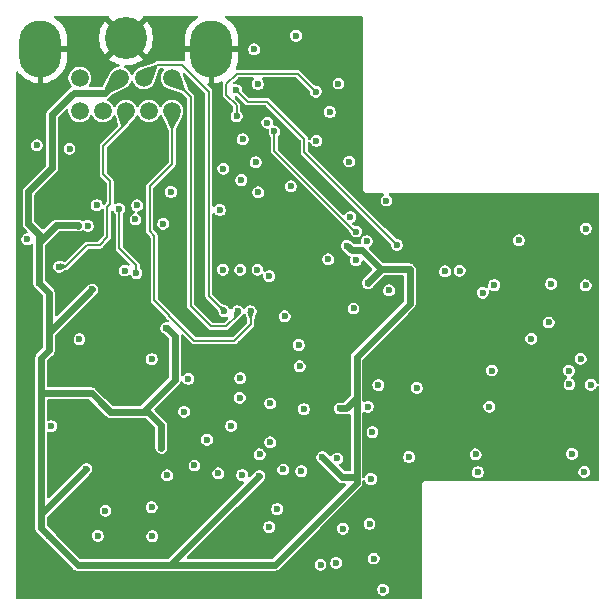
<source format=gbr>
%TF.GenerationSoftware,KiCad,Pcbnew,9.0.0*%
%TF.CreationDate,2025-11-20T17:42:52-08:00*%
%TF.ProjectId,MegaAV_VA1,4d656761-4156-45f5-9641-312e6b696361,rev?*%
%TF.SameCoordinates,Original*%
%TF.FileFunction,Copper,L3,Inr*%
%TF.FilePolarity,Positive*%
%FSLAX46Y46*%
G04 Gerber Fmt 4.6, Leading zero omitted, Abs format (unit mm)*
G04 Created by KiCad (PCBNEW 9.0.0) date 2025-11-20 17:42:52*
%MOMM*%
%LPD*%
G01*
G04 APERTURE LIST*
%TA.AperFunction,ComponentPad*%
%ADD10C,1.508000*%
%TD*%
%TA.AperFunction,ComponentPad*%
%ADD11O,3.556000X4.826000*%
%TD*%
%TA.AperFunction,ComponentPad*%
%ADD12C,3.556000*%
%TD*%
%TA.AperFunction,ViaPad*%
%ADD13C,0.600000*%
%TD*%
%TA.AperFunction,Conductor*%
%ADD14C,0.200000*%
%TD*%
%TA.AperFunction,Conductor*%
%ADD15C,0.600000*%
%TD*%
G04 APERTURE END LIST*
D10*
%TO.N,/B-OUT*%
%TO.C,CN1*%
X180453000Y-99929200D03*
%TO.N,+5V*%
X178421000Y-99929200D03*
%TO.N,/G-OUT*%
X182840600Y-99929200D03*
%TO.N,/CV-OUT*%
X180884800Y-102723200D03*
%TO.N,/CSync_OUT*%
X178929000Y-102723200D03*
%TO.N,/AUD-M*%
X175017400Y-99929200D03*
%TO.N,/R-OUT*%
X182840600Y-102723200D03*
%TO.N,/AUD-L*%
X176973200Y-102723200D03*
%TO.N,/AUD-R*%
X175017400Y-102723200D03*
D11*
%TO.N,GND*%
X171690000Y-97440000D03*
D12*
X178929000Y-96551000D03*
D11*
X186168000Y-97440000D03*
%TD*%
D13*
%TO.N,GND*%
X190327482Y-120904253D03*
X170172541Y-107471901D03*
X172662286Y-108700666D03*
X175225691Y-96064718D03*
X197891919Y-100674356D03*
X213248398Y-125209746D03*
X199590016Y-126663051D03*
%TO.N,+5V*%
X186889274Y-111095638D03*
%TO.N,/NTSC{slash}PAL*%
X170569978Y-113573614D03*
%TO.N,/CD_L*%
X210107778Y-117457777D03*
%TO.N,/CD_R*%
X209137588Y-118103133D03*
%TO.N,/SR*%
X214925000Y-117350000D03*
X207176301Y-116236499D03*
%TO.N,Net-(HPR_SL1-Pin_1)*%
X218293514Y-125885960D03*
X217729895Y-133270659D03*
%TO.N,+5V*%
X191465312Y-141155380D03*
X195550000Y-132025000D03*
X197025000Y-127900000D03*
X176462500Y-110687500D03*
X188825000Y-105100000D03*
X197650000Y-114125000D03*
X199425000Y-117300000D03*
X176075000Y-117825000D03*
X174903353Y-112417717D03*
X176784000Y-127390224D03*
X190217725Y-133631536D03*
X179733996Y-111883932D03*
X181923297Y-131231303D03*
X171575000Y-117300000D03*
X172375000Y-138675000D03*
X175578296Y-133039208D03*
X171749000Y-126625000D03*
X182339338Y-121092129D03*
X171775000Y-136300000D03*
X181923297Y-129331303D03*
%TO.N,/B-IN*%
X182414181Y-133561289D03*
X183855361Y-128181999D03*
%TO.N,GND*%
X177820000Y-117880000D03*
X170800000Y-124575000D03*
X192274286Y-132168631D03*
X202300000Y-125125000D03*
X202425000Y-110850000D03*
X192525000Y-101200000D03*
X204800000Y-127900000D03*
X194275000Y-135800000D03*
X209825000Y-130475000D03*
X201275000Y-138650000D03*
X200814519Y-127924030D03*
X177280000Y-104000000D03*
X196900000Y-120500000D03*
X201750000Y-142825000D03*
X192692823Y-142191116D03*
X201250000Y-136625000D03*
X176616729Y-112383001D03*
X193250000Y-138050000D03*
X173500000Y-138525000D03*
X196118602Y-101977998D03*
X188637443Y-122436086D03*
X192450000Y-130155000D03*
X178600000Y-124600000D03*
X199700000Y-124325000D03*
X194550000Y-117675000D03*
X190145620Y-143319483D03*
X170340000Y-116120000D03*
X197400000Y-113150000D03*
X187003511Y-124156265D03*
X189975000Y-112875000D03*
X200050000Y-117975000D03*
X185325000Y-102425000D03*
X183435489Y-108890691D03*
X190584584Y-136011170D03*
X174700000Y-110840000D03*
X170940000Y-127850000D03*
X209775000Y-126525000D03*
X187150000Y-108590000D03*
X197000000Y-125250000D03*
X176125000Y-125275000D03*
X204675000Y-110575000D03*
X213250000Y-120950000D03*
X178850000Y-122700000D03*
X176980000Y-109920000D03*
X173450000Y-123375000D03*
X217250000Y-125125000D03*
X206075000Y-120975000D03*
X180950000Y-125125000D03*
X172160000Y-112090000D03*
X190550000Y-137200000D03*
X199925000Y-135800000D03*
X187425000Y-121575000D03*
X176050000Y-120800000D03*
X198650000Y-120900000D03*
X177600000Y-138900000D03*
X171525000Y-122725000D03*
X193075000Y-127550000D03*
X206202509Y-118279022D03*
X198700000Y-139375000D03*
X179076057Y-109732146D03*
X197800000Y-116100000D03*
X197325000Y-142900000D03*
X202875000Y-114025000D03*
X209900000Y-133225000D03*
X212520237Y-115073602D03*
X203125000Y-141075000D03*
X181609574Y-110595272D03*
X179800618Y-136445143D03*
X205460938Y-129793538D03*
X202525000Y-138700000D03*
X173167032Y-113434738D03*
X199525000Y-143025000D03*
%TO.N,/PSG*%
X177190000Y-136570000D03*
X209700000Y-127750000D03*
X199675000Y-133875000D03*
%TO.N,/32X_L*%
X208538235Y-131788235D03*
X195400000Y-141130000D03*
X181160000Y-138720000D03*
%TO.N,/32X_R*%
X196725000Y-140975000D03*
X191725000Y-136425000D03*
X193775000Y-133200000D03*
X209903061Y-124692647D03*
%TO.N,/FM_R*%
X199550000Y-137680000D03*
X197300000Y-138075000D03*
%TO.N,/FM_L*%
X191050000Y-137950000D03*
X181109193Y-136259055D03*
%TO.N,/G-IN*%
X185789196Y-130539927D03*
X184725538Y-132731742D03*
%TO.N,/R-OUT*%
X189490000Y-119670000D03*
%TO.N,/G-OUT*%
X188390000Y-119670000D03*
%TO.N,/B-OUT*%
X187270000Y-119680000D03*
%TO.N,/R-IN*%
X188560124Y-126994306D03*
X186752677Y-133397464D03*
%TO.N,/CD_R*%
X176560000Y-138690000D03*
X199900000Y-140610000D03*
%TO.N,/CD_L*%
X200700000Y-143250000D03*
%TO.N,/AUD-R*%
X191050000Y-116700000D03*
%TO.N,/AUD-L*%
X189925000Y-107050000D03*
%TO.N,/AUD-M*%
X192900000Y-109100000D03*
%TO.N,Net-(C3-Pad2)*%
X194000000Y-127950000D03*
X196808477Y-132134756D03*
%TO.N,Net-(D1-A)*%
X181120000Y-123720000D03*
X174990000Y-122040000D03*
%TO.N,Net-(C16-Pad1)*%
X193637500Y-124330000D03*
X192250000Y-133070000D03*
%TO.N,Net-(C17-Pad1)*%
X191141997Y-130767131D03*
X193567500Y-122530000D03*
X191141997Y-127476399D03*
%TO.N,Net-(C18-Pad1)*%
X192370284Y-120094804D03*
X184212655Y-125402037D03*
%TO.N,Net-(SR3-Pin_1)*%
X213250000Y-122000000D03*
X203560949Y-126154897D03*
X200300000Y-125925000D03*
X201200000Y-117900000D03*
%TO.N,Net-(SL3-Pin_1)*%
X199798987Y-129904983D03*
X214725000Y-120625000D03*
X205942466Y-116284975D03*
%TO.N,Net-(C32-Pad1)*%
X190125000Y-109600000D03*
X190057916Y-116147141D03*
%TO.N,Net-(C33-Pad1)*%
X187175000Y-107600000D03*
X188605584Y-116148386D03*
%TO.N,Net-(C34-Pad1)*%
X188690000Y-108560000D03*
X187135815Y-116153369D03*
%TO.N,/SR*%
X198193456Y-119433016D03*
%TO.N,/SL*%
X212200000Y-113675000D03*
X200981953Y-110299000D03*
X197925000Y-111700000D03*
%TO.N,/V_REF*%
X190251297Y-131782674D03*
X195050000Y-105250000D03*
X199325000Y-113750000D03*
X198400000Y-115350000D03*
X196050000Y-115275000D03*
X187838566Y-129369943D03*
X199418545Y-127751195D03*
%TO.N,/HP_R*%
X189775000Y-97500000D03*
X208724265Y-133299265D03*
%TO.N,Net-(HPR_SL2-Pin_1)*%
X216698703Y-131742764D03*
X201875000Y-114050000D03*
X188250000Y-100950000D03*
%TO.N,Net-(HPL_SL2-Pin_1)*%
X198425000Y-112925000D03*
X191500000Y-104450000D03*
X216475000Y-125850000D03*
%TO.N,/HP_L*%
X202896046Y-132006824D03*
X196200000Y-102800000D03*
%TO.N,Net-(U8-LUM_OUT)*%
X196920000Y-100390000D03*
X179870000Y-110710000D03*
X193325000Y-96350000D03*
X182081007Y-112256394D03*
%TO.N,Net-(U8-CHROM_OUT)*%
X190100000Y-100425000D03*
X178350000Y-110990000D03*
X179800000Y-116440000D03*
%TO.N,Net-(U8-CVBS_OUT)*%
X171380000Y-105620000D03*
X178820000Y-116230000D03*
%TO.N,/CSync_OUT*%
X173270000Y-115900000D03*
%TO.N,Net-(MD1_PU1-A)*%
X188770563Y-133539101D03*
X188600816Y-125337580D03*
%TO.N,/NTSC{slash}PAL*%
X182741249Y-109570263D03*
X174150000Y-105910000D03*
%TO.N,/4xCLK*%
X172593296Y-129394208D03*
X175702673Y-112447633D03*
%TO.N,Net-(HPL_RES2-C)*%
X197825000Y-107000000D03*
X217875000Y-112675000D03*
X190900000Y-103700000D03*
X216437307Y-124711642D03*
%TO.N,Net-(HPR_RES2-C)*%
X188300000Y-103150000D03*
X217425000Y-123700000D03*
X217850000Y-117475000D03*
X195000000Y-101075000D03*
%TD*%
D14*
%TO.N,/NTSC{slash}PAL*%
X182786575Y-109524937D02*
X182786575Y-109476155D01*
X182741249Y-109570263D02*
X182786575Y-109524937D01*
D15*
%TO.N,+5V*%
X171749000Y-136868504D02*
X175578296Y-133039208D01*
X171749000Y-136974013D02*
X171749000Y-136868504D01*
X172700000Y-107507786D02*
X172700000Y-102981761D01*
X191465312Y-141155380D02*
X191480692Y-141140000D01*
X198450000Y-134200000D02*
X198450000Y-133725000D01*
X180766994Y-128175000D02*
X181923297Y-129331303D01*
X171749000Y-138049000D02*
X171749000Y-133425000D01*
X171749000Y-133425000D02*
X171749000Y-126625000D01*
X170674000Y-112264000D02*
X170674000Y-109533786D01*
X182339338Y-121092129D02*
X182366057Y-121092129D01*
X171580000Y-113170000D02*
X170674000Y-112264000D01*
X176025000Y-126625000D02*
X171749000Y-126625000D01*
X191160000Y-141150000D02*
X174850000Y-141150000D01*
X183075000Y-121801072D02*
X183075000Y-125475000D01*
X172700000Y-102981761D02*
X174497561Y-101184200D01*
X176784000Y-127390224D02*
X176784000Y-127384000D01*
X182522501Y-141150000D02*
X182699261Y-141150000D01*
X191165380Y-141155380D02*
X191160000Y-141150000D01*
X171580000Y-117295000D02*
X171580000Y-113170000D01*
X172400000Y-119425000D02*
X172400000Y-118125000D01*
X171575000Y-117300000D02*
X171580000Y-117295000D01*
X199425000Y-117250000D02*
X199425000Y-117300000D01*
X181923297Y-129331303D02*
X181923297Y-131231303D01*
X176784000Y-127384000D02*
X176025000Y-126625000D01*
X198450000Y-126825000D02*
X198450000Y-123525000D01*
X197650000Y-114125000D02*
X198025000Y-114500000D01*
X174896683Y-112411047D02*
X173018387Y-112411047D01*
X171749000Y-123633786D02*
X171749000Y-126625000D01*
X202950000Y-119025000D02*
X202950000Y-116125000D01*
X174903353Y-112417717D02*
X174896683Y-112411047D01*
X172400000Y-122982786D02*
X171749000Y-123633786D01*
X198450000Y-133725000D02*
X197250000Y-133725000D01*
X191480692Y-141140000D02*
X191510000Y-141140000D01*
X191465312Y-141155380D02*
X191165380Y-141155380D01*
X202950000Y-116125000D02*
X200550000Y-116125000D01*
X198450000Y-133725000D02*
X198450000Y-126825000D01*
X174497561Y-101184200D02*
X177166000Y-101184200D01*
X198450000Y-127037476D02*
X197587476Y-127900000D01*
X183075000Y-125475000D02*
X180375000Y-128175000D01*
X191510000Y-141140000D02*
X198450000Y-134200000D01*
X176784000Y-127390224D02*
X177568776Y-128175000D01*
X198450000Y-123525000D02*
X202950000Y-119025000D01*
X173018387Y-112411047D02*
X171575000Y-113854434D01*
X177568776Y-128175000D02*
X180375000Y-128175000D01*
X198925000Y-114500000D02*
X200550000Y-116125000D01*
X200550000Y-116125000D02*
X199425000Y-117250000D01*
X172400000Y-118125000D02*
X171575000Y-117300000D01*
X198025000Y-114500000D02*
X198925000Y-114500000D01*
X171575000Y-113854434D02*
X171575000Y-117300000D01*
X177166000Y-101184200D02*
X178421000Y-99929200D01*
X172400000Y-121500000D02*
X176075000Y-117825000D01*
X182699261Y-141150000D02*
X190217725Y-133631536D01*
X182366057Y-121092129D02*
X183075000Y-121801072D01*
X172400000Y-119425000D02*
X172400000Y-121500000D01*
X180375000Y-128175000D02*
X180766994Y-128175000D01*
X172400000Y-119425000D02*
X172400000Y-122982786D01*
X170674000Y-109533786D02*
X172700000Y-107507786D01*
X197250000Y-133725000D02*
X195550000Y-132025000D01*
X198450000Y-126825000D02*
X198450000Y-127037476D01*
X174850000Y-141150000D02*
X171749000Y-138049000D01*
X197587476Y-127900000D02*
X197025000Y-127900000D01*
D14*
%TO.N,/R-OUT*%
X182600000Y-120025000D02*
X181308972Y-118733972D01*
X188050000Y-122175000D02*
X184725000Y-122175000D01*
X184725000Y-122175000D02*
X182600000Y-120050000D01*
X181308972Y-113268894D02*
X180929996Y-112889918D01*
X189490000Y-120735000D02*
X188050000Y-122175000D01*
X182600000Y-120050000D02*
X182600000Y-120025000D01*
X182840600Y-107189965D02*
X182840600Y-102723200D01*
X180929996Y-112889918D02*
X180929996Y-109100569D01*
X189490000Y-119670000D02*
X189490000Y-120735000D01*
X180929996Y-109100569D02*
X182840600Y-107189965D01*
X181308972Y-118733972D02*
X181308972Y-113268894D01*
%TO.N,/G-OUT*%
X186125000Y-120950000D02*
X187400000Y-120950000D01*
X184425000Y-101513600D02*
X184425000Y-119250000D01*
X182840600Y-99929200D02*
X184425000Y-101513600D01*
X184425000Y-119250000D02*
X186125000Y-120950000D01*
X188390000Y-119960000D02*
X188390000Y-119670000D01*
X187400000Y-120950000D02*
X188390000Y-119960000D01*
%TO.N,/B-OUT*%
X181582200Y-98800000D02*
X180453000Y-99929200D01*
X185950000Y-118360000D02*
X185950000Y-101075000D01*
X185950000Y-101075000D02*
X183675000Y-98800000D01*
X183675000Y-98800000D02*
X181582200Y-98800000D01*
X187270000Y-119680000D02*
X185950000Y-118360000D01*
%TO.N,Net-(HPR_SL2-Pin_1)*%
X194025000Y-106200000D02*
X201875000Y-114050000D01*
X194025000Y-105050000D02*
X194025000Y-106200000D01*
X189225000Y-101925000D02*
X190900000Y-101925000D01*
X190900000Y-101925000D02*
X194025000Y-105050000D01*
X188250000Y-100950000D02*
X189225000Y-101925000D01*
%TO.N,Net-(HPL_SL2-Pin_1)*%
X198425000Y-112925000D02*
X198300057Y-112925000D01*
X191500000Y-106124943D02*
X191500000Y-104450000D01*
X198300057Y-112925000D02*
X191500000Y-106124943D01*
%TO.N,Net-(U8-LUM_OUT)*%
X179890000Y-110730000D02*
X179870000Y-110710000D01*
%TO.N,Net-(U8-CHROM_OUT)*%
X179800000Y-115760000D02*
X179250000Y-115210000D01*
X178350000Y-114310000D02*
X178350000Y-110990000D01*
X179250000Y-115210000D02*
X178350000Y-114310000D01*
X179800000Y-116440000D02*
X179800000Y-115760000D01*
%TO.N,/CSync_OUT*%
X176997011Y-108089002D02*
X176997011Y-105692989D01*
X175630000Y-114070000D02*
X176701702Y-114070000D01*
X176701702Y-114070000D02*
X177363015Y-113408687D01*
X178929000Y-103761000D02*
X178929000Y-102723200D01*
X177363015Y-110829828D02*
X177583880Y-110608963D01*
X177363015Y-113408687D02*
X177363015Y-110829828D01*
X173270000Y-115900000D02*
X173800000Y-115900000D01*
X177583880Y-110608963D02*
X177583880Y-108675871D01*
X173800000Y-115900000D02*
X175630000Y-114070000D01*
X177583880Y-108675871D02*
X176997011Y-108089002D01*
X176997011Y-105692989D02*
X178929000Y-103761000D01*
%TO.N,Net-(HPR_RES2-C)*%
X188300000Y-103150000D02*
X188300000Y-102223587D01*
X187425000Y-100450000D02*
X188300000Y-99575000D01*
X188300000Y-99575000D02*
X192325000Y-99575000D01*
X188300000Y-102223587D02*
X187425000Y-101348587D01*
X187425000Y-101348587D02*
X187425000Y-100450000D01*
X193500000Y-99575000D02*
X195000000Y-101075000D01*
X192325000Y-99575000D02*
X193500000Y-99575000D01*
%TD*%
%TA.AperFunction,Conductor*%
%TO.N,GND*%
G36*
X177381026Y-94635886D02*
G01*
X177448050Y-94655615D01*
X177493770Y-94708450D01*
X177504676Y-94767994D01*
X177504360Y-94772806D01*
X178224556Y-95493002D01*
X178101651Y-95582298D01*
X177960298Y-95723651D01*
X177871002Y-95846556D01*
X177150807Y-95126361D01*
X177150806Y-95126361D01*
X177030851Y-95282690D01*
X176881541Y-95541301D01*
X176881534Y-95541315D01*
X176767267Y-95817182D01*
X176689976Y-96105634D01*
X176651001Y-96401681D01*
X176651000Y-96401698D01*
X176651000Y-96700301D01*
X176651001Y-96700318D01*
X176689976Y-96996365D01*
X176767267Y-97284817D01*
X176881534Y-97560684D01*
X176881541Y-97560698D01*
X177030844Y-97819298D01*
X177030849Y-97819305D01*
X177150807Y-97975637D01*
X177871001Y-97255443D01*
X177960298Y-97378349D01*
X178101651Y-97519702D01*
X178224555Y-97608997D01*
X177504361Y-98329191D01*
X177660694Y-98449150D01*
X177660701Y-98449155D01*
X177919301Y-98598458D01*
X177919315Y-98598465D01*
X178195182Y-98712732D01*
X178298778Y-98740491D01*
X178358438Y-98776856D01*
X178388967Y-98839703D01*
X178380672Y-98909079D01*
X178336187Y-98962957D01*
X178290875Y-98981883D01*
X178142590Y-99011379D01*
X178142578Y-99011382D01*
X177968881Y-99083329D01*
X177968868Y-99083336D01*
X177812542Y-99187791D01*
X177812538Y-99187794D01*
X177679598Y-99320735D01*
X177679595Y-99320737D01*
X177623388Y-99404855D01*
X177623387Y-99404854D01*
X177620713Y-99408854D01*
X177604881Y-99428994D01*
X177597355Y-99443812D01*
X177593241Y-99449969D01*
X177593242Y-99449969D01*
X177575133Y-99477073D01*
X177553368Y-99529616D01*
X177549370Y-99538305D01*
X177002193Y-100615844D01*
X176954288Y-100666705D01*
X176891631Y-100683700D01*
X175893214Y-100683700D01*
X175826175Y-100664015D01*
X175780420Y-100611211D01*
X175770476Y-100542053D01*
X175790112Y-100490809D01*
X175863263Y-100381331D01*
X175863263Y-100381330D01*
X175863267Y-100381325D01*
X175872596Y-100358804D01*
X175900510Y-100291412D01*
X175935219Y-100207617D01*
X175971900Y-100023210D01*
X175971900Y-99835190D01*
X175971900Y-99835187D01*
X175971899Y-99835185D01*
X175935220Y-99650790D01*
X175935219Y-99650783D01*
X175918839Y-99611238D01*
X175863270Y-99477081D01*
X175863263Y-99477068D01*
X175758808Y-99320742D01*
X175758805Y-99320738D01*
X175625861Y-99187794D01*
X175625857Y-99187791D01*
X175469531Y-99083336D01*
X175469518Y-99083329D01*
X175295821Y-99011382D01*
X175295809Y-99011379D01*
X175111413Y-98974700D01*
X175111410Y-98974700D01*
X174923390Y-98974700D01*
X174923387Y-98974700D01*
X174738990Y-99011379D01*
X174738978Y-99011382D01*
X174565281Y-99083329D01*
X174565268Y-99083336D01*
X174408942Y-99187791D01*
X174408938Y-99187794D01*
X174275994Y-99320738D01*
X174275991Y-99320742D01*
X174171536Y-99477068D01*
X174171529Y-99477081D01*
X174099582Y-99650778D01*
X174099579Y-99650790D01*
X174062900Y-99835185D01*
X174062900Y-100023214D01*
X174099579Y-100207609D01*
X174099582Y-100207621D01*
X174171529Y-100381318D01*
X174171536Y-100381331D01*
X174275991Y-100537657D01*
X174275994Y-100537661D01*
X174286322Y-100547989D01*
X174319807Y-100609312D01*
X174314823Y-100679004D01*
X174272951Y-100734937D01*
X174260642Y-100743057D01*
X174190247Y-100783700D01*
X174190244Y-100783702D01*
X172299502Y-102674444D01*
X172299500Y-102674447D01*
X172233608Y-102788573D01*
X172199500Y-102915869D01*
X172199500Y-107249110D01*
X172179815Y-107316149D01*
X172163181Y-107336791D01*
X170273502Y-109226469D01*
X170273500Y-109226472D01*
X170207608Y-109340598D01*
X170184139Y-109428188D01*
X170173500Y-109467894D01*
X170173500Y-112198108D01*
X170173500Y-112329892D01*
X170178975Y-112350324D01*
X170207608Y-112457187D01*
X170221826Y-112481812D01*
X170273500Y-112571314D01*
X170273502Y-112571316D01*
X170566117Y-112863931D01*
X170599602Y-112925254D01*
X170594618Y-112994946D01*
X170552746Y-113050879D01*
X170510530Y-113071387D01*
X170462029Y-113084383D01*
X170376792Y-113107222D01*
X170376790Y-113107222D01*
X170376790Y-113107223D01*
X170262664Y-113173114D01*
X170262661Y-113173116D01*
X170169480Y-113266297D01*
X170169478Y-113266300D01*
X170103586Y-113380426D01*
X170081539Y-113462709D01*
X170069478Y-113507722D01*
X170069478Y-113639506D01*
X170086532Y-113703153D01*
X170103586Y-113766801D01*
X170116968Y-113789979D01*
X170169478Y-113880928D01*
X170262664Y-113974114D01*
X170376792Y-114040006D01*
X170504086Y-114074114D01*
X170504088Y-114074114D01*
X170635868Y-114074114D01*
X170635870Y-114074114D01*
X170763164Y-114040006D01*
X170877292Y-113974114D01*
X170877293Y-113974112D01*
X170884330Y-113970050D01*
X170885374Y-113971859D01*
X170940164Y-113950669D01*
X171008611Y-113964696D01*
X171058608Y-114013503D01*
X171074500Y-114074237D01*
X171074500Y-117365891D01*
X171108608Y-117493187D01*
X171136151Y-117540892D01*
X171174500Y-117607314D01*
X171533078Y-117965892D01*
X171863181Y-118295994D01*
X171896666Y-118357317D01*
X171899500Y-118383675D01*
X171899500Y-122724110D01*
X171879815Y-122791149D01*
X171863181Y-122811791D01*
X171348502Y-123326469D01*
X171348500Y-123326472D01*
X171282608Y-123440598D01*
X171264866Y-123506814D01*
X171248500Y-123567894D01*
X171248500Y-126559108D01*
X171248500Y-133359108D01*
X171248500Y-137983108D01*
X171248500Y-138114892D01*
X171255467Y-138140892D01*
X171282608Y-138242187D01*
X171309925Y-138289500D01*
X171348500Y-138356314D01*
X171348501Y-138356315D01*
X171348502Y-138356316D01*
X174445159Y-141452972D01*
X174445169Y-141452983D01*
X174449499Y-141457313D01*
X174449500Y-141457314D01*
X174542686Y-141550500D01*
X174542688Y-141550501D01*
X174542689Y-141550502D01*
X174639494Y-141606392D01*
X174639495Y-141606392D01*
X174656814Y-141616392D01*
X174784107Y-141650500D01*
X174784108Y-141650500D01*
X182456609Y-141650500D01*
X182633369Y-141650500D01*
X182765153Y-141650500D01*
X191063084Y-141650500D01*
X191095175Y-141654724D01*
X191099487Y-141655880D01*
X191099488Y-141655880D01*
X191099489Y-141655880D01*
X191531202Y-141655880D01*
X191531204Y-141655880D01*
X191658498Y-141621772D01*
X191658507Y-141621766D01*
X191666003Y-141618662D01*
X191666184Y-141619100D01*
X191685274Y-141611191D01*
X191703186Y-141606392D01*
X191817314Y-141540500D01*
X192293706Y-141064108D01*
X194899500Y-141064108D01*
X194899500Y-141195891D01*
X194933608Y-141323187D01*
X194963810Y-141375497D01*
X194999500Y-141437314D01*
X195092686Y-141530500D01*
X195206814Y-141596392D01*
X195334108Y-141630500D01*
X195334110Y-141630500D01*
X195465890Y-141630500D01*
X195465892Y-141630500D01*
X195593186Y-141596392D01*
X195707314Y-141530500D01*
X195800500Y-141437314D01*
X195866392Y-141323186D01*
X195900500Y-141195892D01*
X195900500Y-141064108D01*
X195866392Y-140936814D01*
X195850396Y-140909108D01*
X196224500Y-140909108D01*
X196224500Y-141040891D01*
X196258608Y-141168187D01*
X196274604Y-141195892D01*
X196324500Y-141282314D01*
X196417686Y-141375500D01*
X196531814Y-141441392D01*
X196659108Y-141475500D01*
X196659110Y-141475500D01*
X196790890Y-141475500D01*
X196790892Y-141475500D01*
X196918186Y-141441392D01*
X197032314Y-141375500D01*
X197125500Y-141282314D01*
X197191392Y-141168186D01*
X197225500Y-141040892D01*
X197225500Y-140909108D01*
X197191392Y-140781814D01*
X197125500Y-140667686D01*
X197032314Y-140574500D01*
X196979674Y-140544108D01*
X199399500Y-140544108D01*
X199399500Y-140675891D01*
X199433608Y-140803187D01*
X199444866Y-140822686D01*
X199499500Y-140917314D01*
X199592686Y-141010500D01*
X199706814Y-141076392D01*
X199834108Y-141110500D01*
X199834110Y-141110500D01*
X199965890Y-141110500D01*
X199965892Y-141110500D01*
X200093186Y-141076392D01*
X200207314Y-141010500D01*
X200300500Y-140917314D01*
X200366392Y-140803186D01*
X200400500Y-140675892D01*
X200400500Y-140544108D01*
X200366392Y-140416814D01*
X200300500Y-140302686D01*
X200207314Y-140209500D01*
X200150250Y-140176554D01*
X200093187Y-140143608D01*
X200029539Y-140126554D01*
X199965892Y-140109500D01*
X199834108Y-140109500D01*
X199706812Y-140143608D01*
X199592686Y-140209500D01*
X199592683Y-140209502D01*
X199499502Y-140302683D01*
X199499500Y-140302686D01*
X199433608Y-140416812D01*
X199399500Y-140544108D01*
X196979674Y-140544108D01*
X196975250Y-140541554D01*
X196918187Y-140508608D01*
X196854539Y-140491554D01*
X196790892Y-140474500D01*
X196659108Y-140474500D01*
X196531812Y-140508608D01*
X196417686Y-140574500D01*
X196417683Y-140574502D01*
X196324502Y-140667683D01*
X196324500Y-140667686D01*
X196258608Y-140781812D01*
X196224500Y-140909108D01*
X195850396Y-140909108D01*
X195800500Y-140822686D01*
X195707314Y-140729500D01*
X195650250Y-140696554D01*
X195593187Y-140663608D01*
X195529539Y-140646554D01*
X195465892Y-140629500D01*
X195334108Y-140629500D01*
X195206812Y-140663608D01*
X195092686Y-140729500D01*
X195092683Y-140729502D01*
X194999502Y-140822683D01*
X194999500Y-140822686D01*
X194933608Y-140936812D01*
X194899500Y-141064108D01*
X192293706Y-141064108D01*
X195348706Y-138009108D01*
X196799500Y-138009108D01*
X196799500Y-138140892D01*
X196800974Y-138146392D01*
X196833608Y-138268187D01*
X196863234Y-138319500D01*
X196899500Y-138382314D01*
X196992686Y-138475500D01*
X197106814Y-138541392D01*
X197234108Y-138575500D01*
X197234110Y-138575500D01*
X197365890Y-138575500D01*
X197365892Y-138575500D01*
X197493186Y-138541392D01*
X197607314Y-138475500D01*
X197700500Y-138382314D01*
X197766392Y-138268186D01*
X197800500Y-138140892D01*
X197800500Y-138009108D01*
X197766392Y-137881814D01*
X197700500Y-137767686D01*
X197607314Y-137674500D01*
X197550250Y-137641554D01*
X197502713Y-137614108D01*
X199049500Y-137614108D01*
X199049500Y-137745891D01*
X199083608Y-137873187D01*
X199089915Y-137884110D01*
X199149500Y-137987314D01*
X199242686Y-138080500D01*
X199356814Y-138146392D01*
X199484108Y-138180500D01*
X199484110Y-138180500D01*
X199615890Y-138180500D01*
X199615892Y-138180500D01*
X199743186Y-138146392D01*
X199857314Y-138080500D01*
X199950500Y-137987314D01*
X200016392Y-137873186D01*
X200050500Y-137745892D01*
X200050500Y-137614108D01*
X200016392Y-137486814D01*
X199950500Y-137372686D01*
X199857314Y-137279500D01*
X199800250Y-137246554D01*
X199743187Y-137213608D01*
X199679539Y-137196554D01*
X199615892Y-137179500D01*
X199484108Y-137179500D01*
X199356812Y-137213608D01*
X199242686Y-137279500D01*
X199242683Y-137279502D01*
X199149502Y-137372683D01*
X199149500Y-137372686D01*
X199083608Y-137486812D01*
X199049500Y-137614108D01*
X197502713Y-137614108D01*
X197493187Y-137608608D01*
X197429539Y-137591554D01*
X197365892Y-137574500D01*
X197234108Y-137574500D01*
X197106812Y-137608608D01*
X196992686Y-137674500D01*
X196992683Y-137674502D01*
X196899502Y-137767683D01*
X196899500Y-137767686D01*
X196833608Y-137881812D01*
X196825171Y-137913300D01*
X196799500Y-138009108D01*
X195348706Y-138009108D01*
X198850500Y-134507314D01*
X198916392Y-134393186D01*
X198950500Y-134265893D01*
X198950500Y-134134108D01*
X198950500Y-134046785D01*
X198970185Y-133979746D01*
X199022989Y-133933991D01*
X199092147Y-133924047D01*
X199155703Y-133953072D01*
X199193477Y-134011850D01*
X199194263Y-134014650D01*
X199200949Y-134039601D01*
X199208608Y-134068187D01*
X199232481Y-134109535D01*
X199274500Y-134182314D01*
X199367686Y-134275500D01*
X199481814Y-134341392D01*
X199609108Y-134375500D01*
X199609110Y-134375500D01*
X199740890Y-134375500D01*
X199740892Y-134375500D01*
X199868186Y-134341392D01*
X199982314Y-134275500D01*
X200075500Y-134182314D01*
X200141392Y-134068186D01*
X200175500Y-133940892D01*
X200175500Y-133809108D01*
X200141392Y-133681814D01*
X200075500Y-133567686D01*
X199982314Y-133474500D01*
X199919697Y-133438348D01*
X199868187Y-133408608D01*
X199804539Y-133391554D01*
X199740892Y-133374500D01*
X199609108Y-133374500D01*
X199481812Y-133408608D01*
X199367686Y-133474500D01*
X199367683Y-133474502D01*
X199274502Y-133567683D01*
X199274500Y-133567686D01*
X199208608Y-133681812D01*
X199194275Y-133735307D01*
X199157910Y-133794968D01*
X199095063Y-133825497D01*
X199025688Y-133817202D01*
X198971810Y-133772717D01*
X198950535Y-133706165D01*
X198950500Y-133703214D01*
X198950500Y-133233373D01*
X208223765Y-133233373D01*
X208223765Y-133365157D01*
X208227023Y-133377316D01*
X208257873Y-133492452D01*
X208266454Y-133507314D01*
X208323765Y-133606579D01*
X208416951Y-133699765D01*
X208531079Y-133765657D01*
X208658373Y-133799765D01*
X208658375Y-133799765D01*
X208790155Y-133799765D01*
X208790157Y-133799765D01*
X208917451Y-133765657D01*
X209031579Y-133699765D01*
X209124765Y-133606579D01*
X209190657Y-133492451D01*
X209224765Y-133365157D01*
X209224765Y-133233373D01*
X209217100Y-133204767D01*
X217229395Y-133204767D01*
X217229395Y-133336551D01*
X217231904Y-133345913D01*
X217263503Y-133463846D01*
X217288599Y-133507313D01*
X217329395Y-133577973D01*
X217422581Y-133671159D01*
X217521416Y-133728222D01*
X217528457Y-133732287D01*
X217536709Y-133737051D01*
X217664003Y-133771159D01*
X217664005Y-133771159D01*
X217795785Y-133771159D01*
X217795787Y-133771159D01*
X217923081Y-133737051D01*
X218037209Y-133671159D01*
X218130395Y-133577973D01*
X218196287Y-133463845D01*
X218230395Y-133336551D01*
X218230395Y-133204767D01*
X218196287Y-133077473D01*
X218193536Y-133072709D01*
X218173844Y-133038601D01*
X218130395Y-132963345D01*
X218037209Y-132870159D01*
X217972628Y-132832873D01*
X217923082Y-132804267D01*
X217859434Y-132787213D01*
X217795787Y-132770159D01*
X217664003Y-132770159D01*
X217536707Y-132804267D01*
X217422581Y-132870159D01*
X217422578Y-132870161D01*
X217329397Y-132963342D01*
X217329395Y-132963345D01*
X217263503Y-133077471D01*
X217248828Y-133132241D01*
X217229395Y-133204767D01*
X209217100Y-133204767D01*
X209190657Y-133106079D01*
X209124765Y-132991951D01*
X209031579Y-132898765D01*
X208940226Y-132846022D01*
X208917452Y-132832873D01*
X208853804Y-132815819D01*
X208790157Y-132798765D01*
X208658373Y-132798765D01*
X208531077Y-132832873D01*
X208416951Y-132898765D01*
X208416948Y-132898767D01*
X208323767Y-132991948D01*
X208323765Y-132991951D01*
X208257873Y-133106077D01*
X208241405Y-133167539D01*
X208223765Y-133233373D01*
X198950500Y-133233373D01*
X198950500Y-131940932D01*
X202395546Y-131940932D01*
X202395546Y-132072715D01*
X202429654Y-132200011D01*
X202461187Y-132254626D01*
X202495546Y-132314138D01*
X202588732Y-132407324D01*
X202702860Y-132473216D01*
X202830154Y-132507324D01*
X202830156Y-132507324D01*
X202961936Y-132507324D01*
X202961938Y-132507324D01*
X203089232Y-132473216D01*
X203203360Y-132407324D01*
X203296546Y-132314138D01*
X203362438Y-132200010D01*
X203396546Y-132072716D01*
X203396546Y-131940932D01*
X203362438Y-131813638D01*
X203359561Y-131808655D01*
X203340834Y-131776218D01*
X203340833Y-131776217D01*
X203337565Y-131770557D01*
X203309729Y-131722343D01*
X208037735Y-131722343D01*
X208037735Y-131854126D01*
X208071843Y-131981422D01*
X208104789Y-132038485D01*
X208137735Y-132095549D01*
X208230921Y-132188735D01*
X208345049Y-132254627D01*
X208472343Y-132288735D01*
X208472345Y-132288735D01*
X208604125Y-132288735D01*
X208604127Y-132288735D01*
X208731421Y-132254627D01*
X208845549Y-132188735D01*
X208938735Y-132095549D01*
X209004627Y-131981421D01*
X209038735Y-131854127D01*
X209038735Y-131722343D01*
X209026551Y-131676872D01*
X216198203Y-131676872D01*
X216198203Y-131808656D01*
X216208897Y-131848566D01*
X216232311Y-131935951D01*
X216255353Y-131975860D01*
X216298203Y-132050078D01*
X216391389Y-132143264D01*
X216505517Y-132209156D01*
X216632811Y-132243264D01*
X216632813Y-132243264D01*
X216764593Y-132243264D01*
X216764595Y-132243264D01*
X216891889Y-132209156D01*
X217006017Y-132143264D01*
X217099203Y-132050078D01*
X217165095Y-131935950D01*
X217199203Y-131808656D01*
X217199203Y-131676872D01*
X217165095Y-131549578D01*
X217099203Y-131435450D01*
X217006017Y-131342264D01*
X216948953Y-131309318D01*
X216891890Y-131276372D01*
X216828242Y-131259318D01*
X216764595Y-131242264D01*
X216632811Y-131242264D01*
X216505515Y-131276372D01*
X216391389Y-131342264D01*
X216391386Y-131342266D01*
X216298205Y-131435447D01*
X216298203Y-131435450D01*
X216232311Y-131549576D01*
X216212236Y-131624500D01*
X216198203Y-131676872D01*
X209026551Y-131676872D01*
X209004627Y-131595049D01*
X208938735Y-131480921D01*
X208845549Y-131387735D01*
X208766791Y-131342264D01*
X208731422Y-131321843D01*
X208667774Y-131304789D01*
X208604127Y-131287735D01*
X208472343Y-131287735D01*
X208345047Y-131321843D01*
X208230921Y-131387735D01*
X208230918Y-131387737D01*
X208137737Y-131480918D01*
X208137735Y-131480921D01*
X208071843Y-131595047D01*
X208037735Y-131722343D01*
X203309729Y-131722343D01*
X203296546Y-131699510D01*
X203203360Y-131606324D01*
X203120714Y-131558608D01*
X203089233Y-131540432D01*
X203025585Y-131523378D01*
X202961938Y-131506324D01*
X202830154Y-131506324D01*
X202702858Y-131540432D01*
X202588732Y-131606324D01*
X202588729Y-131606326D01*
X202495548Y-131699507D01*
X202495546Y-131699510D01*
X202429654Y-131813636D01*
X202395546Y-131940932D01*
X198950500Y-131940932D01*
X198950500Y-129839091D01*
X199298487Y-129839091D01*
X199298487Y-129970874D01*
X199332595Y-130098170D01*
X199365541Y-130155233D01*
X199398487Y-130212297D01*
X199491673Y-130305483D01*
X199605801Y-130371375D01*
X199733095Y-130405483D01*
X199733097Y-130405483D01*
X199864877Y-130405483D01*
X199864879Y-130405483D01*
X199992173Y-130371375D01*
X200106301Y-130305483D01*
X200199487Y-130212297D01*
X200265379Y-130098169D01*
X200299487Y-129970875D01*
X200299487Y-129839091D01*
X200265379Y-129711797D01*
X200199487Y-129597669D01*
X200106301Y-129504483D01*
X200029424Y-129460098D01*
X199992174Y-129438591D01*
X199928526Y-129421537D01*
X199864879Y-129404483D01*
X199733095Y-129404483D01*
X199605799Y-129438591D01*
X199491673Y-129504483D01*
X199491670Y-129504485D01*
X199398489Y-129597666D01*
X199398487Y-129597669D01*
X199332595Y-129711795D01*
X199298487Y-129839091D01*
X198950500Y-129839091D01*
X198950500Y-128273671D01*
X198970185Y-128206632D01*
X199022989Y-128160877D01*
X199092147Y-128150933D01*
X199136498Y-128166282D01*
X199225359Y-128217587D01*
X199352653Y-128251695D01*
X199352655Y-128251695D01*
X199484435Y-128251695D01*
X199484437Y-128251695D01*
X199611731Y-128217587D01*
X199725859Y-128151695D01*
X199819045Y-128058509D01*
X199884937Y-127944381D01*
X199919045Y-127817087D01*
X199919045Y-127685303D01*
X199918725Y-127684108D01*
X209199500Y-127684108D01*
X209199500Y-127815891D01*
X209233608Y-127943187D01*
X209253072Y-127976899D01*
X209299500Y-128057314D01*
X209392686Y-128150500D01*
X209506814Y-128216392D01*
X209634108Y-128250500D01*
X209634110Y-128250500D01*
X209765890Y-128250500D01*
X209765892Y-128250500D01*
X209893186Y-128216392D01*
X210007314Y-128150500D01*
X210100500Y-128057314D01*
X210166392Y-127943186D01*
X210200500Y-127815892D01*
X210200500Y-127684108D01*
X210166392Y-127556814D01*
X210100500Y-127442686D01*
X210007314Y-127349500D01*
X209947037Y-127314699D01*
X209893187Y-127283608D01*
X209829539Y-127266554D01*
X209765892Y-127249500D01*
X209634108Y-127249500D01*
X209506812Y-127283608D01*
X209392686Y-127349500D01*
X209392683Y-127349502D01*
X209299502Y-127442683D01*
X209299500Y-127442686D01*
X209233608Y-127556812D01*
X209199500Y-127684108D01*
X199918725Y-127684108D01*
X199884937Y-127558009D01*
X199880025Y-127549502D01*
X199875861Y-127542289D01*
X199819045Y-127443881D01*
X199725859Y-127350695D01*
X199663512Y-127314699D01*
X199611732Y-127284803D01*
X199548084Y-127267749D01*
X199484437Y-127250695D01*
X199352653Y-127250695D01*
X199225359Y-127284803D01*
X199225358Y-127284803D01*
X199225356Y-127284804D01*
X199225355Y-127284804D01*
X199136500Y-127336105D01*
X199068600Y-127352578D01*
X199002573Y-127329725D01*
X198959382Y-127274804D01*
X198950500Y-127228718D01*
X198950500Y-125859108D01*
X199799500Y-125859108D01*
X199799500Y-125990892D01*
X199803922Y-126007395D01*
X199833608Y-126118187D01*
X199856200Y-126157316D01*
X199899500Y-126232314D01*
X199992686Y-126325500D01*
X200091521Y-126382563D01*
X200098271Y-126386460D01*
X200106814Y-126391392D01*
X200234108Y-126425500D01*
X200234110Y-126425500D01*
X200365890Y-126425500D01*
X200365892Y-126425500D01*
X200493186Y-126391392D01*
X200607314Y-126325500D01*
X200700500Y-126232314D01*
X200766392Y-126118186D01*
X200774211Y-126089005D01*
X203060449Y-126089005D01*
X203060449Y-126220789D01*
X203061444Y-126224502D01*
X203094557Y-126348084D01*
X203127503Y-126405147D01*
X203160449Y-126462211D01*
X203253635Y-126555397D01*
X203367763Y-126621289D01*
X203495057Y-126655397D01*
X203495059Y-126655397D01*
X203626839Y-126655397D01*
X203626841Y-126655397D01*
X203754135Y-126621289D01*
X203868263Y-126555397D01*
X203961449Y-126462211D01*
X204027341Y-126348083D01*
X204061449Y-126220789D01*
X204061449Y-126089005D01*
X204027341Y-125961711D01*
X203961449Y-125847583D01*
X203868263Y-125754397D01*
X203790245Y-125709353D01*
X203754136Y-125688505D01*
X203678303Y-125668186D01*
X203626841Y-125654397D01*
X203495057Y-125654397D01*
X203367761Y-125688505D01*
X203253635Y-125754397D01*
X203253632Y-125754399D01*
X203160451Y-125847580D01*
X203160449Y-125847583D01*
X203094557Y-125961709D01*
X203082316Y-126007395D01*
X203060449Y-126089005D01*
X200774211Y-126089005D01*
X200800500Y-125990892D01*
X200800500Y-125859108D01*
X200766392Y-125731814D01*
X200700500Y-125617686D01*
X200607314Y-125524500D01*
X200550250Y-125491554D01*
X200493187Y-125458608D01*
X200429539Y-125441554D01*
X200365892Y-125424500D01*
X200234108Y-125424500D01*
X200106812Y-125458608D01*
X199992686Y-125524500D01*
X199992683Y-125524502D01*
X199899502Y-125617683D01*
X199899500Y-125617686D01*
X199833608Y-125731812D01*
X199805135Y-125838079D01*
X199799500Y-125859108D01*
X198950500Y-125859108D01*
X198950500Y-124626755D01*
X209402561Y-124626755D01*
X209402561Y-124758539D01*
X209407651Y-124777534D01*
X209436669Y-124885834D01*
X209466258Y-124937082D01*
X209502561Y-124999961D01*
X209595747Y-125093147D01*
X209709875Y-125159039D01*
X209837169Y-125193147D01*
X209837171Y-125193147D01*
X209968951Y-125193147D01*
X209968953Y-125193147D01*
X210096247Y-125159039D01*
X210210375Y-125093147D01*
X210303561Y-124999961D01*
X210369453Y-124885833D01*
X210403561Y-124758539D01*
X210403561Y-124645750D01*
X215936807Y-124645750D01*
X215936807Y-124777533D01*
X215970915Y-124904829D01*
X215989537Y-124937082D01*
X216036807Y-125018956D01*
X216129993Y-125112142D01*
X216244121Y-125178034D01*
X216251160Y-125182098D01*
X216250056Y-125184009D01*
X216295482Y-125220610D01*
X216317552Y-125286903D01*
X216300277Y-125354603D01*
X216255632Y-125398724D01*
X216167686Y-125449500D01*
X216167683Y-125449502D01*
X216074502Y-125542683D01*
X216074500Y-125542686D01*
X216008608Y-125656812D01*
X215974500Y-125784108D01*
X215974500Y-125915891D01*
X216008608Y-126043187D01*
X216029370Y-126079147D01*
X216074500Y-126157314D01*
X216167686Y-126250500D01*
X216281814Y-126316392D01*
X216409108Y-126350500D01*
X216409110Y-126350500D01*
X216540890Y-126350500D01*
X216540892Y-126350500D01*
X216668186Y-126316392D01*
X216782314Y-126250500D01*
X216875500Y-126157314D01*
X216941392Y-126043186D01*
X216975500Y-125915892D01*
X216975500Y-125784108D01*
X216941392Y-125656814D01*
X216875500Y-125542686D01*
X216782314Y-125449500D01*
X216668186Y-125383608D01*
X216668185Y-125383607D01*
X216661147Y-125379544D01*
X216662248Y-125377635D01*
X216616816Y-125341020D01*
X216594754Y-125274725D01*
X216612036Y-125207026D01*
X216656676Y-125162917D01*
X216663393Y-125159039D01*
X216744621Y-125112142D01*
X216837807Y-125018956D01*
X216903699Y-124904828D01*
X216937807Y-124777534D01*
X216937807Y-124645750D01*
X216903699Y-124518456D01*
X216837807Y-124404328D01*
X216744621Y-124311142D01*
X216687557Y-124278196D01*
X216630494Y-124245250D01*
X216559602Y-124226255D01*
X216503199Y-124211142D01*
X216371415Y-124211142D01*
X216244119Y-124245250D01*
X216129993Y-124311142D01*
X216129990Y-124311144D01*
X216036809Y-124404325D01*
X216036807Y-124404328D01*
X215970915Y-124518454D01*
X215936807Y-124645750D01*
X210403561Y-124645750D01*
X210403561Y-124626755D01*
X210369453Y-124499461D01*
X210303561Y-124385333D01*
X210210375Y-124292147D01*
X210153311Y-124259201D01*
X210096248Y-124226255D01*
X210000123Y-124200499D01*
X209968953Y-124192147D01*
X209837169Y-124192147D01*
X209709873Y-124226255D01*
X209595747Y-124292147D01*
X209595744Y-124292149D01*
X209502563Y-124385330D01*
X209502561Y-124385333D01*
X209436669Y-124499459D01*
X209402561Y-124626755D01*
X198950500Y-124626755D01*
X198950500Y-123783676D01*
X198959144Y-123754235D01*
X198965668Y-123724249D01*
X198969422Y-123719233D01*
X198970185Y-123716637D01*
X198986819Y-123695995D01*
X199048706Y-123634108D01*
X216924500Y-123634108D01*
X216924500Y-123765892D01*
X216929859Y-123785891D01*
X216958608Y-123893187D01*
X216979574Y-123929500D01*
X217024500Y-124007314D01*
X217117686Y-124100500D01*
X217231814Y-124166392D01*
X217359108Y-124200500D01*
X217359110Y-124200500D01*
X217490890Y-124200500D01*
X217490892Y-124200500D01*
X217618186Y-124166392D01*
X217732314Y-124100500D01*
X217825500Y-124007314D01*
X217891392Y-123893186D01*
X217925500Y-123765892D01*
X217925500Y-123634108D01*
X217891392Y-123506814D01*
X217825500Y-123392686D01*
X217732314Y-123299500D01*
X217652827Y-123253608D01*
X217618187Y-123233608D01*
X217554539Y-123216554D01*
X217490892Y-123199500D01*
X217359108Y-123199500D01*
X217231812Y-123233608D01*
X217117686Y-123299500D01*
X217117683Y-123299502D01*
X217024502Y-123392683D01*
X217024500Y-123392686D01*
X216958608Y-123506812D01*
X216953249Y-123526814D01*
X216924500Y-123634108D01*
X199048706Y-123634108D01*
X200748706Y-121934108D01*
X212749500Y-121934108D01*
X212749500Y-122065891D01*
X212783608Y-122193187D01*
X212816554Y-122250250D01*
X212849500Y-122307314D01*
X212942686Y-122400500D01*
X213056814Y-122466392D01*
X213184108Y-122500500D01*
X213184110Y-122500500D01*
X213315890Y-122500500D01*
X213315892Y-122500500D01*
X213443186Y-122466392D01*
X213557314Y-122400500D01*
X213650500Y-122307314D01*
X213716392Y-122193186D01*
X213750500Y-122065892D01*
X213750500Y-121934108D01*
X213716392Y-121806814D01*
X213650500Y-121692686D01*
X213557314Y-121599500D01*
X213500250Y-121566554D01*
X213443187Y-121533608D01*
X213379539Y-121516554D01*
X213315892Y-121499500D01*
X213184108Y-121499500D01*
X213056812Y-121533608D01*
X212942686Y-121599500D01*
X212942683Y-121599502D01*
X212849502Y-121692683D01*
X212849500Y-121692686D01*
X212783608Y-121806812D01*
X212749500Y-121934108D01*
X200748706Y-121934108D01*
X202123706Y-120559108D01*
X214224500Y-120559108D01*
X214224500Y-120690892D01*
X214224698Y-120691631D01*
X214258608Y-120818187D01*
X214277546Y-120850988D01*
X214324500Y-120932314D01*
X214417686Y-121025500D01*
X214531814Y-121091392D01*
X214659108Y-121125500D01*
X214659110Y-121125500D01*
X214790890Y-121125500D01*
X214790892Y-121125500D01*
X214918186Y-121091392D01*
X215032314Y-121025500D01*
X215125500Y-120932314D01*
X215191392Y-120818186D01*
X215225500Y-120690892D01*
X215225500Y-120559108D01*
X215191392Y-120431814D01*
X215125500Y-120317686D01*
X215032314Y-120224500D01*
X214975207Y-120191529D01*
X214918187Y-120158608D01*
X214806350Y-120128642D01*
X214790892Y-120124500D01*
X214659108Y-120124500D01*
X214531812Y-120158608D01*
X214417686Y-120224500D01*
X214417683Y-120224502D01*
X214324502Y-120317683D01*
X214324500Y-120317686D01*
X214258608Y-120431812D01*
X214256074Y-120441271D01*
X214224500Y-120559108D01*
X202123706Y-120559108D01*
X202219514Y-120463300D01*
X202783407Y-119899407D01*
X203350500Y-119332314D01*
X203416392Y-119218186D01*
X203450500Y-119090892D01*
X203450500Y-118959108D01*
X203450500Y-118037241D01*
X208637088Y-118037241D01*
X208637088Y-118169025D01*
X208647348Y-118207316D01*
X208671196Y-118296320D01*
X208691977Y-118332313D01*
X208737088Y-118410447D01*
X208830274Y-118503633D01*
X208944402Y-118569525D01*
X209071696Y-118603633D01*
X209071698Y-118603633D01*
X209203478Y-118603633D01*
X209203480Y-118603633D01*
X209330774Y-118569525D01*
X209444902Y-118503633D01*
X209538088Y-118410447D01*
X209603980Y-118296319D01*
X209638088Y-118169025D01*
X209638088Y-118037241D01*
X209629122Y-118003779D01*
X209630785Y-117933930D01*
X209669948Y-117876068D01*
X209734177Y-117848564D01*
X209803079Y-117860151D01*
X209810874Y-117864287D01*
X209914592Y-117924169D01*
X210041886Y-117958277D01*
X210041888Y-117958277D01*
X210173668Y-117958277D01*
X210173670Y-117958277D01*
X210300964Y-117924169D01*
X210415092Y-117858277D01*
X210508278Y-117765091D01*
X210574170Y-117650963D01*
X210608278Y-117523669D01*
X210608278Y-117391885D01*
X210579400Y-117284108D01*
X214424500Y-117284108D01*
X214424500Y-117415892D01*
X214426807Y-117424502D01*
X214458608Y-117543187D01*
X214466659Y-117557131D01*
X214524500Y-117657314D01*
X214617686Y-117750500D01*
X214731814Y-117816392D01*
X214859108Y-117850500D01*
X214859110Y-117850500D01*
X214990890Y-117850500D01*
X214990892Y-117850500D01*
X215118186Y-117816392D01*
X215232314Y-117750500D01*
X215325500Y-117657314D01*
X215391392Y-117543186D01*
X215425500Y-117415892D01*
X215425500Y-117409108D01*
X217349500Y-117409108D01*
X217349500Y-117540891D01*
X217383608Y-117668187D01*
X217402413Y-117700757D01*
X217449500Y-117782314D01*
X217542686Y-117875500D01*
X217656814Y-117941392D01*
X217784108Y-117975500D01*
X217784110Y-117975500D01*
X217915890Y-117975500D01*
X217915892Y-117975500D01*
X218043186Y-117941392D01*
X218157314Y-117875500D01*
X218250500Y-117782314D01*
X218316392Y-117668186D01*
X218350500Y-117540892D01*
X218350500Y-117409108D01*
X218316392Y-117281814D01*
X218250500Y-117167686D01*
X218157314Y-117074500D01*
X218100250Y-117041554D01*
X218043187Y-117008608D01*
X217978908Y-116991385D01*
X217915892Y-116974500D01*
X217784108Y-116974500D01*
X217656812Y-117008608D01*
X217542686Y-117074500D01*
X217542683Y-117074502D01*
X217449502Y-117167683D01*
X217449500Y-117167686D01*
X217383608Y-117281812D01*
X217349500Y-117409108D01*
X215425500Y-117409108D01*
X215425500Y-117284108D01*
X215391392Y-117156814D01*
X215325500Y-117042686D01*
X215232314Y-116949500D01*
X215157649Y-116906392D01*
X215118187Y-116883608D01*
X215054539Y-116866554D01*
X214990892Y-116849500D01*
X214859108Y-116849500D01*
X214731812Y-116883608D01*
X214617686Y-116949500D01*
X214617683Y-116949502D01*
X214524502Y-117042683D01*
X214524500Y-117042686D01*
X214458608Y-117156812D01*
X214425115Y-117281812D01*
X214424500Y-117284108D01*
X210579400Y-117284108D01*
X210574170Y-117264591D01*
X210508278Y-117150463D01*
X210415092Y-117057277D01*
X210358028Y-117024331D01*
X210300965Y-116991385D01*
X210237317Y-116974331D01*
X210173670Y-116957277D01*
X210041886Y-116957277D01*
X209914590Y-116991385D01*
X209800464Y-117057277D01*
X209800461Y-117057279D01*
X209707280Y-117150460D01*
X209707278Y-117150463D01*
X209641386Y-117264589D01*
X209616194Y-117358608D01*
X209607278Y-117391885D01*
X209607278Y-117523669D01*
X209611893Y-117540891D01*
X209616244Y-117557131D01*
X209614579Y-117626981D01*
X209575415Y-117684843D01*
X209511186Y-117712345D01*
X209442284Y-117700757D01*
X209434481Y-117696616D01*
X209366411Y-117657316D01*
X209330775Y-117636741D01*
X209220957Y-117607316D01*
X209203480Y-117602633D01*
X209071696Y-117602633D01*
X208944400Y-117636741D01*
X208830274Y-117702633D01*
X208830271Y-117702635D01*
X208737090Y-117795816D01*
X208737088Y-117795819D01*
X208671196Y-117909945D01*
X208653631Y-117975500D01*
X208637088Y-118037241D01*
X203450500Y-118037241D01*
X203450500Y-116219083D01*
X205441966Y-116219083D01*
X205441966Y-116350867D01*
X205453171Y-116392686D01*
X205476074Y-116478162D01*
X205492617Y-116506814D01*
X205541966Y-116592289D01*
X205635152Y-116685475D01*
X205749280Y-116751367D01*
X205876574Y-116785475D01*
X205876576Y-116785475D01*
X206008356Y-116785475D01*
X206008358Y-116785475D01*
X206135652Y-116751367D01*
X206249780Y-116685475D01*
X206342966Y-116592289D01*
X206408858Y-116478161D01*
X206442966Y-116350867D01*
X206442966Y-116219083D01*
X206429977Y-116170607D01*
X206675801Y-116170607D01*
X206675801Y-116302391D01*
X206709909Y-116429685D01*
X206775801Y-116543813D01*
X206868987Y-116636999D01*
X206952948Y-116685474D01*
X206974624Y-116697989D01*
X206983115Y-116702891D01*
X207110409Y-116736999D01*
X207110411Y-116736999D01*
X207242191Y-116736999D01*
X207242193Y-116736999D01*
X207369487Y-116702891D01*
X207483615Y-116636999D01*
X207576801Y-116543813D01*
X207642693Y-116429685D01*
X207676801Y-116302391D01*
X207676801Y-116170607D01*
X207642693Y-116043313D01*
X207576801Y-115929185D01*
X207483615Y-115835999D01*
X207409712Y-115793331D01*
X207369488Y-115770107D01*
X207296301Y-115750497D01*
X207242193Y-115735999D01*
X207110409Y-115735999D01*
X206983113Y-115770107D01*
X206868987Y-115835999D01*
X206868984Y-115836001D01*
X206775803Y-115929182D01*
X206775801Y-115929185D01*
X206709909Y-116043311D01*
X206678039Y-116162254D01*
X206675801Y-116170607D01*
X206429977Y-116170607D01*
X206408858Y-116091789D01*
X206406368Y-116087477D01*
X206389991Y-116059110D01*
X206342966Y-115977661D01*
X206249780Y-115884475D01*
X206172448Y-115839827D01*
X206135653Y-115818583D01*
X206036016Y-115791886D01*
X206008358Y-115784475D01*
X205876574Y-115784475D01*
X205749278Y-115818583D01*
X205635152Y-115884475D01*
X205635149Y-115884477D01*
X205541968Y-115977658D01*
X205541966Y-115977661D01*
X205476074Y-116091787D01*
X205449460Y-116191114D01*
X205441966Y-116219083D01*
X203450500Y-116219083D01*
X203450500Y-116059108D01*
X203416392Y-115931814D01*
X203414872Y-115929182D01*
X203389062Y-115884477D01*
X203350500Y-115817686D01*
X203257314Y-115724500D01*
X203200250Y-115691554D01*
X203143187Y-115658608D01*
X203079539Y-115641554D01*
X203015892Y-115624500D01*
X203015891Y-115624500D01*
X200808676Y-115624500D01*
X200741637Y-115604815D01*
X200720995Y-115588181D01*
X199525325Y-114392511D01*
X199491840Y-114331188D01*
X199496824Y-114261496D01*
X199538696Y-114205563D01*
X199551002Y-114197445D01*
X199632314Y-114150500D01*
X199725500Y-114057314D01*
X199791392Y-113943186D01*
X199825500Y-113815892D01*
X199825500Y-113684108D01*
X199791392Y-113556814D01*
X199725500Y-113442686D01*
X199632314Y-113349500D01*
X199573222Y-113315383D01*
X199518187Y-113283608D01*
X199453580Y-113266297D01*
X199390892Y-113249500D01*
X199259108Y-113249500D01*
X199131814Y-113283608D01*
X199131813Y-113283608D01*
X199131811Y-113283609D01*
X199131810Y-113283609D01*
X199028695Y-113343143D01*
X198960795Y-113359616D01*
X198894768Y-113336763D01*
X198851577Y-113281842D01*
X198844936Y-113212289D01*
X198859307Y-113173757D01*
X198891392Y-113118186D01*
X198925500Y-112990892D01*
X198925500Y-112859108D01*
X198891392Y-112731814D01*
X198825500Y-112617686D01*
X198732314Y-112524500D01*
X198658380Y-112481814D01*
X198618187Y-112458608D01*
X198542466Y-112438319D01*
X198490892Y-112424500D01*
X198359108Y-112424500D01*
X198322116Y-112434411D01*
X198310115Y-112434124D01*
X198298871Y-112438319D01*
X198275835Y-112433307D01*
X198252266Y-112432746D01*
X198240619Y-112425647D01*
X198230598Y-112423467D01*
X198202344Y-112402316D01*
X198136238Y-112336210D01*
X198102753Y-112274887D01*
X198107737Y-112205195D01*
X198149609Y-112149262D01*
X198161920Y-112141142D01*
X198232314Y-112100500D01*
X198325500Y-112007314D01*
X198391392Y-111893186D01*
X198425500Y-111765892D01*
X198425500Y-111634108D01*
X198391392Y-111506814D01*
X198385226Y-111496135D01*
X198380969Y-111488761D01*
X198325500Y-111392686D01*
X198232314Y-111299500D01*
X198172122Y-111264748D01*
X198118187Y-111233608D01*
X198013038Y-111205434D01*
X197990892Y-111199500D01*
X197859108Y-111199500D01*
X197731812Y-111233608D01*
X197617686Y-111299500D01*
X197617683Y-111299502D01*
X197524502Y-111392683D01*
X197524500Y-111392686D01*
X197483857Y-111463081D01*
X197433289Y-111511296D01*
X197364682Y-111524518D01*
X197299817Y-111498550D01*
X197288789Y-111488761D01*
X191836819Y-106036791D01*
X191803334Y-105975468D01*
X191800500Y-105949110D01*
X191800500Y-104908676D01*
X191820185Y-104841637D01*
X191836819Y-104820995D01*
X191865131Y-104792683D01*
X191900500Y-104757314D01*
X191966392Y-104643186D01*
X192000500Y-104515892D01*
X192000500Y-104384108D01*
X191966392Y-104256814D01*
X191900500Y-104142686D01*
X191807314Y-104049500D01*
X191742880Y-104012299D01*
X191693187Y-103983608D01*
X191604116Y-103959742D01*
X191565892Y-103949500D01*
X191512902Y-103949500D01*
X191445863Y-103929815D01*
X191400108Y-103877011D01*
X191390164Y-103807853D01*
X191393127Y-103793407D01*
X191400500Y-103765892D01*
X191400500Y-103634108D01*
X191366392Y-103506814D01*
X191300500Y-103392686D01*
X191207314Y-103299500D01*
X191149968Y-103266391D01*
X191093187Y-103233608D01*
X191010643Y-103211491D01*
X190965892Y-103199500D01*
X190834108Y-103199500D01*
X190706812Y-103233608D01*
X190592686Y-103299500D01*
X190592683Y-103299502D01*
X190499502Y-103392683D01*
X190499500Y-103392686D01*
X190433608Y-103506812D01*
X190399500Y-103634108D01*
X190399500Y-103765891D01*
X190433608Y-103893187D01*
X190454756Y-103929815D01*
X190499500Y-104007314D01*
X190592686Y-104100500D01*
X190706814Y-104166392D01*
X190834108Y-104200500D01*
X190834110Y-104200500D01*
X190887098Y-104200500D01*
X190954137Y-104220185D01*
X190999892Y-104272989D01*
X191009836Y-104342147D01*
X191006873Y-104356593D01*
X190999500Y-104384108D01*
X190999500Y-104515891D01*
X191033608Y-104643187D01*
X191066121Y-104699500D01*
X191099500Y-104757314D01*
X191099502Y-104757316D01*
X191163181Y-104820995D01*
X191196666Y-104882318D01*
X191199500Y-104908676D01*
X191199500Y-106164505D01*
X191213651Y-106217316D01*
X191219979Y-106240932D01*
X191231275Y-106260496D01*
X191231276Y-106260500D01*
X191231277Y-106260500D01*
X191259539Y-106309452D01*
X191259541Y-106309455D01*
X197894974Y-112944888D01*
X197927067Y-113000474D01*
X197958608Y-113118186D01*
X198024500Y-113232314D01*
X198117686Y-113325500D01*
X198231814Y-113391392D01*
X198359108Y-113425500D01*
X198359110Y-113425500D01*
X198490890Y-113425500D01*
X198490892Y-113425500D01*
X198618186Y-113391392D01*
X198721306Y-113331855D01*
X198789203Y-113315383D01*
X198855230Y-113338235D01*
X198898421Y-113393156D01*
X198905063Y-113462709D01*
X198890691Y-113501243D01*
X198858609Y-113556810D01*
X198858609Y-113556811D01*
X198858609Y-113556812D01*
X198858608Y-113556814D01*
X198824500Y-113684108D01*
X198824500Y-113815892D01*
X198828157Y-113829541D01*
X198831873Y-113843407D01*
X198830210Y-113913256D01*
X198791048Y-113971119D01*
X198726819Y-113998623D01*
X198712098Y-113999500D01*
X198283676Y-113999500D01*
X198216637Y-113979815D01*
X198195995Y-113963181D01*
X197957316Y-113724502D01*
X197957314Y-113724500D01*
X197887353Y-113684108D01*
X197843187Y-113658608D01*
X197771892Y-113639505D01*
X197715892Y-113624500D01*
X197584108Y-113624500D01*
X197456812Y-113658608D01*
X197342686Y-113724500D01*
X197342683Y-113724502D01*
X197249502Y-113817683D01*
X197249500Y-113817686D01*
X197183608Y-113931812D01*
X197165478Y-113999475D01*
X197149500Y-114059108D01*
X197149500Y-114190892D01*
X197153431Y-114205563D01*
X197183608Y-114318187D01*
X197206200Y-114357316D01*
X197249500Y-114432314D01*
X197717686Y-114900500D01*
X197831814Y-114966392D01*
X197859087Y-114973699D01*
X197918747Y-115010064D01*
X197949276Y-115072910D01*
X197940982Y-115142286D01*
X197934386Y-115155464D01*
X197933610Y-115156806D01*
X197933609Y-115156811D01*
X197933608Y-115156813D01*
X197933608Y-115156814D01*
X197899500Y-115284108D01*
X197899500Y-115415892D01*
X197908276Y-115448644D01*
X197933608Y-115543187D01*
X197966554Y-115600250D01*
X197999500Y-115657314D01*
X198092686Y-115750500D01*
X198206814Y-115816392D01*
X198334108Y-115850500D01*
X198334110Y-115850500D01*
X198465890Y-115850500D01*
X198465892Y-115850500D01*
X198593186Y-115816392D01*
X198707314Y-115750500D01*
X198800500Y-115657314D01*
X198866392Y-115543186D01*
X198894062Y-115439915D01*
X198930425Y-115380259D01*
X198993272Y-115349729D01*
X199062648Y-115358023D01*
X199101517Y-115384331D01*
X199754504Y-116037318D01*
X199787989Y-116098641D01*
X199783005Y-116168333D01*
X199754504Y-116212680D01*
X199100245Y-116866940D01*
X199100244Y-116866940D01*
X199100245Y-116866941D01*
X199024500Y-116942686D01*
X198958608Y-117056812D01*
X198924500Y-117184108D01*
X198924500Y-117365891D01*
X198958608Y-117493187D01*
X198986151Y-117540892D01*
X199024500Y-117607314D01*
X199117686Y-117700500D01*
X199216521Y-117757563D01*
X199231810Y-117766390D01*
X199231814Y-117766392D01*
X199359108Y-117800500D01*
X199359110Y-117800500D01*
X199490890Y-117800500D01*
X199490892Y-117800500D01*
X199618186Y-117766392D01*
X199732314Y-117700500D01*
X199825500Y-117607314D01*
X199885641Y-117503145D01*
X199905342Y-117477470D01*
X200720994Y-116661819D01*
X200782317Y-116628334D01*
X200808675Y-116625500D01*
X202325500Y-116625500D01*
X202392539Y-116645185D01*
X202438294Y-116697989D01*
X202449500Y-116749500D01*
X202449500Y-118766324D01*
X202429815Y-118833363D01*
X202413181Y-118854005D01*
X198049502Y-123217683D01*
X198049500Y-123217686D01*
X197983608Y-123331812D01*
X197949500Y-123459108D01*
X197949500Y-126778800D01*
X197929815Y-126845839D01*
X197913181Y-126866481D01*
X197416481Y-127363181D01*
X197355158Y-127396666D01*
X197328800Y-127399500D01*
X196959108Y-127399500D01*
X196831812Y-127433608D01*
X196717686Y-127499500D01*
X196717683Y-127499502D01*
X196624502Y-127592683D01*
X196624500Y-127592686D01*
X196558608Y-127706812D01*
X196536774Y-127788300D01*
X196524500Y-127834108D01*
X196524500Y-127965892D01*
X196528013Y-127979003D01*
X196558608Y-128093187D01*
X196587476Y-128143186D01*
X196624500Y-128207314D01*
X196717686Y-128300500D01*
X196831814Y-128366392D01*
X196959108Y-128400500D01*
X196959110Y-128400500D01*
X197653366Y-128400500D01*
X197653368Y-128400500D01*
X197780662Y-128366392D01*
X197780663Y-128366391D01*
X197788513Y-128364288D01*
X197789049Y-128366291D01*
X197847520Y-128360007D01*
X197909998Y-128391283D01*
X197945649Y-128451373D01*
X197949500Y-128482036D01*
X197949500Y-133100500D01*
X197929815Y-133167539D01*
X197877011Y-133213294D01*
X197825500Y-133224500D01*
X197508676Y-133224500D01*
X197441637Y-133204815D01*
X197420995Y-133188181D01*
X197009613Y-132776799D01*
X196976128Y-132715476D01*
X196981112Y-132645784D01*
X197022984Y-132589851D01*
X197035294Y-132581731D01*
X197050737Y-132572815D01*
X197115791Y-132535256D01*
X197208977Y-132442070D01*
X197274869Y-132327942D01*
X197308977Y-132200648D01*
X197308977Y-132068864D01*
X197274869Y-131941570D01*
X197270278Y-131933619D01*
X197266040Y-131926277D01*
X197208977Y-131827442D01*
X197115791Y-131734256D01*
X197016403Y-131676874D01*
X197001664Y-131668364D01*
X196938016Y-131651310D01*
X196874369Y-131634256D01*
X196742585Y-131634256D01*
X196615289Y-131668364D01*
X196501163Y-131734256D01*
X196501160Y-131734258D01*
X196407979Y-131827439D01*
X196407975Y-131827445D01*
X196361500Y-131907940D01*
X196310933Y-131956154D01*
X196242325Y-131969376D01*
X196177461Y-131943408D01*
X196166433Y-131933619D01*
X195857316Y-131624502D01*
X195857314Y-131624500D01*
X195796668Y-131589486D01*
X195743187Y-131558608D01*
X195668574Y-131538616D01*
X195615892Y-131524500D01*
X195484108Y-131524500D01*
X195356812Y-131558608D01*
X195242686Y-131624500D01*
X195242683Y-131624502D01*
X195149502Y-131717683D01*
X195149500Y-131717686D01*
X195083608Y-131831812D01*
X195077629Y-131854127D01*
X195049500Y-131959108D01*
X195049500Y-132090892D01*
X195063532Y-132143261D01*
X195083608Y-132218187D01*
X195104647Y-132254627D01*
X195149500Y-132332314D01*
X196942686Y-134125500D01*
X197056814Y-134191392D01*
X197184108Y-134225500D01*
X197315892Y-134225500D01*
X197417324Y-134225500D01*
X197484363Y-134245185D01*
X197530118Y-134297989D01*
X197540062Y-134367147D01*
X197511037Y-134430703D01*
X197505005Y-134437181D01*
X191328155Y-140614030D01*
X191266832Y-140647515D01*
X191234019Y-140648884D01*
X191234019Y-140649500D01*
X184206937Y-140649500D01*
X184139898Y-140629815D01*
X184094143Y-140577011D01*
X184084199Y-140507853D01*
X184113224Y-140444297D01*
X184119256Y-140437819D01*
X186672967Y-137884108D01*
X190549500Y-137884108D01*
X190549500Y-138015891D01*
X190583608Y-138143187D01*
X190605151Y-138180499D01*
X190649500Y-138257314D01*
X190742686Y-138350500D01*
X190856814Y-138416392D01*
X190984108Y-138450500D01*
X190984110Y-138450500D01*
X191115890Y-138450500D01*
X191115892Y-138450500D01*
X191243186Y-138416392D01*
X191357314Y-138350500D01*
X191450500Y-138257314D01*
X191516392Y-138143186D01*
X191550500Y-138015892D01*
X191550500Y-137884108D01*
X191516392Y-137756814D01*
X191450500Y-137642686D01*
X191357314Y-137549500D01*
X191300250Y-137516554D01*
X191243187Y-137483608D01*
X191179539Y-137466554D01*
X191115892Y-137449500D01*
X190984108Y-137449500D01*
X190856812Y-137483608D01*
X190742686Y-137549500D01*
X190742683Y-137549502D01*
X190649502Y-137642683D01*
X190649500Y-137642686D01*
X190583608Y-137756812D01*
X190549500Y-137884108D01*
X186672967Y-137884108D01*
X188197967Y-136359108D01*
X191224500Y-136359108D01*
X191224500Y-136490891D01*
X191258608Y-136618187D01*
X191282491Y-136659552D01*
X191324500Y-136732314D01*
X191417686Y-136825500D01*
X191531814Y-136891392D01*
X191659108Y-136925500D01*
X191659110Y-136925500D01*
X191790890Y-136925500D01*
X191790892Y-136925500D01*
X191918186Y-136891392D01*
X192032314Y-136825500D01*
X192125500Y-136732314D01*
X192191392Y-136618186D01*
X192225500Y-136490892D01*
X192225500Y-136359108D01*
X192191392Y-136231814D01*
X192125500Y-136117686D01*
X192032314Y-136024500D01*
X191975250Y-135991554D01*
X191918187Y-135958608D01*
X191854539Y-135941554D01*
X191790892Y-135924500D01*
X191659108Y-135924500D01*
X191531812Y-135958608D01*
X191417686Y-136024500D01*
X191417683Y-136024502D01*
X191324502Y-136117683D01*
X191324500Y-136117686D01*
X191258608Y-136231812D01*
X191224500Y-136359108D01*
X188197967Y-136359108D01*
X188293775Y-136263300D01*
X189196247Y-135360828D01*
X190618225Y-133938850D01*
X190684117Y-133824722D01*
X190718225Y-133697428D01*
X190718225Y-133565643D01*
X190684117Y-133438350D01*
X190618225Y-133324222D01*
X190525039Y-133231036D01*
X190450812Y-133188181D01*
X190410912Y-133165144D01*
X190311858Y-133138603D01*
X190283618Y-133131036D01*
X190151833Y-133131036D01*
X190024537Y-133165144D01*
X189910411Y-133231036D01*
X189910408Y-133231038D01*
X189482744Y-133658703D01*
X189421421Y-133692188D01*
X189351729Y-133687204D01*
X189295796Y-133645332D01*
X189271379Y-133579868D01*
X189271063Y-133571022D01*
X189271063Y-133473211D01*
X189271063Y-133473209D01*
X189236955Y-133345915D01*
X189171063Y-133231787D01*
X189077877Y-133138601D01*
X189032827Y-133112591D01*
X189016852Y-133103368D01*
X188993088Y-133089648D01*
X188963750Y-133072709D01*
X188900102Y-133055655D01*
X188836455Y-133038601D01*
X188704671Y-133038601D01*
X188577375Y-133072709D01*
X188463249Y-133138601D01*
X188463246Y-133138603D01*
X188370065Y-133231784D01*
X188370063Y-133231787D01*
X188304171Y-133345913D01*
X188279404Y-133438348D01*
X188270063Y-133473209D01*
X188270063Y-133604993D01*
X188276008Y-133627179D01*
X188304171Y-133732288D01*
X188323437Y-133765657D01*
X188370063Y-133846415D01*
X188463249Y-133939601D01*
X188577377Y-134005493D01*
X188704671Y-134039601D01*
X188704673Y-134039601D01*
X188802484Y-134039601D01*
X188869523Y-134059286D01*
X188915278Y-134112090D01*
X188925222Y-134181248D01*
X188896197Y-134244804D01*
X188890165Y-134251282D01*
X182528266Y-140613181D01*
X182466943Y-140646666D01*
X182440585Y-140649500D01*
X175108675Y-140649500D01*
X175041636Y-140629815D01*
X175020994Y-140613181D01*
X173111476Y-138703662D01*
X173031922Y-138624108D01*
X176059500Y-138624108D01*
X176059500Y-138755892D01*
X176076554Y-138819539D01*
X176093608Y-138883187D01*
X176110929Y-138913187D01*
X176159500Y-138997314D01*
X176252686Y-139090500D01*
X176366814Y-139156392D01*
X176494108Y-139190500D01*
X176494110Y-139190500D01*
X176625890Y-139190500D01*
X176625892Y-139190500D01*
X176753186Y-139156392D01*
X176867314Y-139090500D01*
X176960500Y-138997314D01*
X177026392Y-138883186D01*
X177060500Y-138755892D01*
X177060500Y-138654108D01*
X180659500Y-138654108D01*
X180659500Y-138785891D01*
X180693608Y-138913187D01*
X180726554Y-138970250D01*
X180759500Y-139027314D01*
X180852686Y-139120500D01*
X180966814Y-139186392D01*
X181094108Y-139220500D01*
X181094110Y-139220500D01*
X181225890Y-139220500D01*
X181225892Y-139220500D01*
X181353186Y-139186392D01*
X181467314Y-139120500D01*
X181560500Y-139027314D01*
X181626392Y-138913186D01*
X181660500Y-138785892D01*
X181660500Y-138654108D01*
X181626392Y-138526814D01*
X181560500Y-138412686D01*
X181467314Y-138319500D01*
X181378436Y-138268186D01*
X181353187Y-138253608D01*
X181241223Y-138223608D01*
X181225892Y-138219500D01*
X181094108Y-138219500D01*
X180966812Y-138253608D01*
X180852686Y-138319500D01*
X180852683Y-138319502D01*
X180759502Y-138412683D01*
X180759500Y-138412686D01*
X180693608Y-138526812D01*
X180659500Y-138654108D01*
X177060500Y-138654108D01*
X177060500Y-138624108D01*
X177026392Y-138496814D01*
X176960500Y-138382686D01*
X176867314Y-138289500D01*
X176785364Y-138242186D01*
X176753187Y-138223608D01*
X176689539Y-138206554D01*
X176625892Y-138189500D01*
X176494108Y-138189500D01*
X176366812Y-138223608D01*
X176252686Y-138289500D01*
X176252683Y-138289502D01*
X176159502Y-138382683D01*
X176159500Y-138382686D01*
X176093608Y-138496812D01*
X176072524Y-138575500D01*
X176059500Y-138624108D01*
X173031922Y-138624108D01*
X172285819Y-137878005D01*
X172252334Y-137816682D01*
X172249500Y-137790324D01*
X172249500Y-137127180D01*
X172269185Y-137060141D01*
X172285819Y-137039499D01*
X172821210Y-136504108D01*
X176689500Y-136504108D01*
X176689500Y-136635892D01*
X176706554Y-136699539D01*
X176723608Y-136763187D01*
X176756554Y-136820250D01*
X176789500Y-136877314D01*
X176882686Y-136970500D01*
X176996814Y-137036392D01*
X177124108Y-137070500D01*
X177124110Y-137070500D01*
X177255890Y-137070500D01*
X177255892Y-137070500D01*
X177383186Y-137036392D01*
X177497314Y-136970500D01*
X177590500Y-136877314D01*
X177656392Y-136763186D01*
X177690500Y-136635892D01*
X177690500Y-136504108D01*
X177656392Y-136376814D01*
X177590500Y-136262686D01*
X177520977Y-136193163D01*
X180608693Y-136193163D01*
X180608693Y-136324946D01*
X180642801Y-136452242D01*
X180672748Y-136504110D01*
X180708693Y-136566369D01*
X180801879Y-136659555D01*
X180916007Y-136725447D01*
X181043301Y-136759555D01*
X181043303Y-136759555D01*
X181175083Y-136759555D01*
X181175085Y-136759555D01*
X181302379Y-136725447D01*
X181416507Y-136659555D01*
X181509693Y-136566369D01*
X181575585Y-136452241D01*
X181609693Y-136324947D01*
X181609693Y-136193163D01*
X181575585Y-136065869D01*
X181509693Y-135951741D01*
X181416507Y-135858555D01*
X181359443Y-135825609D01*
X181302380Y-135792663D01*
X181238732Y-135775609D01*
X181175085Y-135758555D01*
X181043301Y-135758555D01*
X180916005Y-135792663D01*
X180801879Y-135858555D01*
X180801876Y-135858557D01*
X180708695Y-135951738D01*
X180708693Y-135951741D01*
X180642801Y-136065867D01*
X180608693Y-136193163D01*
X177520977Y-136193163D01*
X177497314Y-136169500D01*
X177407565Y-136117683D01*
X177383187Y-136103608D01*
X177319539Y-136086554D01*
X177255892Y-136069500D01*
X177124108Y-136069500D01*
X176996812Y-136103608D01*
X176882686Y-136169500D01*
X176882683Y-136169502D01*
X176789502Y-136262683D01*
X176789500Y-136262686D01*
X176723608Y-136376812D01*
X176703397Y-136452242D01*
X176689500Y-136504108D01*
X172821210Y-136504108D01*
X172917018Y-136408300D01*
X175829922Y-133495397D01*
X181913681Y-133495397D01*
X181913681Y-133627181D01*
X181925465Y-133671159D01*
X181947789Y-133754476D01*
X181958321Y-133772717D01*
X182013681Y-133868603D01*
X182106867Y-133961789D01*
X182220995Y-134027681D01*
X182348289Y-134061789D01*
X182348291Y-134061789D01*
X182480071Y-134061789D01*
X182480073Y-134061789D01*
X182607367Y-134027681D01*
X182721495Y-133961789D01*
X182814681Y-133868603D01*
X182880573Y-133754475D01*
X182914681Y-133627181D01*
X182914681Y-133495397D01*
X182880573Y-133368103D01*
X182859482Y-133331572D01*
X186252177Y-133331572D01*
X186252177Y-133463356D01*
X186254091Y-133470499D01*
X186286285Y-133590651D01*
X186307376Y-133627181D01*
X186352177Y-133704778D01*
X186445363Y-133797964D01*
X186559491Y-133863856D01*
X186686785Y-133897964D01*
X186686787Y-133897964D01*
X186818567Y-133897964D01*
X186818569Y-133897964D01*
X186945863Y-133863856D01*
X187059991Y-133797964D01*
X187153177Y-133704778D01*
X187219069Y-133590650D01*
X187253177Y-133463356D01*
X187253177Y-133331572D01*
X187219069Y-133204278D01*
X187153177Y-133090150D01*
X187067135Y-133004108D01*
X191749500Y-133004108D01*
X191749500Y-133135892D01*
X191756171Y-133160789D01*
X191783608Y-133263187D01*
X191785170Y-133265892D01*
X191849500Y-133377314D01*
X191942686Y-133470500D01*
X192056814Y-133536392D01*
X192184108Y-133570500D01*
X192184110Y-133570500D01*
X192315890Y-133570500D01*
X192315892Y-133570500D01*
X192443186Y-133536392D01*
X192557314Y-133470500D01*
X192650500Y-133377314D01*
X192716392Y-133263186D01*
X192750500Y-133135892D01*
X192750500Y-133134108D01*
X193274500Y-133134108D01*
X193274500Y-133265891D01*
X193308608Y-133393187D01*
X193341554Y-133450250D01*
X193374500Y-133507314D01*
X193467686Y-133600500D01*
X193581814Y-133666392D01*
X193709108Y-133700500D01*
X193709110Y-133700500D01*
X193840890Y-133700500D01*
X193840892Y-133700500D01*
X193968186Y-133666392D01*
X194082314Y-133600500D01*
X194175500Y-133507314D01*
X194241392Y-133393186D01*
X194275500Y-133265892D01*
X194275500Y-133134108D01*
X194241392Y-133006814D01*
X194175500Y-132892686D01*
X194082314Y-132799500D01*
X194025250Y-132766554D01*
X193968187Y-132733608D01*
X193900516Y-132715476D01*
X193840892Y-132699500D01*
X193709108Y-132699500D01*
X193581812Y-132733608D01*
X193467686Y-132799500D01*
X193467683Y-132799502D01*
X193374502Y-132892683D01*
X193374500Y-132892686D01*
X193308608Y-133006812D01*
X193274500Y-133134108D01*
X192750500Y-133134108D01*
X192750500Y-133004108D01*
X192716392Y-132876814D01*
X192650500Y-132762686D01*
X192557314Y-132669500D01*
X192498002Y-132635256D01*
X192443187Y-132603608D01*
X192361539Y-132581731D01*
X192315892Y-132569500D01*
X192184108Y-132569500D01*
X192056812Y-132603608D01*
X191942686Y-132669500D01*
X191942683Y-132669502D01*
X191849502Y-132762683D01*
X191849500Y-132762686D01*
X191783608Y-132876812D01*
X191757750Y-132973318D01*
X191749500Y-133004108D01*
X187067135Y-133004108D01*
X187059991Y-132996964D01*
X187001756Y-132963342D01*
X186945864Y-132931072D01*
X186882216Y-132914018D01*
X186818569Y-132896964D01*
X186686785Y-132896964D01*
X186559489Y-132931072D01*
X186445363Y-132996964D01*
X186445360Y-132996966D01*
X186352179Y-133090147D01*
X186352177Y-133090150D01*
X186286285Y-133204276D01*
X186254147Y-133324219D01*
X186252177Y-133331572D01*
X182859482Y-133331572D01*
X182814681Y-133253975D01*
X182721495Y-133160789D01*
X182626735Y-133106079D01*
X182607368Y-133094897D01*
X182524559Y-133072709D01*
X182480073Y-133060789D01*
X182348289Y-133060789D01*
X182220993Y-133094897D01*
X182106867Y-133160789D01*
X182106864Y-133160791D01*
X182013683Y-133253972D01*
X182013681Y-133253975D01*
X181947789Y-133368101D01*
X181922266Y-133463356D01*
X181913681Y-133495397D01*
X175829922Y-133495397D01*
X175925730Y-133399589D01*
X175978794Y-133346524D01*
X175979456Y-133345380D01*
X175994659Y-133319045D01*
X176044688Y-133232394D01*
X176052222Y-133204278D01*
X176060203Y-133174495D01*
X176071524Y-133132241D01*
X176078796Y-133105101D01*
X176078796Y-132973316D01*
X176044688Y-132846022D01*
X176031971Y-132823996D01*
X175978796Y-132731894D01*
X175912752Y-132665850D01*
X184225038Y-132665850D01*
X184225038Y-132797634D01*
X184232102Y-132823996D01*
X184259146Y-132924929D01*
X184262693Y-132931072D01*
X184325038Y-133039056D01*
X184418224Y-133132242D01*
X184532352Y-133198134D01*
X184659646Y-133232242D01*
X184659648Y-133232242D01*
X184791428Y-133232242D01*
X184791430Y-133232242D01*
X184918724Y-133198134D01*
X185032852Y-133132242D01*
X185126038Y-133039056D01*
X185191930Y-132924928D01*
X185226038Y-132797634D01*
X185226038Y-132665850D01*
X185191930Y-132538556D01*
X185126038Y-132424428D01*
X185032852Y-132331242D01*
X184949596Y-132283174D01*
X184918725Y-132265350D01*
X184836293Y-132243263D01*
X184791430Y-132231242D01*
X184659646Y-132231242D01*
X184532350Y-132265350D01*
X184418224Y-132331242D01*
X184418221Y-132331244D01*
X184325040Y-132424425D01*
X184325038Y-132424428D01*
X184259146Y-132538554D01*
X184232310Y-132638709D01*
X184225038Y-132665850D01*
X175912752Y-132665850D01*
X175885610Y-132638708D01*
X175820554Y-132601148D01*
X175771483Y-132572816D01*
X175707835Y-132555762D01*
X175644188Y-132538708D01*
X175512403Y-132538708D01*
X175397485Y-132569500D01*
X175397484Y-132569500D01*
X175385112Y-132572814D01*
X175385111Y-132572815D01*
X175270985Y-132638706D01*
X175270979Y-132638710D01*
X172461181Y-135448509D01*
X172399858Y-135481994D01*
X172330166Y-135477010D01*
X172274233Y-135435138D01*
X172249816Y-135369674D01*
X172249500Y-135360828D01*
X172249500Y-129981843D01*
X172269185Y-129914804D01*
X172321989Y-129869049D01*
X172391147Y-129859105D01*
X172405571Y-129862063D01*
X172527404Y-129894708D01*
X172527407Y-129894708D01*
X172659186Y-129894708D01*
X172659188Y-129894708D01*
X172786482Y-129860600D01*
X172900610Y-129794708D01*
X172993796Y-129701522D01*
X173059688Y-129587394D01*
X173093796Y-129460100D01*
X173093796Y-129328316D01*
X173059688Y-129201022D01*
X172993796Y-129086894D01*
X172900610Y-128993708D01*
X172843546Y-128960762D01*
X172786483Y-128927816D01*
X172695923Y-128903551D01*
X172659188Y-128893708D01*
X172527404Y-128893708D01*
X172405592Y-128926346D01*
X172335743Y-128924684D01*
X172277881Y-128885521D01*
X172250377Y-128821293D01*
X172249500Y-128806572D01*
X172249500Y-127249500D01*
X172269185Y-127182461D01*
X172321989Y-127136706D01*
X172373500Y-127125500D01*
X175766324Y-127125500D01*
X175833363Y-127145185D01*
X175854005Y-127161819D01*
X176363454Y-127671268D01*
X176383158Y-127696945D01*
X176383502Y-127697541D01*
X176779148Y-128093186D01*
X177168276Y-128482314D01*
X177261462Y-128575500D01*
X177375590Y-128641392D01*
X177502884Y-128675500D01*
X180309108Y-128675500D01*
X180508318Y-128675500D01*
X180575357Y-128695185D01*
X180595999Y-128711819D01*
X181386478Y-129502298D01*
X181419963Y-129563621D01*
X181422797Y-129589979D01*
X181422797Y-131297195D01*
X181434873Y-131342264D01*
X181456905Y-131424490D01*
X181463233Y-131435450D01*
X181522797Y-131538617D01*
X181615983Y-131631803D01*
X181730111Y-131697695D01*
X181857405Y-131731803D01*
X181857407Y-131731803D01*
X181989187Y-131731803D01*
X181989189Y-131731803D01*
X182045249Y-131716782D01*
X189750797Y-131716782D01*
X189750797Y-131848565D01*
X189784905Y-131975861D01*
X189788116Y-131981422D01*
X189850797Y-132089988D01*
X189943983Y-132183174D01*
X190058111Y-132249066D01*
X190185405Y-132283174D01*
X190185407Y-132283174D01*
X190317187Y-132283174D01*
X190317189Y-132283174D01*
X190444483Y-132249066D01*
X190558611Y-132183174D01*
X190651797Y-132089988D01*
X190717689Y-131975860D01*
X190751797Y-131848566D01*
X190751797Y-131716782D01*
X190717689Y-131589488D01*
X190651797Y-131475360D01*
X190558611Y-131382174D01*
X190501547Y-131349228D01*
X190444484Y-131316282D01*
X190373241Y-131297193D01*
X190317189Y-131282174D01*
X190185405Y-131282174D01*
X190058109Y-131316282D01*
X189943983Y-131382174D01*
X189943980Y-131382176D01*
X189850799Y-131475357D01*
X189850797Y-131475360D01*
X189784905Y-131589486D01*
X189750797Y-131716782D01*
X182045249Y-131716782D01*
X182116483Y-131697695D01*
X182230611Y-131631803D01*
X182323797Y-131538617D01*
X182389689Y-131424489D01*
X182423797Y-131297195D01*
X182423797Y-130474035D01*
X185288696Y-130474035D01*
X185288696Y-130605818D01*
X185322804Y-130733114D01*
X185355750Y-130790177D01*
X185388696Y-130847241D01*
X185481882Y-130940427D01*
X185596010Y-131006319D01*
X185723304Y-131040427D01*
X185723306Y-131040427D01*
X185855086Y-131040427D01*
X185855088Y-131040427D01*
X185982382Y-131006319D01*
X186096510Y-130940427D01*
X186189696Y-130847241D01*
X186255588Y-130733113D01*
X186264129Y-130701239D01*
X190641497Y-130701239D01*
X190641497Y-130833023D01*
X190645307Y-130847241D01*
X190675605Y-130960318D01*
X190702164Y-131006318D01*
X190741497Y-131074445D01*
X190834683Y-131167631D01*
X190948811Y-131233523D01*
X191076105Y-131267631D01*
X191076107Y-131267631D01*
X191207887Y-131267631D01*
X191207889Y-131267631D01*
X191335183Y-131233523D01*
X191449311Y-131167631D01*
X191542497Y-131074445D01*
X191608389Y-130960317D01*
X191642497Y-130833023D01*
X191642497Y-130701239D01*
X191608389Y-130573945D01*
X191542497Y-130459817D01*
X191449311Y-130366631D01*
X191392247Y-130333685D01*
X191335184Y-130300739D01*
X191271536Y-130283685D01*
X191207889Y-130266631D01*
X191076105Y-130266631D01*
X190948809Y-130300739D01*
X190834683Y-130366631D01*
X190834680Y-130366633D01*
X190741499Y-130459814D01*
X190741497Y-130459817D01*
X190675605Y-130573943D01*
X190667064Y-130605819D01*
X190641497Y-130701239D01*
X186264129Y-130701239D01*
X186289696Y-130605819D01*
X186289696Y-130474035D01*
X186255588Y-130346741D01*
X186189696Y-130232613D01*
X186096510Y-130139427D01*
X186025049Y-130098169D01*
X185982383Y-130073535D01*
X185918735Y-130056481D01*
X185855088Y-130039427D01*
X185723304Y-130039427D01*
X185596008Y-130073535D01*
X185481882Y-130139427D01*
X185481879Y-130139429D01*
X185388698Y-130232610D01*
X185388696Y-130232613D01*
X185322804Y-130346739D01*
X185288696Y-130474035D01*
X182423797Y-130474035D01*
X182423797Y-129304051D01*
X187338066Y-129304051D01*
X187338066Y-129435835D01*
X187344568Y-129460100D01*
X187372174Y-129563130D01*
X187386183Y-129587394D01*
X187438066Y-129677257D01*
X187531252Y-129770443D01*
X187645380Y-129836335D01*
X187772674Y-129870443D01*
X187772676Y-129870443D01*
X187904456Y-129870443D01*
X187904458Y-129870443D01*
X188031752Y-129836335D01*
X188145880Y-129770443D01*
X188239066Y-129677257D01*
X188304958Y-129563129D01*
X188339066Y-129435835D01*
X188339066Y-129304051D01*
X188304958Y-129176757D01*
X188239066Y-129062629D01*
X188145880Y-128969443D01*
X188071236Y-128926347D01*
X188031753Y-128903551D01*
X187964462Y-128885521D01*
X187904458Y-128869443D01*
X187772674Y-128869443D01*
X187645378Y-128903551D01*
X187531252Y-128969443D01*
X187531249Y-128969445D01*
X187438068Y-129062626D01*
X187438066Y-129062629D01*
X187372174Y-129176755D01*
X187365672Y-129201022D01*
X187338066Y-129304051D01*
X182423797Y-129304051D01*
X182423797Y-129265411D01*
X182400042Y-129176757D01*
X182389689Y-129138117D01*
X182339296Y-129050834D01*
X182323797Y-129023989D01*
X182230611Y-128930803D01*
X181415915Y-128116107D01*
X183354861Y-128116107D01*
X183354861Y-128247891D01*
X183361769Y-128273671D01*
X183388969Y-128375186D01*
X183412759Y-128416391D01*
X183454861Y-128489313D01*
X183548047Y-128582499D01*
X183662175Y-128648391D01*
X183789469Y-128682499D01*
X183789471Y-128682499D01*
X183921251Y-128682499D01*
X183921253Y-128682499D01*
X184048547Y-128648391D01*
X184162675Y-128582499D01*
X184255861Y-128489313D01*
X184321753Y-128375185D01*
X184355861Y-128247891D01*
X184355861Y-128116107D01*
X184321753Y-127988813D01*
X184255861Y-127874685D01*
X184162675Y-127781499D01*
X184105611Y-127748553D01*
X184048548Y-127715607D01*
X183978899Y-127696945D01*
X183921253Y-127681499D01*
X183789469Y-127681499D01*
X183662173Y-127715607D01*
X183548047Y-127781499D01*
X183548044Y-127781501D01*
X183454863Y-127874682D01*
X183454861Y-127874685D01*
X183388969Y-127988811D01*
X183368104Y-128066684D01*
X183354861Y-128116107D01*
X181415915Y-128116107D01*
X181366492Y-128066684D01*
X181333007Y-128005361D01*
X181337991Y-127935669D01*
X181366492Y-127891322D01*
X182329400Y-126928414D01*
X188059624Y-126928414D01*
X188059624Y-127060198D01*
X188067988Y-127091412D01*
X188093732Y-127187493D01*
X188117534Y-127228718D01*
X188159624Y-127301620D01*
X188252810Y-127394806D01*
X188366938Y-127460698D01*
X188494232Y-127494806D01*
X188494234Y-127494806D01*
X188626014Y-127494806D01*
X188626016Y-127494806D01*
X188753310Y-127460698D01*
X188840243Y-127410507D01*
X190641497Y-127410507D01*
X190641497Y-127542291D01*
X190645708Y-127558007D01*
X190675605Y-127669586D01*
X190691745Y-127697541D01*
X190741497Y-127783713D01*
X190834683Y-127876899D01*
X190948811Y-127942791D01*
X191076105Y-127976899D01*
X191076107Y-127976899D01*
X191207887Y-127976899D01*
X191207889Y-127976899D01*
X191335183Y-127942791D01*
X191436825Y-127884108D01*
X193499500Y-127884108D01*
X193499500Y-128015892D01*
X193510919Y-128058508D01*
X193533608Y-128143187D01*
X193566554Y-128200250D01*
X193599500Y-128257314D01*
X193692686Y-128350500D01*
X193806814Y-128416392D01*
X193934108Y-128450500D01*
X193934110Y-128450500D01*
X194065890Y-128450500D01*
X194065892Y-128450500D01*
X194193186Y-128416392D01*
X194307314Y-128350500D01*
X194400500Y-128257314D01*
X194466392Y-128143186D01*
X194500500Y-128015892D01*
X194500500Y-127884108D01*
X194466392Y-127756814D01*
X194400500Y-127642686D01*
X194307314Y-127549500D01*
X194250250Y-127516554D01*
X194193187Y-127483608D01*
X194107680Y-127460697D01*
X194065892Y-127449500D01*
X193934108Y-127449500D01*
X193806812Y-127483608D01*
X193692686Y-127549500D01*
X193692683Y-127549502D01*
X193599502Y-127642683D01*
X193599500Y-127642686D01*
X193533608Y-127756812D01*
X193517458Y-127817086D01*
X193499500Y-127884108D01*
X191436825Y-127884108D01*
X191449311Y-127876899D01*
X191542497Y-127783713D01*
X191608389Y-127669585D01*
X191642497Y-127542291D01*
X191642497Y-127410507D01*
X191608389Y-127283213D01*
X191542497Y-127169085D01*
X191449311Y-127075899D01*
X191392247Y-127042953D01*
X191335184Y-127010007D01*
X191271536Y-126992953D01*
X191207889Y-126975899D01*
X191076105Y-126975899D01*
X190948809Y-127010007D01*
X190834683Y-127075899D01*
X190834680Y-127075901D01*
X190741499Y-127169082D01*
X190741497Y-127169085D01*
X190675605Y-127283211D01*
X190657843Y-127349502D01*
X190641497Y-127410507D01*
X188840243Y-127410507D01*
X188867438Y-127394806D01*
X188960624Y-127301620D01*
X189026516Y-127187492D01*
X189060624Y-127060198D01*
X189060624Y-126928414D01*
X189026516Y-126801120D01*
X188960624Y-126686992D01*
X188867438Y-126593806D01*
X188810374Y-126560860D01*
X188753311Y-126527914D01*
X188689663Y-126510860D01*
X188626016Y-126493806D01*
X188494232Y-126493806D01*
X188366936Y-126527914D01*
X188252810Y-126593806D01*
X188252807Y-126593808D01*
X188159626Y-126686989D01*
X188159624Y-126686992D01*
X188093732Y-126801118D01*
X188059624Y-126928414D01*
X182329400Y-126928414D01*
X182425208Y-126832606D01*
X182941423Y-126316391D01*
X183475500Y-125782314D01*
X183541392Y-125668186D01*
X183542205Y-125665151D01*
X183543589Y-125662879D01*
X183544500Y-125660682D01*
X183544842Y-125660823D01*
X183578565Y-125605492D01*
X183641410Y-125574959D01*
X183710786Y-125583250D01*
X183764666Y-125627732D01*
X183769365Y-125635237D01*
X183812155Y-125709351D01*
X183905341Y-125802537D01*
X184019469Y-125868429D01*
X184146763Y-125902537D01*
X184146765Y-125902537D01*
X184278545Y-125902537D01*
X184278547Y-125902537D01*
X184405841Y-125868429D01*
X184519969Y-125802537D01*
X184613155Y-125709351D01*
X184679047Y-125595223D01*
X184713155Y-125467929D01*
X184713155Y-125336145D01*
X184695884Y-125271688D01*
X188100316Y-125271688D01*
X188100316Y-125403472D01*
X188112649Y-125449500D01*
X188134424Y-125530767D01*
X188140270Y-125540892D01*
X188200316Y-125644894D01*
X188293502Y-125738080D01*
X188392337Y-125795143D01*
X188405144Y-125802537D01*
X188407630Y-125803972D01*
X188534924Y-125838080D01*
X188534926Y-125838080D01*
X188666706Y-125838080D01*
X188666708Y-125838080D01*
X188794002Y-125803972D01*
X188908130Y-125738080D01*
X189001316Y-125644894D01*
X189067208Y-125530766D01*
X189101316Y-125403472D01*
X189101316Y-125271688D01*
X189067208Y-125144394D01*
X189001316Y-125030266D01*
X188908130Y-124937080D01*
X188819368Y-124885833D01*
X188794003Y-124871188D01*
X188730355Y-124854134D01*
X188666708Y-124837080D01*
X188534924Y-124837080D01*
X188407628Y-124871188D01*
X188293502Y-124937080D01*
X188293499Y-124937082D01*
X188200318Y-125030263D01*
X188200316Y-125030266D01*
X188134424Y-125144392D01*
X188114002Y-125220610D01*
X188100316Y-125271688D01*
X184695884Y-125271688D01*
X184679047Y-125208851D01*
X184613155Y-125094723D01*
X184519969Y-125001537D01*
X184462905Y-124968591D01*
X184405842Y-124935645D01*
X184342194Y-124918591D01*
X184278547Y-124901537D01*
X184146763Y-124901537D01*
X184019467Y-124935645D01*
X183905341Y-125001537D01*
X183905338Y-125001539D01*
X183812157Y-125094720D01*
X183812150Y-125094729D01*
X183806886Y-125103848D01*
X183756319Y-125152063D01*
X183687711Y-125165285D01*
X183622847Y-125139317D01*
X183582319Y-125082402D01*
X183575500Y-125041847D01*
X183575500Y-124264108D01*
X193137000Y-124264108D01*
X193137000Y-124395892D01*
X193154054Y-124459539D01*
X193171108Y-124523187D01*
X193204054Y-124580250D01*
X193237000Y-124637314D01*
X193330186Y-124730500D01*
X193444314Y-124796392D01*
X193571608Y-124830500D01*
X193571610Y-124830500D01*
X193703390Y-124830500D01*
X193703392Y-124830500D01*
X193830686Y-124796392D01*
X193944814Y-124730500D01*
X194038000Y-124637314D01*
X194103892Y-124523186D01*
X194138000Y-124395892D01*
X194138000Y-124264108D01*
X194103892Y-124136814D01*
X194038000Y-124022686D01*
X193944814Y-123929500D01*
X193881918Y-123893187D01*
X193830687Y-123863608D01*
X193746684Y-123841100D01*
X193703392Y-123829500D01*
X193571608Y-123829500D01*
X193444312Y-123863608D01*
X193330186Y-123929500D01*
X193330183Y-123929502D01*
X193237002Y-124022683D01*
X193237000Y-124022686D01*
X193171108Y-124136812D01*
X193142053Y-124245250D01*
X193137000Y-124264108D01*
X183575500Y-124264108D01*
X183575500Y-121749833D01*
X183595185Y-121682794D01*
X183647989Y-121637039D01*
X183717147Y-121627095D01*
X183780703Y-121656120D01*
X183787181Y-121662152D01*
X184484540Y-122359511D01*
X184540489Y-122415460D01*
X184540491Y-122415461D01*
X184540495Y-122415464D01*
X184609004Y-122455017D01*
X184609011Y-122455021D01*
X184685438Y-122475500D01*
X184685440Y-122475500D01*
X188089560Y-122475500D01*
X188089562Y-122475500D01*
X188132077Y-122464108D01*
X193067000Y-122464108D01*
X193067000Y-122595891D01*
X193101108Y-122723187D01*
X193101641Y-122724110D01*
X193167000Y-122837314D01*
X193260186Y-122930500D01*
X193374314Y-122996392D01*
X193501608Y-123030500D01*
X193501610Y-123030500D01*
X193633390Y-123030500D01*
X193633392Y-123030500D01*
X193760686Y-122996392D01*
X193874814Y-122930500D01*
X193968000Y-122837314D01*
X194033892Y-122723186D01*
X194068000Y-122595892D01*
X194068000Y-122464108D01*
X194033892Y-122336814D01*
X193968000Y-122222686D01*
X193874814Y-122129500D01*
X193817750Y-122096554D01*
X193760687Y-122063608D01*
X193697039Y-122046554D01*
X193633392Y-122029500D01*
X193501608Y-122029500D01*
X193374312Y-122063608D01*
X193260186Y-122129500D01*
X193260183Y-122129502D01*
X193167002Y-122222683D01*
X193167000Y-122222686D01*
X193101108Y-122336812D01*
X193067000Y-122464108D01*
X188132077Y-122464108D01*
X188165989Y-122455021D01*
X188234511Y-122415460D01*
X188290460Y-122359511D01*
X189730460Y-120919511D01*
X189770022Y-120850988D01*
X189790500Y-120774562D01*
X189790500Y-120695438D01*
X189790500Y-120335914D01*
X189797926Y-120293647D01*
X189819367Y-120234513D01*
X189893912Y-120028912D01*
X191869784Y-120028912D01*
X191869784Y-120160696D01*
X191877501Y-120189496D01*
X191903892Y-120287991D01*
X191936838Y-120345054D01*
X191969784Y-120402118D01*
X192062970Y-120495304D01*
X192161805Y-120552367D01*
X192173583Y-120559167D01*
X192177098Y-120561196D01*
X192304392Y-120595304D01*
X192304394Y-120595304D01*
X192436174Y-120595304D01*
X192436176Y-120595304D01*
X192563470Y-120561196D01*
X192677598Y-120495304D01*
X192770784Y-120402118D01*
X192836676Y-120287990D01*
X192870784Y-120160696D01*
X192870784Y-120028912D01*
X192836676Y-119901618D01*
X192836123Y-119900661D01*
X192823001Y-119877933D01*
X192770784Y-119787490D01*
X192677598Y-119694304D01*
X192620534Y-119661358D01*
X192563471Y-119628412D01*
X192499823Y-119611358D01*
X192436176Y-119594304D01*
X192304392Y-119594304D01*
X192177096Y-119628412D01*
X192062970Y-119694304D01*
X192062967Y-119694306D01*
X191969786Y-119787487D01*
X191969784Y-119787490D01*
X191903892Y-119901616D01*
X191877217Y-120001170D01*
X191869784Y-120028912D01*
X189893912Y-120028912D01*
X189946243Y-119884580D01*
X189955431Y-119864849D01*
X189956392Y-119863186D01*
X189961783Y-119843064D01*
X189964971Y-119832929D01*
X189972801Y-119811337D01*
X189977437Y-119796914D01*
X189977906Y-119795246D01*
X189978899Y-119791584D01*
X189978899Y-119791580D01*
X189979968Y-119784414D01*
X189979993Y-119784417D01*
X189983052Y-119763684D01*
X189990500Y-119735892D01*
X189990500Y-119604108D01*
X189956392Y-119476814D01*
X189893062Y-119367124D01*
X197692956Y-119367124D01*
X197692956Y-119498907D01*
X197727064Y-119626203D01*
X197760010Y-119683266D01*
X197792956Y-119740330D01*
X197886142Y-119833516D01*
X198000270Y-119899408D01*
X198127564Y-119933516D01*
X198127566Y-119933516D01*
X198259346Y-119933516D01*
X198259348Y-119933516D01*
X198386642Y-119899408D01*
X198500770Y-119833516D01*
X198593956Y-119740330D01*
X198659848Y-119626202D01*
X198693956Y-119498908D01*
X198693956Y-119367124D01*
X198659848Y-119239830D01*
X198593956Y-119125702D01*
X198500770Y-119032516D01*
X198438629Y-118996639D01*
X198386643Y-118966624D01*
X198322995Y-118949570D01*
X198259348Y-118932516D01*
X198127564Y-118932516D01*
X198000268Y-118966624D01*
X197886142Y-119032516D01*
X197886139Y-119032518D01*
X197792958Y-119125699D01*
X197792956Y-119125702D01*
X197727064Y-119239828D01*
X197692956Y-119367124D01*
X189893062Y-119367124D01*
X189890500Y-119362686D01*
X189797314Y-119269500D01*
X189740250Y-119236554D01*
X189683187Y-119203608D01*
X189619539Y-119186554D01*
X189555892Y-119169500D01*
X189424108Y-119169500D01*
X189296812Y-119203608D01*
X189182686Y-119269500D01*
X189182683Y-119269502D01*
X189089502Y-119362683D01*
X189089500Y-119362686D01*
X189055834Y-119420998D01*
X189047387Y-119435628D01*
X188996820Y-119483843D01*
X188928212Y-119497065D01*
X188863348Y-119471097D01*
X188832613Y-119435628D01*
X188824519Y-119421609D01*
X188790500Y-119362686D01*
X188697314Y-119269500D01*
X188640250Y-119236554D01*
X188583187Y-119203608D01*
X188519539Y-119186554D01*
X188455892Y-119169500D01*
X188324108Y-119169500D01*
X188196812Y-119203608D01*
X188082686Y-119269500D01*
X188082683Y-119269502D01*
X187989502Y-119362683D01*
X187989500Y-119362686D01*
X187934500Y-119457948D01*
X187883932Y-119506163D01*
X187815325Y-119519385D01*
X187750461Y-119493417D01*
X187719726Y-119457947D01*
X187670502Y-119372689D01*
X187670497Y-119372683D01*
X187577316Y-119279502D01*
X187577314Y-119279500D01*
X187569193Y-119274811D01*
X187535162Y-119255162D01*
X187535162Y-119255163D01*
X187529228Y-119251737D01*
X187511450Y-119238667D01*
X187485834Y-119226683D01*
X187481215Y-119224016D01*
X187481212Y-119224013D01*
X187463192Y-119213610D01*
X187463176Y-119213604D01*
X187461321Y-119213107D01*
X187440877Y-119205652D01*
X187046748Y-119021276D01*
X187011610Y-118996639D01*
X186286819Y-118271848D01*
X186253334Y-118210525D01*
X186250500Y-118184167D01*
X186250500Y-117834108D01*
X200699500Y-117834108D01*
X200699500Y-117965892D01*
X200709652Y-118003780D01*
X200733608Y-118093187D01*
X200756200Y-118132316D01*
X200799500Y-118207314D01*
X200892686Y-118300500D01*
X201006814Y-118366392D01*
X201134108Y-118400500D01*
X201134110Y-118400500D01*
X201265890Y-118400500D01*
X201265892Y-118400500D01*
X201393186Y-118366392D01*
X201507314Y-118300500D01*
X201600500Y-118207314D01*
X201666392Y-118093186D01*
X201700500Y-117965892D01*
X201700500Y-117834108D01*
X201666392Y-117706814D01*
X201600500Y-117592686D01*
X201507314Y-117499500D01*
X201450250Y-117466554D01*
X201393187Y-117433608D01*
X201301757Y-117409110D01*
X201265892Y-117399500D01*
X201134108Y-117399500D01*
X201006812Y-117433608D01*
X200892686Y-117499500D01*
X200892683Y-117499502D01*
X200799502Y-117592683D01*
X200799500Y-117592686D01*
X200733608Y-117706812D01*
X200717644Y-117766392D01*
X200699500Y-117834108D01*
X186250500Y-117834108D01*
X186250500Y-116087477D01*
X186635315Y-116087477D01*
X186635315Y-116219261D01*
X186640122Y-116237201D01*
X186669423Y-116346556D01*
X186685332Y-116374110D01*
X186735315Y-116460683D01*
X186828501Y-116553869D01*
X186942629Y-116619761D01*
X187069923Y-116653869D01*
X187069925Y-116653869D01*
X187201705Y-116653869D01*
X187201707Y-116653869D01*
X187329001Y-116619761D01*
X187443129Y-116553869D01*
X187536315Y-116460683D01*
X187602207Y-116346555D01*
X187636315Y-116219261D01*
X187636315Y-116087477D01*
X187634980Y-116082494D01*
X188105084Y-116082494D01*
X188105084Y-116214278D01*
X188113802Y-116246814D01*
X188139192Y-116341573D01*
X188157978Y-116374110D01*
X188205084Y-116455700D01*
X188298270Y-116548886D01*
X188397105Y-116605949D01*
X188410241Y-116613533D01*
X188412398Y-116614778D01*
X188539692Y-116648886D01*
X188539694Y-116648886D01*
X188671474Y-116648886D01*
X188671476Y-116648886D01*
X188798770Y-116614778D01*
X188912898Y-116548886D01*
X189006084Y-116455700D01*
X189071976Y-116341572D01*
X189106084Y-116214278D01*
X189106084Y-116082494D01*
X189105750Y-116081249D01*
X189557416Y-116081249D01*
X189557416Y-116213033D01*
X189557750Y-116214278D01*
X189591524Y-116340328D01*
X189611118Y-116374265D01*
X189657416Y-116454455D01*
X189750602Y-116547641D01*
X189864730Y-116613533D01*
X189992024Y-116647641D01*
X189992026Y-116647641D01*
X190123806Y-116647641D01*
X190123808Y-116647641D01*
X190251102Y-116613533D01*
X190363503Y-116548637D01*
X190431399Y-116532166D01*
X190497426Y-116555018D01*
X190540617Y-116609939D01*
X190549500Y-116656026D01*
X190549500Y-116765891D01*
X190583608Y-116893187D01*
X190610924Y-116940499D01*
X190649500Y-117007314D01*
X190742686Y-117100500D01*
X190856814Y-117166392D01*
X190984108Y-117200500D01*
X190984110Y-117200500D01*
X191115890Y-117200500D01*
X191115892Y-117200500D01*
X191243186Y-117166392D01*
X191357314Y-117100500D01*
X191450500Y-117007314D01*
X191516392Y-116893186D01*
X191550500Y-116765892D01*
X191550500Y-116634108D01*
X191516392Y-116506814D01*
X191450500Y-116392686D01*
X191357314Y-116299500D01*
X191300250Y-116266554D01*
X191243187Y-116233608D01*
X191166398Y-116213033D01*
X191115892Y-116199500D01*
X190984108Y-116199500D01*
X190856814Y-116233608D01*
X190856813Y-116233608D01*
X190856811Y-116233609D01*
X190856810Y-116233609D01*
X190744416Y-116298501D01*
X190676516Y-116314974D01*
X190610489Y-116292122D01*
X190567299Y-116237201D01*
X190558416Y-116191114D01*
X190558416Y-116081251D01*
X190558416Y-116081249D01*
X190524308Y-115953955D01*
X190458416Y-115839827D01*
X190365230Y-115746641D01*
X190296248Y-115706814D01*
X190251103Y-115680749D01*
X190163648Y-115657316D01*
X190123808Y-115646641D01*
X189992024Y-115646641D01*
X189864728Y-115680749D01*
X189750602Y-115746641D01*
X189750599Y-115746643D01*
X189657418Y-115839824D01*
X189657416Y-115839827D01*
X189591524Y-115953953D01*
X189567581Y-116043311D01*
X189557416Y-116081249D01*
X189105750Y-116081249D01*
X189071976Y-115955200D01*
X189006084Y-115841072D01*
X188912898Y-115747886D01*
X188855834Y-115714940D01*
X188798771Y-115681994D01*
X188711491Y-115658608D01*
X188671476Y-115647886D01*
X188539692Y-115647886D01*
X188412396Y-115681994D01*
X188298270Y-115747886D01*
X188298267Y-115747888D01*
X188205086Y-115841069D01*
X188205084Y-115841072D01*
X188139192Y-115955198D01*
X188132192Y-115981323D01*
X188105084Y-116082494D01*
X187634980Y-116082494D01*
X187602207Y-115960183D01*
X187536315Y-115846055D01*
X187443129Y-115752869D01*
X187363360Y-115706814D01*
X187329002Y-115686977D01*
X187223125Y-115658608D01*
X187201707Y-115652869D01*
X187069923Y-115652869D01*
X186942627Y-115686977D01*
X186828501Y-115752869D01*
X186828498Y-115752871D01*
X186735317Y-115846052D01*
X186735315Y-115846055D01*
X186669423Y-115960181D01*
X186642916Y-116059108D01*
X186635315Y-116087477D01*
X186250500Y-116087477D01*
X186250500Y-115209108D01*
X195549500Y-115209108D01*
X195549500Y-115340891D01*
X195583608Y-115468187D01*
X195594504Y-115487059D01*
X195649500Y-115582314D01*
X195742686Y-115675500D01*
X195856814Y-115741392D01*
X195984108Y-115775500D01*
X195984110Y-115775500D01*
X196115890Y-115775500D01*
X196115892Y-115775500D01*
X196243186Y-115741392D01*
X196357314Y-115675500D01*
X196450500Y-115582314D01*
X196516392Y-115468186D01*
X196550500Y-115340892D01*
X196550500Y-115209108D01*
X196516392Y-115081814D01*
X196450500Y-114967686D01*
X196357314Y-114874500D01*
X196300250Y-114841554D01*
X196243187Y-114808608D01*
X196179539Y-114791554D01*
X196115892Y-114774500D01*
X195984108Y-114774500D01*
X195856812Y-114808608D01*
X195742686Y-114874500D01*
X195742683Y-114874502D01*
X195649502Y-114967683D01*
X195649500Y-114967686D01*
X195583608Y-115081812D01*
X195549500Y-115209108D01*
X186250500Y-115209108D01*
X186250500Y-111453023D01*
X186270185Y-111385984D01*
X186322989Y-111340229D01*
X186392147Y-111330285D01*
X186455703Y-111359310D01*
X186481885Y-111391021D01*
X186488774Y-111402952D01*
X186581960Y-111496138D01*
X186696088Y-111562030D01*
X186823382Y-111596138D01*
X186823384Y-111596138D01*
X186955164Y-111596138D01*
X186955166Y-111596138D01*
X187082460Y-111562030D01*
X187196588Y-111496138D01*
X187289774Y-111402952D01*
X187355666Y-111288824D01*
X187389774Y-111161530D01*
X187389774Y-111029746D01*
X187355666Y-110902452D01*
X187289774Y-110788324D01*
X187196588Y-110695138D01*
X187139524Y-110662192D01*
X187082461Y-110629246D01*
X186996883Y-110606316D01*
X186955166Y-110595138D01*
X186823382Y-110595138D01*
X186696086Y-110629246D01*
X186581960Y-110695138D01*
X186581957Y-110695140D01*
X186488776Y-110788321D01*
X186488772Y-110788327D01*
X186481886Y-110800254D01*
X186431318Y-110848468D01*
X186362711Y-110861690D01*
X186297847Y-110835721D01*
X186257319Y-110778807D01*
X186250500Y-110738252D01*
X186250500Y-109534108D01*
X189624500Y-109534108D01*
X189624500Y-109665892D01*
X189633063Y-109697848D01*
X189658608Y-109793187D01*
X189661676Y-109798500D01*
X189724500Y-109907314D01*
X189817686Y-110000500D01*
X189931814Y-110066392D01*
X190059108Y-110100500D01*
X190059110Y-110100500D01*
X190190890Y-110100500D01*
X190190892Y-110100500D01*
X190318186Y-110066392D01*
X190432314Y-110000500D01*
X190525500Y-109907314D01*
X190591392Y-109793186D01*
X190625500Y-109665892D01*
X190625500Y-109534108D01*
X190591392Y-109406814D01*
X190525500Y-109292686D01*
X190432314Y-109199500D01*
X190318186Y-109133608D01*
X190190892Y-109099500D01*
X190059108Y-109099500D01*
X189931812Y-109133608D01*
X189817686Y-109199500D01*
X189817683Y-109199502D01*
X189724502Y-109292683D01*
X189724500Y-109292686D01*
X189658608Y-109406812D01*
X189652859Y-109428269D01*
X189624500Y-109534108D01*
X186250500Y-109534108D01*
X186250500Y-108494108D01*
X188189500Y-108494108D01*
X188189500Y-108625892D01*
X188206554Y-108689539D01*
X188223608Y-108753187D01*
X188256554Y-108810250D01*
X188289500Y-108867314D01*
X188382686Y-108960500D01*
X188496814Y-109026392D01*
X188624108Y-109060500D01*
X188624110Y-109060500D01*
X188755890Y-109060500D01*
X188755892Y-109060500D01*
X188854389Y-109034108D01*
X192399500Y-109034108D01*
X192399500Y-109165891D01*
X192433608Y-109293187D01*
X192466523Y-109350196D01*
X192499500Y-109407314D01*
X192592686Y-109500500D01*
X192706814Y-109566392D01*
X192834108Y-109600500D01*
X192834110Y-109600500D01*
X192965890Y-109600500D01*
X192965892Y-109600500D01*
X193093186Y-109566392D01*
X193207314Y-109500500D01*
X193300500Y-109407314D01*
X193366392Y-109293186D01*
X193400500Y-109165892D01*
X193400500Y-109034108D01*
X193366392Y-108906814D01*
X193300500Y-108792686D01*
X193207314Y-108699500D01*
X193150250Y-108666554D01*
X193093187Y-108633608D01*
X193029539Y-108616554D01*
X192965892Y-108599500D01*
X192834108Y-108599500D01*
X192706812Y-108633608D01*
X192592686Y-108699500D01*
X192592683Y-108699502D01*
X192499502Y-108792683D01*
X192499500Y-108792686D01*
X192433608Y-108906812D01*
X192399500Y-109034108D01*
X188854389Y-109034108D01*
X188883186Y-109026392D01*
X188997314Y-108960500D01*
X189090500Y-108867314D01*
X189156392Y-108753186D01*
X189190500Y-108625892D01*
X189190500Y-108494108D01*
X189156392Y-108366814D01*
X189090500Y-108252686D01*
X188997314Y-108159500D01*
X188940250Y-108126554D01*
X188883187Y-108093608D01*
X188819539Y-108076554D01*
X188755892Y-108059500D01*
X188624108Y-108059500D01*
X188496812Y-108093608D01*
X188382686Y-108159500D01*
X188382683Y-108159502D01*
X188289502Y-108252683D01*
X188289500Y-108252686D01*
X188223608Y-108366812D01*
X188190237Y-108491358D01*
X188189500Y-108494108D01*
X186250500Y-108494108D01*
X186250500Y-107534108D01*
X186674500Y-107534108D01*
X186674500Y-107665891D01*
X186708608Y-107793187D01*
X186721260Y-107815100D01*
X186774500Y-107907314D01*
X186867686Y-108000500D01*
X186981814Y-108066392D01*
X187109108Y-108100500D01*
X187109110Y-108100500D01*
X187240890Y-108100500D01*
X187240892Y-108100500D01*
X187368186Y-108066392D01*
X187482314Y-108000500D01*
X187575500Y-107907314D01*
X187641392Y-107793186D01*
X187675500Y-107665892D01*
X187675500Y-107534108D01*
X187641392Y-107406814D01*
X187575500Y-107292686D01*
X187482314Y-107199500D01*
X187425250Y-107166554D01*
X187368187Y-107133608D01*
X187302061Y-107115890D01*
X187240892Y-107099500D01*
X187109108Y-107099500D01*
X186981812Y-107133608D01*
X186867686Y-107199500D01*
X186867683Y-107199502D01*
X186774502Y-107292683D01*
X186774500Y-107292686D01*
X186708608Y-107406812D01*
X186674500Y-107534108D01*
X186250500Y-107534108D01*
X186250500Y-106984108D01*
X189424500Y-106984108D01*
X189424500Y-107115891D01*
X189458608Y-107243187D01*
X189462028Y-107249110D01*
X189524500Y-107357314D01*
X189617686Y-107450500D01*
X189731814Y-107516392D01*
X189859108Y-107550500D01*
X189859110Y-107550500D01*
X189990890Y-107550500D01*
X189990892Y-107550500D01*
X190118186Y-107516392D01*
X190232314Y-107450500D01*
X190325500Y-107357314D01*
X190391392Y-107243186D01*
X190425500Y-107115892D01*
X190425500Y-106984108D01*
X190391392Y-106856814D01*
X190325500Y-106742686D01*
X190232314Y-106649500D01*
X190175250Y-106616554D01*
X190118187Y-106583608D01*
X190054539Y-106566554D01*
X189990892Y-106549500D01*
X189859108Y-106549500D01*
X189731812Y-106583608D01*
X189617686Y-106649500D01*
X189617683Y-106649502D01*
X189524502Y-106742683D01*
X189524500Y-106742686D01*
X189458608Y-106856812D01*
X189424500Y-106984108D01*
X186250500Y-106984108D01*
X186250500Y-105034108D01*
X188324500Y-105034108D01*
X188324500Y-105165892D01*
X188333772Y-105200497D01*
X188358608Y-105293187D01*
X188371717Y-105315892D01*
X188424500Y-105407314D01*
X188517686Y-105500500D01*
X188631814Y-105566392D01*
X188759108Y-105600500D01*
X188759110Y-105600500D01*
X188890890Y-105600500D01*
X188890892Y-105600500D01*
X189018186Y-105566392D01*
X189132314Y-105500500D01*
X189225500Y-105407314D01*
X189291392Y-105293186D01*
X189325500Y-105165892D01*
X189325500Y-105034108D01*
X189291392Y-104906814D01*
X189225500Y-104792686D01*
X189132314Y-104699500D01*
X189075250Y-104666554D01*
X189018187Y-104633608D01*
X188954539Y-104616554D01*
X188890892Y-104599500D01*
X188759108Y-104599500D01*
X188631812Y-104633608D01*
X188517686Y-104699500D01*
X188517683Y-104699502D01*
X188424502Y-104792683D01*
X188424500Y-104792686D01*
X188358608Y-104906812D01*
X188348997Y-104942683D01*
X188324500Y-105034108D01*
X186250500Y-105034108D01*
X186250500Y-101035439D01*
X186247299Y-101023492D01*
X186230021Y-100959011D01*
X186210673Y-100925499D01*
X186190464Y-100890495D01*
X186190458Y-100890487D01*
X185855821Y-100555850D01*
X185822336Y-100494527D01*
X185827320Y-100424835D01*
X185869192Y-100368902D01*
X185896264Y-100358804D01*
X185918000Y-100339742D01*
X185918000Y-99321234D01*
X186068049Y-99345000D01*
X186267951Y-99345000D01*
X186418000Y-99321234D01*
X186418000Y-100339741D01*
X186613365Y-100314023D01*
X186901814Y-100236733D01*
X186972349Y-100207517D01*
X187041818Y-100200048D01*
X187104298Y-100231323D01*
X187139950Y-100291412D01*
X187139577Y-100354171D01*
X187124500Y-100410438D01*
X187124500Y-101388149D01*
X187132068Y-101416392D01*
X187141708Y-101452371D01*
X187144979Y-101464576D01*
X187150442Y-101474038D01*
X187157821Y-101486819D01*
X187184539Y-101533096D01*
X187184541Y-101533099D01*
X187963181Y-102311739D01*
X187996666Y-102373062D01*
X187999500Y-102399420D01*
X187999500Y-102691323D01*
X187979815Y-102758362D01*
X187963182Y-102779004D01*
X187899500Y-102842686D01*
X187833608Y-102956812D01*
X187802320Y-103073583D01*
X187799500Y-103084108D01*
X187799500Y-103215892D01*
X187815864Y-103276962D01*
X187833608Y-103343187D01*
X187862185Y-103392683D01*
X187899500Y-103457314D01*
X187992686Y-103550500D01*
X188106814Y-103616392D01*
X188234108Y-103650500D01*
X188234110Y-103650500D01*
X188365890Y-103650500D01*
X188365892Y-103650500D01*
X188493186Y-103616392D01*
X188607314Y-103550500D01*
X188700500Y-103457314D01*
X188766392Y-103343186D01*
X188800500Y-103215892D01*
X188800500Y-103084108D01*
X188766392Y-102956814D01*
X188700500Y-102842686D01*
X188636818Y-102779004D01*
X188603334Y-102717680D01*
X188600500Y-102691323D01*
X188600500Y-102184026D01*
X188581934Y-102114738D01*
X188580021Y-102107598D01*
X188580017Y-102107591D01*
X188540464Y-102039082D01*
X188540458Y-102039074D01*
X188163565Y-101662181D01*
X188152952Y-101642744D01*
X188138452Y-101626011D01*
X188136535Y-101612679D01*
X188130080Y-101600858D01*
X188131659Y-101578771D01*
X188128508Y-101556853D01*
X188134103Y-101544601D01*
X188135064Y-101531166D01*
X188148334Y-101513439D01*
X188157533Y-101493297D01*
X188168864Y-101486014D01*
X188176936Y-101475233D01*
X188197681Y-101467495D01*
X188216311Y-101455523D01*
X188238229Y-101452371D01*
X188242400Y-101450816D01*
X188251246Y-101450500D01*
X188274167Y-101450500D01*
X188341206Y-101470185D01*
X188361848Y-101486819D01*
X188984540Y-102109511D01*
X189040489Y-102165460D01*
X189040491Y-102165461D01*
X189040495Y-102165464D01*
X189072646Y-102184026D01*
X189109011Y-102205021D01*
X189185438Y-102225500D01*
X189264562Y-102225500D01*
X190724167Y-102225500D01*
X190791206Y-102245185D01*
X190811848Y-102261819D01*
X193688181Y-105138152D01*
X193721666Y-105199475D01*
X193724500Y-105225833D01*
X193724500Y-106239562D01*
X193738152Y-106290513D01*
X193744979Y-106315990D01*
X193744980Y-106315991D01*
X193773508Y-106365403D01*
X193779852Y-106376392D01*
X193784541Y-106384512D01*
X201338181Y-113938152D01*
X201371666Y-113999475D01*
X201374500Y-114025833D01*
X201374500Y-114115892D01*
X201390472Y-114175500D01*
X201408608Y-114243187D01*
X201419179Y-114261496D01*
X201474500Y-114357314D01*
X201567686Y-114450500D01*
X201681814Y-114516392D01*
X201809108Y-114550500D01*
X201809110Y-114550500D01*
X201940890Y-114550500D01*
X201940892Y-114550500D01*
X202068186Y-114516392D01*
X202182314Y-114450500D01*
X202275500Y-114357314D01*
X202341392Y-114243186D01*
X202375500Y-114115892D01*
X202375500Y-113984108D01*
X202341392Y-113856814D01*
X202275500Y-113742686D01*
X202182314Y-113649500D01*
X202112353Y-113609108D01*
X211699500Y-113609108D01*
X211699500Y-113740892D01*
X211707268Y-113769881D01*
X211733608Y-113868187D01*
X211759629Y-113913256D01*
X211799500Y-113982314D01*
X211892686Y-114075500D01*
X212006814Y-114141392D01*
X212134108Y-114175500D01*
X212134110Y-114175500D01*
X212265890Y-114175500D01*
X212265892Y-114175500D01*
X212393186Y-114141392D01*
X212507314Y-114075500D01*
X212600500Y-113982314D01*
X212666392Y-113868186D01*
X212700500Y-113740892D01*
X212700500Y-113609108D01*
X212666392Y-113481814D01*
X212600500Y-113367686D01*
X212507314Y-113274500D01*
X212435181Y-113232854D01*
X212393187Y-113208608D01*
X212329539Y-113191554D01*
X212265892Y-113174500D01*
X212134108Y-113174500D01*
X212006812Y-113208608D01*
X211892686Y-113274500D01*
X211892683Y-113274502D01*
X211799502Y-113367683D01*
X211799500Y-113367686D01*
X211733608Y-113481812D01*
X211713512Y-113556814D01*
X211699500Y-113609108D01*
X202112353Y-113609108D01*
X202068187Y-113583608D01*
X201968188Y-113556814D01*
X201940892Y-113549500D01*
X201850833Y-113549500D01*
X201783794Y-113529815D01*
X201763152Y-113513181D01*
X200859079Y-112609108D01*
X217374500Y-112609108D01*
X217374500Y-112740892D01*
X217388200Y-112792023D01*
X217408608Y-112868187D01*
X217435073Y-112914024D01*
X217474500Y-112982314D01*
X217567686Y-113075500D01*
X217681814Y-113141392D01*
X217809108Y-113175500D01*
X217809110Y-113175500D01*
X217940890Y-113175500D01*
X217940892Y-113175500D01*
X218068186Y-113141392D01*
X218182314Y-113075500D01*
X218275500Y-112982314D01*
X218341392Y-112868186D01*
X218375500Y-112740892D01*
X218375500Y-112609108D01*
X218341392Y-112481814D01*
X218275500Y-112367686D01*
X218182314Y-112274500D01*
X218125250Y-112241554D01*
X218068187Y-112208608D01*
X218003397Y-112191248D01*
X217940892Y-112174500D01*
X217809108Y-112174500D01*
X217681812Y-112208608D01*
X217567686Y-112274500D01*
X217567683Y-112274502D01*
X217474502Y-112367683D01*
X217474500Y-112367686D01*
X217408608Y-112481812D01*
X217400111Y-112513524D01*
X217374500Y-112609108D01*
X200859079Y-112609108D01*
X195184079Y-106934108D01*
X197324500Y-106934108D01*
X197324500Y-107065891D01*
X197358608Y-107193187D01*
X197387476Y-107243186D01*
X197424500Y-107307314D01*
X197517686Y-107400500D01*
X197631814Y-107466392D01*
X197759108Y-107500500D01*
X197759110Y-107500500D01*
X197890890Y-107500500D01*
X197890892Y-107500500D01*
X198018186Y-107466392D01*
X198132314Y-107400500D01*
X198225500Y-107307314D01*
X198291392Y-107193186D01*
X198325500Y-107065892D01*
X198325500Y-106934108D01*
X198291392Y-106806814D01*
X198225500Y-106692686D01*
X198132314Y-106599500D01*
X198045712Y-106549500D01*
X198018187Y-106533608D01*
X197954539Y-106516554D01*
X197890892Y-106499500D01*
X197759108Y-106499500D01*
X197631812Y-106533608D01*
X197517686Y-106599500D01*
X197517683Y-106599502D01*
X197424502Y-106692683D01*
X197424500Y-106692686D01*
X197358608Y-106806812D01*
X197324500Y-106934108D01*
X195184079Y-106934108D01*
X194361819Y-106111848D01*
X194328334Y-106050525D01*
X194325500Y-106024167D01*
X194325500Y-105421785D01*
X194345185Y-105354746D01*
X194397989Y-105308991D01*
X194467147Y-105299047D01*
X194530703Y-105328072D01*
X194568477Y-105386850D01*
X194569263Y-105389650D01*
X194573996Y-105407313D01*
X194583608Y-105443187D01*
X194589002Y-105452529D01*
X194649500Y-105557314D01*
X194742686Y-105650500D01*
X194856814Y-105716392D01*
X194984108Y-105750500D01*
X194984110Y-105750500D01*
X195115890Y-105750500D01*
X195115892Y-105750500D01*
X195243186Y-105716392D01*
X195357314Y-105650500D01*
X195450500Y-105557314D01*
X195516392Y-105443186D01*
X195550500Y-105315892D01*
X195550500Y-105184108D01*
X195516392Y-105056814D01*
X195450500Y-104942686D01*
X195357314Y-104849500D01*
X195300250Y-104816554D01*
X195243187Y-104783608D01*
X195179539Y-104766554D01*
X195115892Y-104749500D01*
X194984108Y-104749500D01*
X194856812Y-104783608D01*
X194742686Y-104849500D01*
X194742683Y-104849502D01*
X194649502Y-104942683D01*
X194649500Y-104942686D01*
X194583608Y-105056812D01*
X194569275Y-105110307D01*
X194532910Y-105169968D01*
X194470063Y-105200497D01*
X194400688Y-105192202D01*
X194346810Y-105147717D01*
X194325535Y-105081165D01*
X194325500Y-105078214D01*
X194325500Y-105010439D01*
X194325500Y-105010438D01*
X194305021Y-104934011D01*
X194289318Y-104906812D01*
X194265464Y-104865495D01*
X194265458Y-104865487D01*
X192134079Y-102734108D01*
X195699500Y-102734108D01*
X195699500Y-102865891D01*
X195733608Y-102993187D01*
X195756190Y-103032299D01*
X195799500Y-103107314D01*
X195892686Y-103200500D01*
X196006814Y-103266392D01*
X196134108Y-103300500D01*
X196134110Y-103300500D01*
X196265890Y-103300500D01*
X196265892Y-103300500D01*
X196393186Y-103266392D01*
X196507314Y-103200500D01*
X196600500Y-103107314D01*
X196666392Y-102993186D01*
X196700500Y-102865892D01*
X196700500Y-102734108D01*
X196666392Y-102606814D01*
X196600500Y-102492686D01*
X196507314Y-102399500D01*
X196450250Y-102366554D01*
X196393187Y-102333608D01*
X196311569Y-102311739D01*
X196265892Y-102299500D01*
X196134108Y-102299500D01*
X196006812Y-102333608D01*
X195892686Y-102399500D01*
X195892683Y-102399502D01*
X195799502Y-102492683D01*
X195799500Y-102492686D01*
X195733608Y-102606812D01*
X195699500Y-102734108D01*
X192134079Y-102734108D01*
X191084512Y-101684541D01*
X191084504Y-101684535D01*
X191015995Y-101644982D01*
X191015990Y-101644979D01*
X190990209Y-101638071D01*
X190939562Y-101624500D01*
X190939560Y-101624500D01*
X189400833Y-101624500D01*
X189333794Y-101604815D01*
X189313152Y-101588181D01*
X188786819Y-101061848D01*
X188753334Y-101000525D01*
X188750500Y-100974167D01*
X188750500Y-100884110D01*
X188750500Y-100884108D01*
X188716392Y-100756814D01*
X188650500Y-100642686D01*
X188557314Y-100549500D01*
X188500250Y-100516554D01*
X188443187Y-100483608D01*
X188339747Y-100455892D01*
X188315892Y-100449500D01*
X188184108Y-100449500D01*
X188184103Y-100449500D01*
X188175350Y-100451846D01*
X188105501Y-100450180D01*
X188047640Y-100411015D01*
X188020138Y-100346786D01*
X188031728Y-100277884D01*
X188055578Y-100244392D01*
X188388152Y-99911819D01*
X188449475Y-99878334D01*
X188475833Y-99875500D01*
X189642324Y-99875500D01*
X189709363Y-99895185D01*
X189755118Y-99947989D01*
X189765062Y-100017147D01*
X189736037Y-100080703D01*
X189730005Y-100087181D01*
X189699502Y-100117683D01*
X189699500Y-100117686D01*
X189633608Y-100231812D01*
X189599500Y-100359108D01*
X189599500Y-100490891D01*
X189633608Y-100618187D01*
X189663872Y-100670604D01*
X189699500Y-100732314D01*
X189792686Y-100825500D01*
X189906814Y-100891392D01*
X190034108Y-100925500D01*
X190034110Y-100925500D01*
X190165890Y-100925500D01*
X190165892Y-100925500D01*
X190293186Y-100891392D01*
X190407314Y-100825500D01*
X190500500Y-100732314D01*
X190566392Y-100618186D01*
X190600500Y-100490892D01*
X190600500Y-100359108D01*
X190566392Y-100231814D01*
X190500500Y-100117686D01*
X190469995Y-100087181D01*
X190436510Y-100025858D01*
X190441494Y-99956166D01*
X190483366Y-99900233D01*
X190548830Y-99875816D01*
X190557676Y-99875500D01*
X192285438Y-99875500D01*
X193324167Y-99875500D01*
X193391206Y-99895185D01*
X193411848Y-99911819D01*
X194463181Y-100963152D01*
X194496666Y-101024475D01*
X194499500Y-101050833D01*
X194499500Y-101140892D01*
X194515196Y-101199471D01*
X194533608Y-101268187D01*
X194536468Y-101273140D01*
X194599500Y-101382314D01*
X194692686Y-101475500D01*
X194806814Y-101541392D01*
X194934108Y-101575500D01*
X194934110Y-101575500D01*
X195065890Y-101575500D01*
X195065892Y-101575500D01*
X195193186Y-101541392D01*
X195307314Y-101475500D01*
X195400500Y-101382314D01*
X195466392Y-101268186D01*
X195500500Y-101140892D01*
X195500500Y-101009108D01*
X195466392Y-100881814D01*
X195400500Y-100767686D01*
X195307314Y-100674500D01*
X195250250Y-100641554D01*
X195193187Y-100608608D01*
X195129539Y-100591554D01*
X195065892Y-100574500D01*
X194975833Y-100574500D01*
X194946392Y-100565855D01*
X194916406Y-100559332D01*
X194911390Y-100555577D01*
X194908794Y-100554815D01*
X194888152Y-100538181D01*
X194674079Y-100324108D01*
X196419500Y-100324108D01*
X196419500Y-100455892D01*
X196428856Y-100490809D01*
X196453608Y-100583187D01*
X196468285Y-100608608D01*
X196519500Y-100697314D01*
X196612686Y-100790500D01*
X196726814Y-100856392D01*
X196854108Y-100890500D01*
X196854110Y-100890500D01*
X196985890Y-100890500D01*
X196985892Y-100890500D01*
X197113186Y-100856392D01*
X197227314Y-100790500D01*
X197320500Y-100697314D01*
X197386392Y-100583186D01*
X197420500Y-100455892D01*
X197420500Y-100324108D01*
X197386392Y-100196814D01*
X197320500Y-100082686D01*
X197227314Y-99989500D01*
X197155415Y-99947989D01*
X197113187Y-99923608D01*
X197025948Y-99900233D01*
X196985892Y-99889500D01*
X196854108Y-99889500D01*
X196726812Y-99923608D01*
X196612686Y-99989500D01*
X196612683Y-99989502D01*
X196519502Y-100082683D01*
X196519500Y-100082686D01*
X196453608Y-100196812D01*
X196428261Y-100291412D01*
X196419500Y-100324108D01*
X194674079Y-100324108D01*
X193684510Y-99334539D01*
X193672561Y-99327641D01*
X193660612Y-99320742D01*
X193615991Y-99294980D01*
X193615990Y-99294979D01*
X193574743Y-99283927D01*
X193539562Y-99274500D01*
X192364562Y-99274500D01*
X188320651Y-99274500D01*
X188253612Y-99254815D01*
X188207857Y-99202011D01*
X188197913Y-99132853D01*
X188213263Y-99088502D01*
X188215456Y-99084701D01*
X188215465Y-99084684D01*
X188329732Y-98808817D01*
X188407023Y-98520365D01*
X188445998Y-98224318D01*
X188446000Y-98224301D01*
X188446000Y-97690000D01*
X187438000Y-97690000D01*
X187438000Y-97434108D01*
X189274500Y-97434108D01*
X189274500Y-97565891D01*
X189308608Y-97693187D01*
X189328682Y-97727955D01*
X189374500Y-97807314D01*
X189467686Y-97900500D01*
X189581814Y-97966392D01*
X189709108Y-98000500D01*
X189709110Y-98000500D01*
X189840890Y-98000500D01*
X189840892Y-98000500D01*
X189968186Y-97966392D01*
X190082314Y-97900500D01*
X190175500Y-97807314D01*
X190241392Y-97693186D01*
X190275500Y-97565892D01*
X190275500Y-97434108D01*
X190241392Y-97306814D01*
X190175500Y-97192686D01*
X190082314Y-97099500D01*
X190025250Y-97066554D01*
X189968187Y-97033608D01*
X189904539Y-97016554D01*
X189840892Y-96999500D01*
X189709108Y-96999500D01*
X189581812Y-97033608D01*
X189467686Y-97099500D01*
X189467683Y-97099502D01*
X189374502Y-97192683D01*
X189374500Y-97192686D01*
X189308608Y-97306812D01*
X189274500Y-97434108D01*
X187438000Y-97434108D01*
X187438000Y-97190000D01*
X188446000Y-97190000D01*
X188446000Y-96655698D01*
X188445998Y-96655681D01*
X188407023Y-96359634D01*
X188393208Y-96308075D01*
X188386786Y-96284108D01*
X192824500Y-96284108D01*
X192824500Y-96415891D01*
X192858608Y-96543187D01*
X192863119Y-96551000D01*
X192924500Y-96657314D01*
X193017686Y-96750500D01*
X193131814Y-96816392D01*
X193259108Y-96850500D01*
X193259110Y-96850500D01*
X193390890Y-96850500D01*
X193390892Y-96850500D01*
X193518186Y-96816392D01*
X193632314Y-96750500D01*
X193725500Y-96657314D01*
X193791392Y-96543186D01*
X193825500Y-96415892D01*
X193825500Y-96284108D01*
X193791392Y-96156814D01*
X193725500Y-96042686D01*
X193632314Y-95949500D01*
X193521247Y-95885375D01*
X193518187Y-95883608D01*
X193454539Y-95866554D01*
X193390892Y-95849500D01*
X193259108Y-95849500D01*
X193131812Y-95883608D01*
X193017686Y-95949500D01*
X193017683Y-95949502D01*
X192924502Y-96042683D01*
X192924500Y-96042686D01*
X192858608Y-96156812D01*
X192824500Y-96284108D01*
X188386786Y-96284108D01*
X188329732Y-96071182D01*
X188215465Y-95795315D01*
X188215458Y-95795301D01*
X188066155Y-95536701D01*
X188066145Y-95536686D01*
X187884367Y-95299788D01*
X187884361Y-95299781D01*
X187673218Y-95088638D01*
X187673211Y-95088632D01*
X187436313Y-94906854D01*
X187436298Y-94906844D01*
X187379376Y-94873980D01*
X187331160Y-94823413D01*
X187317937Y-94754806D01*
X187343905Y-94689941D01*
X187400820Y-94649413D01*
X187441455Y-94642593D01*
X198875866Y-94650216D01*
X198942891Y-94669945D01*
X198988611Y-94722780D01*
X198999782Y-94774133D01*
X199007162Y-105844108D01*
X199009500Y-109350759D01*
X199009500Y-109389562D01*
X199009525Y-109389658D01*
X199009526Y-109389762D01*
X199009582Y-109389974D01*
X199009583Y-109389977D01*
X199019849Y-109428188D01*
X199019871Y-109428269D01*
X199029979Y-109465989D01*
X199030029Y-109466076D01*
X199030056Y-109466175D01*
X199049782Y-109500289D01*
X199049904Y-109500500D01*
X199069540Y-109534511D01*
X199069552Y-109534526D01*
X199069557Y-109534533D01*
X199069647Y-109534650D01*
X199069661Y-109534668D01*
X199069663Y-109534671D01*
X199097656Y-109562627D01*
X199125489Y-109590460D01*
X199125492Y-109590462D01*
X199125554Y-109590509D01*
X199125641Y-109590575D01*
X199125649Y-109590583D01*
X199159662Y-109610189D01*
X199159722Y-109610252D01*
X199159734Y-109610231D01*
X199194011Y-109630021D01*
X199194014Y-109630022D01*
X199194193Y-109630095D01*
X199194198Y-109630098D01*
X199231850Y-109640160D01*
X199231919Y-109640202D01*
X199231925Y-109640181D01*
X199252563Y-109645710D01*
X199270438Y-109650500D01*
X199270444Y-109650500D01*
X199270634Y-109650525D01*
X199270638Y-109650526D01*
X199309429Y-109650500D01*
X199309455Y-109650500D01*
X200641413Y-109650500D01*
X200708452Y-109670185D01*
X200754207Y-109722989D01*
X200764151Y-109792147D01*
X200735126Y-109855703D01*
X200703415Y-109881886D01*
X200674639Y-109898500D01*
X200674636Y-109898502D01*
X200581455Y-109991683D01*
X200581453Y-109991686D01*
X200515561Y-110105812D01*
X200481453Y-110233108D01*
X200481453Y-110364891D01*
X200515561Y-110492187D01*
X200533703Y-110523609D01*
X200581453Y-110606314D01*
X200674639Y-110699500D01*
X200788767Y-110765392D01*
X200916061Y-110799500D01*
X200916063Y-110799500D01*
X201047843Y-110799500D01*
X201047845Y-110799500D01*
X201175139Y-110765392D01*
X201289267Y-110699500D01*
X201382453Y-110606314D01*
X201448345Y-110492186D01*
X201482453Y-110364892D01*
X201482453Y-110233108D01*
X201448345Y-110105814D01*
X201382453Y-109991686D01*
X201289267Y-109898500D01*
X201260491Y-109881886D01*
X201212277Y-109831319D01*
X201199055Y-109762712D01*
X201225023Y-109697848D01*
X201281937Y-109657320D01*
X201322493Y-109650500D01*
X209270438Y-109650500D01*
X214270438Y-109650500D01*
X218875839Y-109650500D01*
X218942878Y-109670185D01*
X218988633Y-109722989D01*
X218999839Y-109774401D01*
X219012575Y-125693777D01*
X218992944Y-125760832D01*
X218940177Y-125806629D01*
X218871026Y-125816628D01*
X218807447Y-125787654D01*
X218769626Y-125728906D01*
X218768800Y-125725969D01*
X218764347Y-125709351D01*
X218759906Y-125692774D01*
X218694014Y-125578646D01*
X218600828Y-125485460D01*
X218538544Y-125449500D01*
X218486701Y-125419568D01*
X218408908Y-125398724D01*
X218359406Y-125385460D01*
X218227622Y-125385460D01*
X218100326Y-125419568D01*
X217986200Y-125485460D01*
X217986197Y-125485462D01*
X217893016Y-125578643D01*
X217893014Y-125578646D01*
X217827122Y-125692772D01*
X217793014Y-125820068D01*
X217793014Y-125951851D01*
X217827122Y-126079147D01*
X217832814Y-126089005D01*
X217893014Y-126193274D01*
X217986200Y-126286460D01*
X218085035Y-126343523D01*
X218097118Y-126350499D01*
X218100328Y-126352352D01*
X218227622Y-126386460D01*
X218227624Y-126386460D01*
X218359404Y-126386460D01*
X218359406Y-126386460D01*
X218486700Y-126352352D01*
X218600828Y-126286460D01*
X218694014Y-126193274D01*
X218759906Y-126079146D01*
X218769107Y-126044805D01*
X218805470Y-125985147D01*
X218868316Y-125954617D01*
X218937692Y-125962911D01*
X218991570Y-126007395D01*
X219012846Y-126073947D01*
X219012881Y-126076801D01*
X219016479Y-130573943D01*
X219019115Y-133868605D01*
X219019161Y-133925401D01*
X218999530Y-133992456D01*
X218946763Y-134038253D01*
X218895161Y-134049500D01*
X214359562Y-134049500D01*
X204329562Y-134049500D01*
X204250438Y-134049500D01*
X204213917Y-134059286D01*
X204174009Y-134069979D01*
X204174004Y-134069982D01*
X204105495Y-134109535D01*
X204105487Y-134109541D01*
X204049541Y-134165487D01*
X204049535Y-134165495D01*
X204009982Y-134234004D01*
X204009979Y-134234009D01*
X204001436Y-134265892D01*
X203989532Y-134310321D01*
X203989500Y-134310439D01*
X203989500Y-143925256D01*
X203969815Y-143992295D01*
X203917011Y-144038050D01*
X203865429Y-144049256D01*
X169764089Y-144029741D01*
X169697061Y-144010018D01*
X169651336Y-143957188D01*
X169640160Y-143905844D01*
X169639583Y-143184108D01*
X200199500Y-143184108D01*
X200199500Y-143315891D01*
X200233608Y-143443187D01*
X200266554Y-143500250D01*
X200299500Y-143557314D01*
X200392686Y-143650500D01*
X200506814Y-143716392D01*
X200634108Y-143750500D01*
X200634110Y-143750500D01*
X200765890Y-143750500D01*
X200765892Y-143750500D01*
X200893186Y-143716392D01*
X201007314Y-143650500D01*
X201100500Y-143557314D01*
X201166392Y-143443186D01*
X201200500Y-143315892D01*
X201200500Y-143184108D01*
X201166392Y-143056814D01*
X201100500Y-142942686D01*
X201007314Y-142849500D01*
X200950250Y-142816554D01*
X200893187Y-142783608D01*
X200829539Y-142766554D01*
X200765892Y-142749500D01*
X200634108Y-142749500D01*
X200506812Y-142783608D01*
X200392686Y-142849500D01*
X200392683Y-142849502D01*
X200299502Y-142942683D01*
X200299500Y-142942686D01*
X200233608Y-143056812D01*
X200199500Y-143184108D01*
X169639583Y-143184108D01*
X169609479Y-105554108D01*
X170879500Y-105554108D01*
X170879500Y-105685892D01*
X170896554Y-105749539D01*
X170913608Y-105813187D01*
X170931461Y-105844108D01*
X170979500Y-105927314D01*
X171072686Y-106020500D01*
X171186814Y-106086392D01*
X171314108Y-106120500D01*
X171314110Y-106120500D01*
X171445890Y-106120500D01*
X171445892Y-106120500D01*
X171573186Y-106086392D01*
X171687314Y-106020500D01*
X171780500Y-105927314D01*
X171846392Y-105813186D01*
X171880500Y-105685892D01*
X171880500Y-105554108D01*
X171846392Y-105426814D01*
X171843488Y-105421785D01*
X171835133Y-105407313D01*
X171780500Y-105312686D01*
X171687314Y-105219500D01*
X171609322Y-105174471D01*
X171573187Y-105153608D01*
X171509539Y-105136554D01*
X171445892Y-105119500D01*
X171314108Y-105119500D01*
X171186812Y-105153608D01*
X171072686Y-105219500D01*
X171072683Y-105219502D01*
X170979502Y-105312683D01*
X170979500Y-105312686D01*
X170913608Y-105426812D01*
X170891452Y-105509502D01*
X170879500Y-105554108D01*
X169609479Y-105554108D01*
X169604607Y-99464674D01*
X169624237Y-99397624D01*
X169677004Y-99351827D01*
X169746155Y-99341828D01*
X169809734Y-99370802D01*
X169826982Y-99389093D01*
X169973638Y-99580218D01*
X170184781Y-99791361D01*
X170184788Y-99791367D01*
X170421686Y-99973145D01*
X170421701Y-99973155D01*
X170680301Y-100122458D01*
X170680315Y-100122465D01*
X170956182Y-100236732D01*
X171244634Y-100314023D01*
X171440000Y-100339742D01*
X171440000Y-99321234D01*
X171590049Y-99345000D01*
X171789951Y-99345000D01*
X171940000Y-99321234D01*
X171940000Y-100339741D01*
X172135365Y-100314023D01*
X172423817Y-100236732D01*
X172699684Y-100122465D01*
X172699698Y-100122458D01*
X172958298Y-99973155D01*
X172958313Y-99973145D01*
X173195211Y-99791367D01*
X173195218Y-99791361D01*
X173406361Y-99580218D01*
X173406367Y-99580211D01*
X173588145Y-99343313D01*
X173588155Y-99343298D01*
X173737458Y-99084698D01*
X173737465Y-99084684D01*
X173851732Y-98808817D01*
X173929023Y-98520365D01*
X173967998Y-98224318D01*
X173968000Y-98224301D01*
X173968000Y-97690000D01*
X172960000Y-97690000D01*
X172960000Y-97190000D01*
X173968000Y-97190000D01*
X173968000Y-96655698D01*
X173967998Y-96655681D01*
X173936157Y-96413818D01*
X173929023Y-96359634D01*
X173851732Y-96071182D01*
X173737465Y-95795315D01*
X173737458Y-95795301D01*
X173588155Y-95536701D01*
X173588145Y-95536686D01*
X173406367Y-95299788D01*
X173406361Y-95299781D01*
X173195218Y-95088638D01*
X173195211Y-95088632D01*
X172958313Y-94906854D01*
X172958298Y-94906844D01*
X172884639Y-94864317D01*
X172836423Y-94813750D01*
X172823200Y-94745143D01*
X172849168Y-94680278D01*
X172906083Y-94639750D01*
X172946718Y-94632930D01*
X177381026Y-94635886D01*
G37*
%TD.AperFunction*%
%TA.AperFunction,Conductor*%
G36*
X173982234Y-102509855D02*
G01*
X174038167Y-102551727D01*
X174062584Y-102617191D01*
X174062900Y-102626037D01*
X174062900Y-102817214D01*
X174099579Y-103001609D01*
X174099582Y-103001621D01*
X174171529Y-103175318D01*
X174171536Y-103175331D01*
X174275991Y-103331657D01*
X174275994Y-103331661D01*
X174408938Y-103464605D01*
X174408942Y-103464608D01*
X174565268Y-103569063D01*
X174565281Y-103569070D01*
X174722298Y-103634108D01*
X174738983Y-103641019D01*
X174923385Y-103677699D01*
X174923388Y-103677700D01*
X174923390Y-103677700D01*
X175111412Y-103677700D01*
X175111413Y-103677699D01*
X175295817Y-103641019D01*
X175469525Y-103569067D01*
X175625858Y-103464608D01*
X175758808Y-103331658D01*
X175863267Y-103175325D01*
X175880739Y-103133141D01*
X175924579Y-103078741D01*
X175990873Y-103056675D01*
X176058572Y-103073954D01*
X176106183Y-103125090D01*
X176109852Y-103133123D01*
X176127332Y-103175323D01*
X176127334Y-103175327D01*
X176127336Y-103175331D01*
X176231791Y-103331657D01*
X176231794Y-103331661D01*
X176364738Y-103464605D01*
X176364742Y-103464608D01*
X176521068Y-103569063D01*
X176521081Y-103569070D01*
X176678098Y-103634108D01*
X176694783Y-103641019D01*
X176879185Y-103677699D01*
X176879188Y-103677700D01*
X176879190Y-103677700D01*
X177067212Y-103677700D01*
X177067213Y-103677699D01*
X177251617Y-103641019D01*
X177425325Y-103569067D01*
X177581658Y-103464608D01*
X177714608Y-103331658D01*
X177819067Y-103175325D01*
X177829728Y-103149584D01*
X177873568Y-103095182D01*
X177939861Y-103073115D01*
X178007561Y-103090393D01*
X178055173Y-103141529D01*
X178062948Y-103161034D01*
X178283705Y-103888616D01*
X178284333Y-103958482D01*
X178252728Y-104012299D01*
X176812500Y-105452529D01*
X176756552Y-105508476D01*
X176756546Y-105508484D01*
X176716993Y-105576993D01*
X176716990Y-105576998D01*
X176710693Y-105600499D01*
X176696511Y-105653427D01*
X176696511Y-108128564D01*
X176704801Y-108159502D01*
X176716990Y-108204992D01*
X176733382Y-108233382D01*
X176733383Y-108233386D01*
X176756546Y-108273506D01*
X176756552Y-108273514D01*
X177247061Y-108764023D01*
X177280546Y-108825346D01*
X177283380Y-108851704D01*
X177283380Y-110433130D01*
X177274735Y-110462570D01*
X177268212Y-110492557D01*
X177264457Y-110497572D01*
X177263695Y-110500169D01*
X177247061Y-110520811D01*
X177178502Y-110589370D01*
X177153594Y-110614277D01*
X177092271Y-110647761D01*
X177022579Y-110642775D01*
X176966646Y-110600902D01*
X176946141Y-110558689D01*
X176928892Y-110494314D01*
X176927663Y-110492186D01*
X176912616Y-110466123D01*
X176863000Y-110380186D01*
X176769814Y-110287000D01*
X176694657Y-110243608D01*
X176655687Y-110221108D01*
X176592039Y-110204054D01*
X176528392Y-110187000D01*
X176396608Y-110187000D01*
X176269312Y-110221108D01*
X176155186Y-110287000D01*
X176155183Y-110287002D01*
X176062002Y-110380183D01*
X176062000Y-110380186D01*
X175996108Y-110494312D01*
X175967548Y-110600902D01*
X175962000Y-110621608D01*
X175962000Y-110753392D01*
X175974557Y-110800254D01*
X175996108Y-110880687D01*
X176009098Y-110903186D01*
X176062000Y-110994814D01*
X176155186Y-111088000D01*
X176269314Y-111153892D01*
X176396608Y-111188000D01*
X176396610Y-111188000D01*
X176528390Y-111188000D01*
X176528392Y-111188000D01*
X176655686Y-111153892D01*
X176769814Y-111088000D01*
X176850834Y-111006980D01*
X176912157Y-110973495D01*
X176981849Y-110978479D01*
X177037782Y-111020351D01*
X177062199Y-111085815D01*
X177062515Y-111094661D01*
X177062515Y-113232854D01*
X177042830Y-113299893D01*
X177026196Y-113320535D01*
X176613550Y-113733181D01*
X176552227Y-113766666D01*
X176525869Y-113769500D01*
X175590438Y-113769500D01*
X175539486Y-113783152D01*
X175514010Y-113789979D01*
X175499448Y-113798387D01*
X175499447Y-113798386D01*
X175445492Y-113829537D01*
X175445487Y-113829541D01*
X173787968Y-115487059D01*
X173771107Y-115496265D01*
X173757218Y-115509536D01*
X173741076Y-115512663D01*
X173726645Y-115520544D01*
X173707482Y-115519173D01*
X173688624Y-115522828D01*
X173659196Y-115515720D01*
X173656953Y-115515560D01*
X173654317Y-115514542D01*
X173497523Y-115451954D01*
X173481496Y-115444179D01*
X173474117Y-115439919D01*
X173463186Y-115433608D01*
X173463183Y-115433607D01*
X173434890Y-115426025D01*
X173434890Y-115426024D01*
X173427814Y-115424128D01*
X173417751Y-115420112D01*
X173400082Y-115413975D01*
X173398052Y-115413372D01*
X173391228Y-115411473D01*
X173379241Y-115411114D01*
X173365290Y-115407376D01*
X173365288Y-115407375D01*
X173335899Y-115399501D01*
X173335892Y-115399500D01*
X173204108Y-115399500D01*
X173076812Y-115433608D01*
X172962686Y-115499500D01*
X172962683Y-115499502D01*
X172869502Y-115592683D01*
X172869500Y-115592686D01*
X172803608Y-115706812D01*
X172774247Y-115816391D01*
X172769500Y-115834108D01*
X172769500Y-115965892D01*
X172773635Y-115981323D01*
X172803608Y-116093187D01*
X172830902Y-116140460D01*
X172869500Y-116207314D01*
X172962686Y-116300500D01*
X173076814Y-116366392D01*
X173204108Y-116400500D01*
X173204110Y-116400500D01*
X173335890Y-116400500D01*
X173335892Y-116400500D01*
X173463186Y-116366392D01*
X173501983Y-116343991D01*
X173527199Y-116333855D01*
X173527033Y-116333385D01*
X173532771Y-116331360D01*
X173532774Y-116331360D01*
X173787720Y-116212169D01*
X173831615Y-116202415D01*
X173831503Y-116201561D01*
X173839559Y-116200500D01*
X173839562Y-116200500D01*
X173915989Y-116180021D01*
X173984511Y-116140460D01*
X174040460Y-116084511D01*
X175718152Y-114406819D01*
X175779475Y-114373334D01*
X175805833Y-114370500D01*
X176741262Y-114370500D01*
X176741264Y-114370500D01*
X176817691Y-114350021D01*
X176886213Y-114310460D01*
X176942162Y-114254511D01*
X177603475Y-113593198D01*
X177628704Y-113549500D01*
X177643036Y-113524676D01*
X177663515Y-113448249D01*
X177663515Y-111264748D01*
X177672141Y-111235371D01*
X177678621Y-111205434D01*
X177681895Y-111202153D01*
X177683200Y-111197709D01*
X177706337Y-111177660D01*
X177727975Y-111155978D01*
X177732502Y-111154988D01*
X177736004Y-111151954D01*
X177766317Y-111147595D01*
X177796233Y-111141055D01*
X177800575Y-111142669D01*
X177805162Y-111142010D01*
X177833022Y-111154733D01*
X177861722Y-111165404D01*
X177865364Y-111169503D01*
X177868718Y-111171035D01*
X177886705Y-111190335D01*
X177891177Y-111196296D01*
X177949500Y-111297314D01*
X178019407Y-111367221D01*
X178024690Y-111374263D01*
X178033972Y-111399071D01*
X178046666Y-111422318D01*
X178048277Y-111437302D01*
X178049175Y-111439702D01*
X178048747Y-111441677D01*
X178049500Y-111448676D01*
X178049500Y-114349562D01*
X178069979Y-114425989D01*
X178084130Y-114450499D01*
X178084772Y-114451610D01*
X178084773Y-114451614D01*
X178084774Y-114451614D01*
X178109539Y-114494509D01*
X178109541Y-114494512D01*
X179211847Y-115596818D01*
X179245332Y-115658141D01*
X179240348Y-115727833D01*
X179198476Y-115783766D01*
X179133012Y-115808183D01*
X179064739Y-115793331D01*
X179062166Y-115791886D01*
X179013189Y-115763609D01*
X179013186Y-115763608D01*
X178885892Y-115729500D01*
X178754108Y-115729500D01*
X178626812Y-115763608D01*
X178512686Y-115829500D01*
X178512683Y-115829502D01*
X178419502Y-115922683D01*
X178419500Y-115922686D01*
X178353608Y-116036812D01*
X178329979Y-116125000D01*
X178319500Y-116164108D01*
X178319500Y-116295892D01*
X178331740Y-116341572D01*
X178353608Y-116423187D01*
X178371661Y-116454455D01*
X178419500Y-116537314D01*
X178512686Y-116630500D01*
X178626814Y-116696392D01*
X178754108Y-116730500D01*
X178754110Y-116730500D01*
X178885890Y-116730500D01*
X178885892Y-116730500D01*
X179013186Y-116696392D01*
X179127314Y-116630500D01*
X179142847Y-116614966D01*
X179204167Y-116581481D01*
X179273859Y-116586464D01*
X179329793Y-116628334D01*
X179337915Y-116640646D01*
X179399500Y-116747314D01*
X179492686Y-116840500D01*
X179606814Y-116906392D01*
X179734108Y-116940500D01*
X179734110Y-116940500D01*
X179865890Y-116940500D01*
X179865892Y-116940500D01*
X179993186Y-116906392D01*
X180107314Y-116840500D01*
X180200500Y-116747314D01*
X180266392Y-116633186D01*
X180300500Y-116505892D01*
X180300500Y-116374108D01*
X180266392Y-116246814D01*
X180258767Y-116233608D01*
X180246888Y-116213032D01*
X180200500Y-116132686D01*
X180136818Y-116069004D01*
X180103334Y-116007680D01*
X180100500Y-115981323D01*
X180100500Y-115720439D01*
X180091534Y-115686977D01*
X180080021Y-115644011D01*
X180080017Y-115644004D01*
X180040464Y-115575495D01*
X180040458Y-115575487D01*
X178686819Y-114221848D01*
X178653334Y-114160525D01*
X178650500Y-114134167D01*
X178650500Y-111818040D01*
X179233496Y-111818040D01*
X179233496Y-111949823D01*
X179267604Y-112077119D01*
X179281105Y-112100503D01*
X179333496Y-112191246D01*
X179426682Y-112284432D01*
X179540810Y-112350324D01*
X179668104Y-112384432D01*
X179668106Y-112384432D01*
X179799886Y-112384432D01*
X179799888Y-112384432D01*
X179927182Y-112350324D01*
X180041310Y-112284432D01*
X180134496Y-112191246D01*
X180200388Y-112077118D01*
X180234496Y-111949824D01*
X180234496Y-111818040D01*
X180200388Y-111690746D01*
X180134496Y-111576618D01*
X180041310Y-111483432D01*
X179981111Y-111448676D01*
X179944266Y-111427403D01*
X179896051Y-111376835D01*
X179882829Y-111308228D01*
X179908797Y-111243363D01*
X179965712Y-111202836D01*
X179974144Y-111200250D01*
X180063186Y-111176392D01*
X180177314Y-111110500D01*
X180270500Y-111017314D01*
X180336392Y-110903186D01*
X180370500Y-110775892D01*
X180370500Y-110644108D01*
X180336392Y-110516814D01*
X180270500Y-110402686D01*
X180177314Y-110309500D01*
X180120250Y-110276554D01*
X180063187Y-110243608D01*
X179979214Y-110221108D01*
X179935892Y-110209500D01*
X179804108Y-110209500D01*
X179676812Y-110243608D01*
X179562686Y-110309500D01*
X179562683Y-110309502D01*
X179469502Y-110402683D01*
X179469500Y-110402686D01*
X179403608Y-110516812D01*
X179382621Y-110595138D01*
X179369500Y-110644108D01*
X179369500Y-110775892D01*
X179375826Y-110799500D01*
X179403608Y-110903187D01*
X179433118Y-110954299D01*
X179469500Y-111017314D01*
X179562686Y-111110500D01*
X179641456Y-111155978D01*
X179659729Y-111166528D01*
X179707944Y-111217096D01*
X179721166Y-111285703D01*
X179695198Y-111350567D01*
X179638284Y-111391095D01*
X179629826Y-111393688D01*
X179627044Y-111394434D01*
X179540808Y-111417540D01*
X179426682Y-111483432D01*
X179426679Y-111483434D01*
X179333498Y-111576615D01*
X179333496Y-111576618D01*
X179267604Y-111690744D01*
X179233496Y-111818040D01*
X178650500Y-111818040D01*
X178650500Y-111448676D01*
X178670185Y-111381637D01*
X178686819Y-111360995D01*
X178717529Y-111330285D01*
X178750500Y-111297314D01*
X178816392Y-111183186D01*
X178850500Y-111055892D01*
X178850500Y-110924108D01*
X178816392Y-110796814D01*
X178750500Y-110682686D01*
X178657314Y-110589500D01*
X178600250Y-110556554D01*
X178543187Y-110523608D01*
X178479539Y-110506554D01*
X178415892Y-110489500D01*
X178284108Y-110489500D01*
X178156814Y-110523608D01*
X178156813Y-110523608D01*
X178156811Y-110523609D01*
X178156810Y-110523609D01*
X178070380Y-110573510D01*
X178002480Y-110589983D01*
X177936453Y-110567130D01*
X177893262Y-110512209D01*
X177884380Y-110466123D01*
X177884380Y-108636310D01*
X177883656Y-108633608D01*
X177863901Y-108559882D01*
X177825927Y-108494108D01*
X177824344Y-108491366D01*
X177824338Y-108491358D01*
X177333830Y-108000850D01*
X177300345Y-107939527D01*
X177297511Y-107913169D01*
X177297511Y-105868821D01*
X177317196Y-105801782D01*
X177333825Y-105781145D01*
X178818186Y-104296784D01*
X178840883Y-104279187D01*
X178874462Y-104240508D01*
X179169460Y-103945511D01*
X179186953Y-103915212D01*
X179209021Y-103876989D01*
X179213241Y-103861235D01*
X179218626Y-103850306D01*
X179226974Y-103841223D01*
X179236224Y-103823812D01*
X179615151Y-103387345D01*
X179621064Y-103381000D01*
X179670408Y-103331658D01*
X179693493Y-103297108D01*
X179702416Y-103286831D01*
X179710462Y-103276962D01*
X179711347Y-103275805D01*
X179712165Y-103274728D01*
X179719777Y-103257771D01*
X179774867Y-103175325D01*
X179792339Y-103133141D01*
X179836179Y-103078741D01*
X179902473Y-103056675D01*
X179970172Y-103073954D01*
X180017783Y-103125090D01*
X180021452Y-103133123D01*
X180038932Y-103175323D01*
X180038934Y-103175327D01*
X180038936Y-103175331D01*
X180143391Y-103331657D01*
X180143394Y-103331661D01*
X180276338Y-103464605D01*
X180276342Y-103464608D01*
X180432668Y-103569063D01*
X180432681Y-103569070D01*
X180589698Y-103634108D01*
X180606383Y-103641019D01*
X180790785Y-103677699D01*
X180790788Y-103677700D01*
X180790790Y-103677700D01*
X180978812Y-103677700D01*
X180978813Y-103677699D01*
X181163217Y-103641019D01*
X181336925Y-103569067D01*
X181493258Y-103464608D01*
X181626208Y-103331658D01*
X181730667Y-103175325D01*
X181748139Y-103133141D01*
X181758385Y-103120427D01*
X181764262Y-103105190D01*
X181779857Y-103093782D01*
X181791979Y-103078741D01*
X181807472Y-103073583D01*
X181820656Y-103063941D01*
X181839942Y-103062776D01*
X181858273Y-103056675D01*
X181874096Y-103060713D01*
X181890399Y-103059729D01*
X181907253Y-103069176D01*
X181925972Y-103073954D01*
X181937697Y-103086241D01*
X181951347Y-103093892D01*
X181965598Y-103115478D01*
X181972184Y-103122379D01*
X181974980Y-103127638D01*
X181994733Y-103175325D01*
X182022181Y-103216404D01*
X182025108Y-103221908D01*
X182025722Y-103224891D01*
X182031772Y-103236701D01*
X182033659Y-103241749D01*
X182055765Y-103286831D01*
X182409049Y-104007316D01*
X182527436Y-104248752D01*
X182540100Y-104303345D01*
X182540100Y-107014132D01*
X182520415Y-107081171D01*
X182503781Y-107101813D01*
X180689537Y-108916056D01*
X180689531Y-108916064D01*
X180649978Y-108984573D01*
X180649975Y-108984578D01*
X180638771Y-109026392D01*
X180629496Y-109061007D01*
X180629496Y-112929480D01*
X180649975Y-113005907D01*
X180661287Y-113025500D01*
X180687780Y-113071387D01*
X180689535Y-113074427D01*
X180689537Y-113074430D01*
X180972153Y-113357046D01*
X181005638Y-113418369D01*
X181008472Y-113444727D01*
X181008472Y-118773534D01*
X181020303Y-118817686D01*
X181028951Y-118849962D01*
X181028954Y-118849967D01*
X181068507Y-118918476D01*
X181068513Y-118918484D01*
X182313844Y-120163815D01*
X182333550Y-120189496D01*
X182353758Y-120224497D01*
X182359541Y-120234513D01*
X182504976Y-120379948D01*
X182538461Y-120441271D01*
X182533477Y-120510963D01*
X182491605Y-120566896D01*
X182426141Y-120591313D01*
X182417295Y-120591629D01*
X182273446Y-120591629D01*
X182146150Y-120625737D01*
X182032024Y-120691629D01*
X182032021Y-120691631D01*
X181938840Y-120784812D01*
X181938838Y-120784815D01*
X181872946Y-120898941D01*
X181839036Y-121025497D01*
X181838838Y-121026237D01*
X181838838Y-121158021D01*
X181847530Y-121190460D01*
X181872946Y-121285316D01*
X181905892Y-121342379D01*
X181938838Y-121399443D01*
X182032024Y-121492629D01*
X182081106Y-121520966D01*
X182106785Y-121540671D01*
X182538181Y-121972067D01*
X182571666Y-122033390D01*
X182574500Y-122059748D01*
X182574500Y-125216324D01*
X182554815Y-125283363D01*
X182538181Y-125304005D01*
X180204005Y-127638181D01*
X180142682Y-127671666D01*
X180116324Y-127674500D01*
X177827452Y-127674500D01*
X177760413Y-127654815D01*
X177739771Y-127638181D01*
X177204546Y-127102956D01*
X177184837Y-127077270D01*
X177184500Y-127076686D01*
X176332316Y-126224502D01*
X176332314Y-126224500D01*
X176275250Y-126191554D01*
X176218187Y-126158608D01*
X176154539Y-126141554D01*
X176090892Y-126124500D01*
X176090891Y-126124500D01*
X172373500Y-126124500D01*
X172306461Y-126104815D01*
X172260706Y-126052011D01*
X172249500Y-126000500D01*
X172249500Y-123892462D01*
X172269185Y-123825423D01*
X172285819Y-123804781D01*
X172436492Y-123654108D01*
X180619500Y-123654108D01*
X180619500Y-123785891D01*
X180653608Y-123913187D01*
X180663027Y-123929500D01*
X180719500Y-124027314D01*
X180812686Y-124120500D01*
X180926814Y-124186392D01*
X181054108Y-124220500D01*
X181054110Y-124220500D01*
X181185890Y-124220500D01*
X181185892Y-124220500D01*
X181313186Y-124186392D01*
X181427314Y-124120500D01*
X181520500Y-124027314D01*
X181586392Y-123913186D01*
X181620500Y-123785892D01*
X181620500Y-123654108D01*
X181586392Y-123526814D01*
X181520500Y-123412686D01*
X181427314Y-123319500D01*
X181370250Y-123286554D01*
X181313187Y-123253608D01*
X181238544Y-123233608D01*
X181185892Y-123219500D01*
X181054108Y-123219500D01*
X180926812Y-123253608D01*
X180812686Y-123319500D01*
X180812683Y-123319502D01*
X180719502Y-123412683D01*
X180719500Y-123412686D01*
X180653608Y-123526812D01*
X180619500Y-123654108D01*
X172436492Y-123654108D01*
X172532300Y-123558300D01*
X172650002Y-123440598D01*
X172800500Y-123290100D01*
X172866392Y-123175972D01*
X172900500Y-123048678D01*
X172900500Y-122916894D01*
X172900500Y-121974108D01*
X174489500Y-121974108D01*
X174489500Y-122105891D01*
X174523608Y-122233187D01*
X174556554Y-122290250D01*
X174589500Y-122347314D01*
X174682686Y-122440500D01*
X174796814Y-122506392D01*
X174924108Y-122540500D01*
X174924110Y-122540500D01*
X175055890Y-122540500D01*
X175055892Y-122540500D01*
X175183186Y-122506392D01*
X175297314Y-122440500D01*
X175390500Y-122347314D01*
X175456392Y-122233186D01*
X175490500Y-122105892D01*
X175490500Y-121974108D01*
X175456392Y-121846814D01*
X175390500Y-121732686D01*
X175297314Y-121639500D01*
X175228032Y-121599500D01*
X175183187Y-121573608D01*
X175119539Y-121556554D01*
X175055892Y-121539500D01*
X174924108Y-121539500D01*
X174796812Y-121573608D01*
X174682686Y-121639500D01*
X174682683Y-121639502D01*
X174589502Y-121732683D01*
X174589500Y-121732686D01*
X174523608Y-121846812D01*
X174489500Y-121974108D01*
X172900500Y-121974108D01*
X172900500Y-121758676D01*
X172920185Y-121691637D01*
X172936819Y-121670995D01*
X174696631Y-119911183D01*
X176475500Y-118132314D01*
X176541392Y-118018186D01*
X176575500Y-117890892D01*
X176575500Y-117759107D01*
X176541392Y-117631814D01*
X176475500Y-117517686D01*
X176382314Y-117424500D01*
X176325250Y-117391554D01*
X176268187Y-117358608D01*
X176204539Y-117341554D01*
X176140893Y-117324500D01*
X176009108Y-117324500D01*
X175881812Y-117358608D01*
X175767686Y-117424500D01*
X175767683Y-117424502D01*
X173112181Y-120080005D01*
X173050858Y-120113490D01*
X172981166Y-120108506D01*
X172925233Y-120066634D01*
X172900816Y-120001170D01*
X172900500Y-119992324D01*
X172900500Y-118059110D01*
X172900500Y-118059108D01*
X172866392Y-117931814D01*
X172800500Y-117817686D01*
X172707314Y-117724500D01*
X172707313Y-117724499D01*
X172702983Y-117720169D01*
X172702972Y-117720159D01*
X172116819Y-117134005D01*
X172083334Y-117072682D01*
X172080500Y-117046324D01*
X172080500Y-114108110D01*
X172100185Y-114041071D01*
X172116819Y-114020429D01*
X173189382Y-112947866D01*
X173250705Y-112914381D01*
X173277063Y-112911547D01*
X174796244Y-112911547D01*
X174828336Y-112915772D01*
X174837461Y-112918217D01*
X174837463Y-112918217D01*
X174969244Y-112918217D01*
X174969246Y-112918217D01*
X175096539Y-112884109D01*
X175210667Y-112818217D01*
X175210674Y-112818209D01*
X175211960Y-112817224D01*
X175213249Y-112816725D01*
X175217705Y-112814153D01*
X175218105Y-112814847D01*
X175277127Y-112792023D01*
X175345573Y-112806055D01*
X175375137Y-112827911D01*
X175395359Y-112848133D01*
X175509487Y-112914025D01*
X175636781Y-112948133D01*
X175636783Y-112948133D01*
X175768563Y-112948133D01*
X175768565Y-112948133D01*
X175895859Y-112914025D01*
X176009987Y-112848133D01*
X176103173Y-112754947D01*
X176169065Y-112640819D01*
X176203173Y-112513525D01*
X176203173Y-112381741D01*
X176169065Y-112254447D01*
X176103173Y-112140319D01*
X176009987Y-112047133D01*
X175937572Y-112005324D01*
X175895860Y-111981241D01*
X175832212Y-111964187D01*
X175768565Y-111947133D01*
X175636781Y-111947133D01*
X175509486Y-111981241D01*
X175395352Y-112047137D01*
X175394045Y-112048141D01*
X175392744Y-112048643D01*
X175388322Y-112051197D01*
X175387923Y-112050506D01*
X175328873Y-112073328D01*
X175260430Y-112059282D01*
X175230888Y-112037438D01*
X175203999Y-112010549D01*
X175203997Y-112010547D01*
X175146933Y-111977601D01*
X175089870Y-111944655D01*
X175026222Y-111927601D01*
X174962575Y-111910547D01*
X173084279Y-111910547D01*
X172952494Y-111910547D01*
X172879610Y-111930075D01*
X172879611Y-111930076D01*
X172825199Y-111944655D01*
X172711073Y-112010547D01*
X172711070Y-112010549D01*
X172007398Y-112714222D01*
X171946075Y-112747707D01*
X171876383Y-112742723D01*
X171832036Y-112714222D01*
X171210819Y-112093005D01*
X171177334Y-112031682D01*
X171174500Y-112005324D01*
X171174500Y-109792462D01*
X171194185Y-109725423D01*
X171210819Y-109704781D01*
X172151577Y-108764023D01*
X173100500Y-107815100D01*
X173166392Y-107700972D01*
X173200500Y-107573678D01*
X173200500Y-107441893D01*
X173200500Y-105844108D01*
X173649500Y-105844108D01*
X173649500Y-105975891D01*
X173683608Y-106103187D01*
X173693604Y-106120500D01*
X173749500Y-106217314D01*
X173842686Y-106310500D01*
X173956814Y-106376392D01*
X174084108Y-106410500D01*
X174084110Y-106410500D01*
X174215890Y-106410500D01*
X174215892Y-106410500D01*
X174343186Y-106376392D01*
X174457314Y-106310500D01*
X174550500Y-106217314D01*
X174616392Y-106103186D01*
X174650500Y-105975892D01*
X174650500Y-105844108D01*
X174616392Y-105716814D01*
X174616148Y-105716392D01*
X174598539Y-105685892D01*
X174550500Y-105602686D01*
X174457314Y-105509500D01*
X174358638Y-105452529D01*
X174343187Y-105443608D01*
X174279539Y-105426554D01*
X174215892Y-105409500D01*
X174084108Y-105409500D01*
X173956812Y-105443608D01*
X173842686Y-105509500D01*
X173842683Y-105509502D01*
X173749502Y-105602683D01*
X173749500Y-105602686D01*
X173683608Y-105716812D01*
X173649500Y-105844108D01*
X173200500Y-105844108D01*
X173200500Y-103240437D01*
X173220185Y-103173398D01*
X173236819Y-103152756D01*
X173851219Y-102538356D01*
X173912542Y-102504871D01*
X173982234Y-102509855D01*
G37*
%TD.AperFunction*%
%TA.AperFunction,Conductor*%
G36*
X182041316Y-99106738D02*
G01*
X182063405Y-99108318D01*
X182074188Y-99116390D01*
X182087110Y-99120185D01*
X182101609Y-99136918D01*
X182119338Y-99150190D01*
X182124045Y-99162810D01*
X182132865Y-99172989D01*
X182136016Y-99194906D01*
X182143755Y-99215654D01*
X182140892Y-99228814D01*
X182142809Y-99242147D01*
X182133609Y-99262290D01*
X182128903Y-99283927D01*
X182115634Y-99301652D01*
X182113784Y-99305703D01*
X182107752Y-99312181D01*
X182099194Y-99320738D01*
X182099191Y-99320742D01*
X181994736Y-99477068D01*
X181994729Y-99477081D01*
X181922782Y-99650778D01*
X181922779Y-99650790D01*
X181886100Y-99835185D01*
X181886100Y-100023214D01*
X181922779Y-100207609D01*
X181922782Y-100207621D01*
X181994729Y-100381318D01*
X181994736Y-100381331D01*
X182099191Y-100537657D01*
X182099194Y-100537661D01*
X182232138Y-100670605D01*
X182232142Y-100670608D01*
X182388468Y-100775063D01*
X182388481Y-100775070D01*
X182445465Y-100798673D01*
X182562183Y-100847019D01*
X182604551Y-100855446D01*
X182631797Y-100864235D01*
X182636670Y-100866456D01*
X182636683Y-100866464D01*
X183697887Y-101229368D01*
X183745445Y-101259016D01*
X184088181Y-101601752D01*
X184121666Y-101663075D01*
X184124500Y-101689433D01*
X184124500Y-119289562D01*
X184135955Y-119332313D01*
X184144979Y-119365990D01*
X184144980Y-119365991D01*
X184179065Y-119425028D01*
X184179066Y-119425030D01*
X184184537Y-119434507D01*
X184184539Y-119434510D01*
X184184540Y-119434511D01*
X185884540Y-121134511D01*
X185940489Y-121190460D01*
X185940491Y-121190461D01*
X185940495Y-121190464D01*
X186009004Y-121230017D01*
X186009011Y-121230021D01*
X186085438Y-121250500D01*
X186085440Y-121250500D01*
X187439560Y-121250500D01*
X187439562Y-121250500D01*
X187515989Y-121230021D01*
X187584511Y-121190460D01*
X187640460Y-121134511D01*
X188370832Y-120404137D01*
X188387660Y-120390056D01*
X188400658Y-120381010D01*
X188573495Y-120201475D01*
X188630460Y-120144511D01*
X188633643Y-120138997D01*
X188757429Y-120010413D01*
X188759031Y-120008782D01*
X188766643Y-120001170D01*
X188790500Y-119977314D01*
X188827399Y-119913402D01*
X188877964Y-119865189D01*
X188946571Y-119851965D01*
X189011436Y-119877933D01*
X189051359Y-119933136D01*
X189086153Y-120029097D01*
X189182074Y-120293650D01*
X189182942Y-120298592D01*
X189184477Y-120300980D01*
X189189500Y-120335915D01*
X189189500Y-120559167D01*
X189169815Y-120626206D01*
X189153181Y-120646848D01*
X187961848Y-121838181D01*
X187900525Y-121871666D01*
X187874167Y-121874500D01*
X184900833Y-121874500D01*
X184833794Y-121854815D01*
X184813152Y-121838181D01*
X182886154Y-119911183D01*
X182866447Y-119885501D01*
X182865919Y-119884587D01*
X182840460Y-119840489D01*
X182784511Y-119784540D01*
X181645791Y-118645820D01*
X181612306Y-118584497D01*
X181609472Y-118558139D01*
X181609472Y-113229333D01*
X181594779Y-113174500D01*
X181588993Y-113152905D01*
X181582346Y-113141392D01*
X181549436Y-113084389D01*
X181549430Y-113084381D01*
X181266815Y-112801766D01*
X181233330Y-112740443D01*
X181230496Y-112714085D01*
X181230496Y-112190502D01*
X181580507Y-112190502D01*
X181580507Y-112322286D01*
X181588020Y-112350324D01*
X181614615Y-112449581D01*
X181619827Y-112458608D01*
X181680507Y-112563708D01*
X181773693Y-112656894D01*
X181887821Y-112722786D01*
X182015115Y-112756894D01*
X182015117Y-112756894D01*
X182146897Y-112756894D01*
X182146899Y-112756894D01*
X182274193Y-112722786D01*
X182388321Y-112656894D01*
X182481507Y-112563708D01*
X182547399Y-112449580D01*
X182581507Y-112322286D01*
X182581507Y-112190502D01*
X182547399Y-112063208D01*
X182540065Y-112050506D01*
X182516996Y-112010549D01*
X182481507Y-111949080D01*
X182388321Y-111855894D01*
X182322756Y-111818040D01*
X182274194Y-111790002D01*
X182184212Y-111765892D01*
X182146899Y-111755894D01*
X182015115Y-111755894D01*
X181887819Y-111790002D01*
X181773693Y-111855894D01*
X181773690Y-111855896D01*
X181680509Y-111949077D01*
X181680507Y-111949080D01*
X181614615Y-112063206D01*
X181604622Y-112100503D01*
X181580507Y-112190502D01*
X181230496Y-112190502D01*
X181230496Y-109504371D01*
X182240749Y-109504371D01*
X182240749Y-109636155D01*
X182248717Y-109665891D01*
X182274857Y-109763450D01*
X182292026Y-109793187D01*
X182340749Y-109877577D01*
X182433935Y-109970763D01*
X182548063Y-110036655D01*
X182675357Y-110070763D01*
X182675359Y-110070763D01*
X182807139Y-110070763D01*
X182807141Y-110070763D01*
X182934435Y-110036655D01*
X183048563Y-109970763D01*
X183141749Y-109877577D01*
X183207641Y-109763449D01*
X183241749Y-109636155D01*
X183241749Y-109504371D01*
X183207641Y-109377077D01*
X183141749Y-109262949D01*
X183048563Y-109169763D01*
X182985383Y-109133286D01*
X182934436Y-109103871D01*
X182870788Y-109086817D01*
X182807141Y-109069763D01*
X182675357Y-109069763D01*
X182548061Y-109103871D01*
X182433935Y-109169763D01*
X182433932Y-109169765D01*
X182340751Y-109262946D01*
X182340749Y-109262949D01*
X182274857Y-109377075D01*
X182250523Y-109467894D01*
X182240749Y-109504371D01*
X181230496Y-109504371D01*
X181230496Y-109276402D01*
X181250181Y-109209363D01*
X181266815Y-109188721D01*
X182088724Y-108366812D01*
X183081060Y-107374476D01*
X183115629Y-107314600D01*
X183119837Y-107307313D01*
X183120620Y-107305956D01*
X183120621Y-107305954D01*
X183141100Y-107229527D01*
X183141100Y-104303345D01*
X183153764Y-104248752D01*
X183159317Y-104237428D01*
X183647537Y-103241755D01*
X183647539Y-103241749D01*
X183649380Y-103237065D01*
X183650097Y-103237346D01*
X183662301Y-103211491D01*
X183669645Y-103200500D01*
X183686467Y-103175325D01*
X183758419Y-103001617D01*
X183795100Y-102817210D01*
X183795100Y-102629190D01*
X183795100Y-102629187D01*
X183795099Y-102629185D01*
X183785566Y-102581261D01*
X183758419Y-102444783D01*
X183735613Y-102389724D01*
X183686470Y-102271081D01*
X183686463Y-102271068D01*
X183582008Y-102114742D01*
X183582005Y-102114738D01*
X183449061Y-101981794D01*
X183449057Y-101981791D01*
X183292731Y-101877336D01*
X183292718Y-101877329D01*
X183119021Y-101805382D01*
X183119009Y-101805379D01*
X182934613Y-101768700D01*
X182934610Y-101768700D01*
X182746590Y-101768700D01*
X182746587Y-101768700D01*
X182562190Y-101805379D01*
X182562178Y-101805382D01*
X182388481Y-101877329D01*
X182388468Y-101877336D01*
X182232142Y-101981791D01*
X182232138Y-101981794D01*
X182099194Y-102114738D01*
X182099191Y-102114742D01*
X181994736Y-102271068D01*
X181994729Y-102271081D01*
X181977261Y-102313255D01*
X181933420Y-102367659D01*
X181867126Y-102389724D01*
X181799427Y-102372445D01*
X181751816Y-102321308D01*
X181748139Y-102313255D01*
X181730670Y-102271081D01*
X181730663Y-102271068D01*
X181626208Y-102114742D01*
X181626205Y-102114738D01*
X181493261Y-101981794D01*
X181493257Y-101981791D01*
X181336931Y-101877336D01*
X181336918Y-101877329D01*
X181163221Y-101805382D01*
X181163209Y-101805379D01*
X180978813Y-101768700D01*
X180978810Y-101768700D01*
X180790790Y-101768700D01*
X180790787Y-101768700D01*
X180606390Y-101805379D01*
X180606378Y-101805382D01*
X180432681Y-101877329D01*
X180432668Y-101877336D01*
X180276342Y-101981791D01*
X180276338Y-101981794D01*
X180143394Y-102114738D01*
X180143391Y-102114742D01*
X180038936Y-102271068D01*
X180038929Y-102271081D01*
X180021461Y-102313255D01*
X179977620Y-102367659D01*
X179911326Y-102389724D01*
X179843627Y-102372445D01*
X179796016Y-102321308D01*
X179792339Y-102313255D01*
X179774870Y-102271081D01*
X179774863Y-102271068D01*
X179670408Y-102114742D01*
X179670405Y-102114738D01*
X179537461Y-101981794D01*
X179537457Y-101981791D01*
X179381131Y-101877336D01*
X179381118Y-101877329D01*
X179207421Y-101805382D01*
X179207409Y-101805379D01*
X179023013Y-101768700D01*
X179023010Y-101768700D01*
X178834990Y-101768700D01*
X178834987Y-101768700D01*
X178650590Y-101805379D01*
X178650578Y-101805382D01*
X178476881Y-101877329D01*
X178476868Y-101877336D01*
X178320542Y-101981791D01*
X178320538Y-101981794D01*
X178187594Y-102114738D01*
X178187591Y-102114742D01*
X178083136Y-102271068D01*
X178083129Y-102271081D01*
X178065661Y-102313255D01*
X178021820Y-102367659D01*
X177955526Y-102389724D01*
X177887827Y-102372445D01*
X177840216Y-102321308D01*
X177836539Y-102313255D01*
X177819070Y-102271081D01*
X177819063Y-102271068D01*
X177714608Y-102114742D01*
X177714605Y-102114738D01*
X177581661Y-101981794D01*
X177581657Y-101981791D01*
X177425331Y-101877336D01*
X177425326Y-101877334D01*
X177425325Y-101877333D01*
X177406274Y-101869441D01*
X177390450Y-101862887D01*
X177336047Y-101819045D01*
X177313983Y-101752750D01*
X177331263Y-101685051D01*
X177375905Y-101640939D01*
X177404379Y-101624500D01*
X177473314Y-101584700D01*
X177670945Y-101387067D01*
X177702472Y-101364194D01*
X178816134Y-100798673D01*
X178873125Y-100775067D01*
X178906382Y-100752844D01*
X178921203Y-100745319D01*
X178931731Y-100739580D01*
X178932922Y-100738885D01*
X178933549Y-100738518D01*
X178939900Y-100732527D01*
X178956094Y-100719627D01*
X179029458Y-100670608D01*
X179162408Y-100537658D01*
X179266867Y-100381325D01*
X179276196Y-100358804D01*
X179322439Y-100247162D01*
X179366280Y-100192758D01*
X179432574Y-100170693D01*
X179500273Y-100187972D01*
X179547884Y-100239109D01*
X179551561Y-100247162D01*
X179607129Y-100381318D01*
X179607136Y-100381331D01*
X179711591Y-100537657D01*
X179711594Y-100537661D01*
X179844538Y-100670605D01*
X179844542Y-100670608D01*
X180000868Y-100775063D01*
X180000881Y-100775070D01*
X180122631Y-100825500D01*
X180174583Y-100847019D01*
X180358985Y-100883699D01*
X180358988Y-100883700D01*
X180358990Y-100883700D01*
X180547012Y-100883700D01*
X180547013Y-100883699D01*
X180731417Y-100847019D01*
X180905125Y-100775067D01*
X181061458Y-100670608D01*
X181194408Y-100537658D01*
X181298867Y-100381325D01*
X181370819Y-100207617D01*
X181379247Y-100165243D01*
X181388036Y-100138001D01*
X181390257Y-100133126D01*
X181390264Y-100133116D01*
X181637950Y-99408834D01*
X181714709Y-99184376D01*
X181755027Y-99127313D01*
X181819795Y-99101106D01*
X181832038Y-99100500D01*
X182020071Y-99100500D01*
X182041316Y-99106738D01*
G37*
%TD.AperFunction*%
%TA.AperFunction,Conductor*%
G36*
X183882118Y-99476164D02*
G01*
X183908591Y-99477110D01*
X183917269Y-99482471D01*
X183924827Y-99483827D01*
X183935462Y-99493709D01*
X183957113Y-99507084D01*
X185613181Y-101163152D01*
X185646666Y-101224475D01*
X185649500Y-101250833D01*
X185649500Y-118399562D01*
X185663152Y-118450513D01*
X185669979Y-118475990D01*
X185669982Y-118475995D01*
X185709535Y-118544504D01*
X185709541Y-118544512D01*
X186586638Y-119421609D01*
X186611275Y-119456747D01*
X186795653Y-119850879D01*
X186800282Y-119860775D01*
X186803608Y-119873186D01*
X186816679Y-119895826D01*
X186818941Y-119900661D01*
X186828669Y-119921455D01*
X186835676Y-119935085D01*
X186836541Y-119936623D01*
X186838304Y-119939697D01*
X186842618Y-119945522D01*
X186842597Y-119945537D01*
X186855097Y-119962367D01*
X186869497Y-119987310D01*
X186869499Y-119987313D01*
X186869500Y-119987314D01*
X186962686Y-120080500D01*
X187038896Y-120124500D01*
X187064005Y-120138997D01*
X187076814Y-120146392D01*
X187204108Y-120180500D01*
X187204110Y-120180500D01*
X187335890Y-120180500D01*
X187335892Y-120180500D01*
X187447096Y-120150703D01*
X187516944Y-120152366D01*
X187574807Y-120191529D01*
X187602311Y-120255757D01*
X187590725Y-120324659D01*
X187566869Y-120358159D01*
X187311848Y-120613181D01*
X187250525Y-120646666D01*
X187224167Y-120649500D01*
X186300833Y-120649500D01*
X186233794Y-120629815D01*
X186213152Y-120613181D01*
X184761819Y-119161848D01*
X184728334Y-119100525D01*
X184725500Y-119074167D01*
X184725500Y-101474039D01*
X184725500Y-101474038D01*
X184705021Y-101397611D01*
X184698937Y-101387073D01*
X184665464Y-101329095D01*
X184665458Y-101329087D01*
X184170417Y-100834046D01*
X184140769Y-100786489D01*
X184139816Y-100783702D01*
X183777864Y-99725283D01*
X183777858Y-99725273D01*
X183775846Y-99720652D01*
X183776351Y-99720431D01*
X183768404Y-99700037D01*
X183767565Y-99696765D01*
X183758419Y-99650783D01*
X183751500Y-99634079D01*
X183749314Y-99625549D01*
X183750233Y-99599081D01*
X183747402Y-99572749D01*
X183751426Y-99564708D01*
X183751739Y-99555722D01*
X183766822Y-99533951D01*
X183778677Y-99510270D01*
X183786409Y-99505682D01*
X183791531Y-99498290D01*
X183815990Y-99488130D01*
X183838766Y-99474617D01*
X183847752Y-99474937D01*
X183856056Y-99471489D01*
X183882118Y-99476164D01*
G37*
%TD.AperFunction*%
%TA.AperFunction,Conductor*%
G36*
X184897646Y-94640897D02*
G01*
X184964670Y-94660626D01*
X185010390Y-94713461D01*
X185020287Y-94782626D01*
X184991220Y-94846162D01*
X184959561Y-94872284D01*
X184899702Y-94906843D01*
X184899686Y-94906854D01*
X184662788Y-95088632D01*
X184662781Y-95088638D01*
X184451638Y-95299781D01*
X184451632Y-95299788D01*
X184269854Y-95536686D01*
X184269844Y-95536701D01*
X184120541Y-95795301D01*
X184120534Y-95795315D01*
X184006267Y-96071182D01*
X183928976Y-96359634D01*
X183890001Y-96655681D01*
X183890000Y-96655698D01*
X183890000Y-97190000D01*
X184898000Y-97190000D01*
X184898000Y-97690000D01*
X183890000Y-97690000D01*
X183890000Y-98224301D01*
X183890001Y-98224318D01*
X183909746Y-98374299D01*
X183898980Y-98443334D01*
X183852600Y-98495590D01*
X183785331Y-98514475D01*
X183754715Y-98510259D01*
X183714562Y-98499500D01*
X181542638Y-98499500D01*
X181504424Y-98509739D01*
X181466209Y-98519979D01*
X181466204Y-98519982D01*
X181397688Y-98559539D01*
X181357844Y-98599382D01*
X181310289Y-98629028D01*
X180249078Y-98991935D01*
X180244454Y-98993950D01*
X180244148Y-98993249D01*
X180217243Y-99002894D01*
X180174585Y-99011380D01*
X180174580Y-99011381D01*
X180000881Y-99083329D01*
X180000868Y-99083336D01*
X179844542Y-99187791D01*
X179844538Y-99187794D01*
X179711594Y-99320738D01*
X179711591Y-99320742D01*
X179607136Y-99477068D01*
X179607131Y-99477077D01*
X179551561Y-99611238D01*
X179507720Y-99665641D01*
X179441426Y-99687706D01*
X179373727Y-99670427D01*
X179326116Y-99619290D01*
X179322439Y-99611238D01*
X179266868Y-99477077D01*
X179266863Y-99477068D01*
X179162408Y-99320742D01*
X179162405Y-99320738D01*
X179029461Y-99187794D01*
X179029457Y-99187791D01*
X178873131Y-99083336D01*
X178873118Y-99083329D01*
X178835049Y-99067561D01*
X178780645Y-99023720D01*
X178758580Y-98957426D01*
X178775859Y-98889727D01*
X178826996Y-98842116D01*
X178882501Y-98829000D01*
X179078301Y-98829000D01*
X179078318Y-98828998D01*
X179374365Y-98790023D01*
X179662817Y-98712732D01*
X179938684Y-98598465D01*
X179938698Y-98598458D01*
X180197298Y-98449155D01*
X180197315Y-98449144D01*
X180353637Y-98329192D01*
X180353637Y-98329190D01*
X179633443Y-97608997D01*
X179756349Y-97519702D01*
X179897702Y-97378349D01*
X179986997Y-97255444D01*
X180707190Y-97975637D01*
X180707192Y-97975637D01*
X180827144Y-97819315D01*
X180827155Y-97819298D01*
X180976458Y-97560698D01*
X180976465Y-97560684D01*
X181051916Y-97378529D01*
X181051916Y-97378528D01*
X181090733Y-97284814D01*
X181168023Y-96996365D01*
X181206998Y-96700318D01*
X181207000Y-96700301D01*
X181207000Y-96401698D01*
X181206998Y-96401681D01*
X181168023Y-96105634D01*
X181090732Y-95817182D01*
X180976465Y-95541315D01*
X180976458Y-95541301D01*
X180827155Y-95282701D01*
X180827150Y-95282694D01*
X180707191Y-95126361D01*
X179986997Y-95846555D01*
X179897702Y-95723651D01*
X179756349Y-95582298D01*
X179633443Y-95493002D01*
X180353638Y-94772807D01*
X180353458Y-94770061D01*
X180368715Y-94701877D01*
X180418413Y-94652767D01*
X180477271Y-94637950D01*
X184897646Y-94640897D01*
G37*
%TD.AperFunction*%
%TD*%
%TA.AperFunction,Conductor*%
%TO.N,+5V*%
G36*
X177803838Y-99516906D02*
G01*
X177805029Y-99517601D01*
X177811693Y-99522041D01*
X178419759Y-99927195D01*
X178423006Y-99930442D01*
X178832598Y-100545170D01*
X178834333Y-100553955D01*
X178829349Y-100561395D01*
X178828158Y-100562090D01*
X177584627Y-101193560D01*
X177575699Y-101194250D01*
X177571057Y-101191401D01*
X177158798Y-100779142D01*
X177155371Y-100770869D01*
X177156639Y-100765572D01*
X177260321Y-100561395D01*
X177788110Y-99522039D01*
X177794910Y-99516216D01*
X177803838Y-99516906D01*
G37*
%TD.AperFunction*%
%TD*%
%TA.AperFunction,Conductor*%
%TO.N,/R-OUT*%
G36*
X182847107Y-102726558D02*
G01*
X183415549Y-103107285D01*
X183459031Y-103136409D01*
X183463998Y-103143860D01*
X183463025Y-103151281D01*
X182943811Y-104210163D01*
X182937092Y-104216083D01*
X182933306Y-104216712D01*
X182747894Y-104216712D01*
X182739621Y-104213285D01*
X182737389Y-104210163D01*
X182218174Y-103151281D01*
X182217608Y-103142344D01*
X182222167Y-103136410D01*
X182834090Y-102726559D01*
X182842870Y-102724803D01*
X182847107Y-102726558D01*
G37*
%TD.AperFunction*%
%TD*%
%TA.AperFunction,Conductor*%
%TO.N,/R-OUT*%
G36*
X189770930Y-119725835D02*
G01*
X189778358Y-119730834D01*
X189780077Y-119739622D01*
X189779608Y-119741290D01*
X189592796Y-120256524D01*
X189586755Y-120263134D01*
X189581797Y-120264236D01*
X189398203Y-120264236D01*
X189389930Y-120260809D01*
X189387204Y-120256524D01*
X189339544Y-120125078D01*
X189200391Y-119741288D01*
X189200792Y-119732344D01*
X189207402Y-119726303D01*
X189209056Y-119725837D01*
X189487682Y-119669469D01*
X189492318Y-119669469D01*
X189770930Y-119725835D01*
G37*
%TD.AperFunction*%
%TD*%
%TA.AperFunction,Conductor*%
%TO.N,/G-OUT*%
G36*
X183578860Y-99785843D02*
G01*
X183583420Y-99791778D01*
X183965023Y-100907659D01*
X183964457Y-100916596D01*
X183962225Y-100919718D01*
X183831118Y-101050825D01*
X183822845Y-101054252D01*
X183819060Y-101053623D01*
X183547300Y-100960688D01*
X182703178Y-100672020D01*
X182696459Y-100666100D01*
X182695486Y-100658679D01*
X182838373Y-99936178D01*
X182843339Y-99928729D01*
X182847576Y-99926973D01*
X183570079Y-99784086D01*
X183578860Y-99785843D01*
G37*
%TD.AperFunction*%
%TD*%
%TA.AperFunction,Conductor*%
%TO.N,/G-OUT*%
G36*
X188394706Y-119671985D02*
G01*
X188394756Y-119672018D01*
X188627878Y-119828890D01*
X188632829Y-119836352D01*
X188631053Y-119845129D01*
X188629775Y-119846711D01*
X188252613Y-120238487D01*
X188244406Y-120242071D01*
X188236070Y-120238802D01*
X188235911Y-120238646D01*
X188106257Y-120108992D01*
X188102832Y-120100941D01*
X188097816Y-119836671D01*
X188095949Y-119738294D01*
X188099218Y-119729959D01*
X188105342Y-119726603D01*
X188385920Y-119670254D01*
X188394706Y-119671985D01*
G37*
%TD.AperFunction*%
%TD*%
%TA.AperFunction,Conductor*%
%TO.N,/B-OUT*%
G36*
X181440396Y-98805342D02*
G01*
X181443518Y-98807574D01*
X181574625Y-98938681D01*
X181578052Y-98946954D01*
X181577423Y-98950740D01*
X181195820Y-100066621D01*
X181189900Y-100073340D01*
X181182479Y-100074313D01*
X180459980Y-99931427D01*
X180452529Y-99926460D01*
X180450773Y-99922221D01*
X180307886Y-99199719D01*
X180309643Y-99190939D01*
X180315578Y-99186379D01*
X181431462Y-98804776D01*
X181440396Y-98805342D01*
G37*
%TD.AperFunction*%
%TD*%
%TA.AperFunction,Conductor*%
%TO.N,/B-OUT*%
G36*
X186927949Y-119192576D02*
G01*
X187238713Y-119337953D01*
X187424373Y-119424806D01*
X187430414Y-119431416D01*
X187430013Y-119440362D01*
X187429164Y-119441872D01*
X187272015Y-119678734D01*
X187268734Y-119682015D01*
X187031872Y-119839164D01*
X187023084Y-119840883D01*
X187015655Y-119835883D01*
X187014806Y-119834373D01*
X186941997Y-119678734D01*
X186782576Y-119337951D01*
X186782176Y-119329007D01*
X186784900Y-119324724D01*
X186914723Y-119194901D01*
X186922995Y-119191475D01*
X186927949Y-119192576D01*
G37*
%TD.AperFunction*%
%TD*%
%TA.AperFunction,Conductor*%
%TO.N,/CSync_OUT*%
G36*
X178933724Y-102725185D02*
G01*
X178933741Y-102725196D01*
X179544915Y-103134721D01*
X179549880Y-103142172D01*
X179548122Y-103150953D01*
X179547237Y-103152110D01*
X178685704Y-104144466D01*
X178677693Y-104148467D01*
X178669199Y-104145631D01*
X178668596Y-104145069D01*
X178538125Y-104014598D01*
X178535202Y-104009722D01*
X178274642Y-103150953D01*
X178193233Y-102882641D01*
X178194110Y-102873730D01*
X178201032Y-102868049D01*
X178202117Y-102867776D01*
X178924942Y-102723444D01*
X178933724Y-102725185D01*
G37*
%TD.AperFunction*%
%TD*%
%TA.AperFunction,Conductor*%
%TO.N,/CSync_OUT*%
G36*
X173341566Y-115610968D02*
G01*
X173772478Y-115782976D01*
X173776413Y-115785569D01*
X173904329Y-115913485D01*
X173907756Y-115921758D01*
X173904329Y-115930031D01*
X173901011Y-115932357D01*
X173445742Y-116145200D01*
X173436796Y-116145599D01*
X173431080Y-116141133D01*
X173272018Y-115904756D01*
X173270242Y-115895980D01*
X173325762Y-115619529D01*
X173330750Y-115612096D01*
X173339536Y-115610365D01*
X173341566Y-115610968D01*
G37*
%TD.AperFunction*%
%TD*%
M02*

</source>
